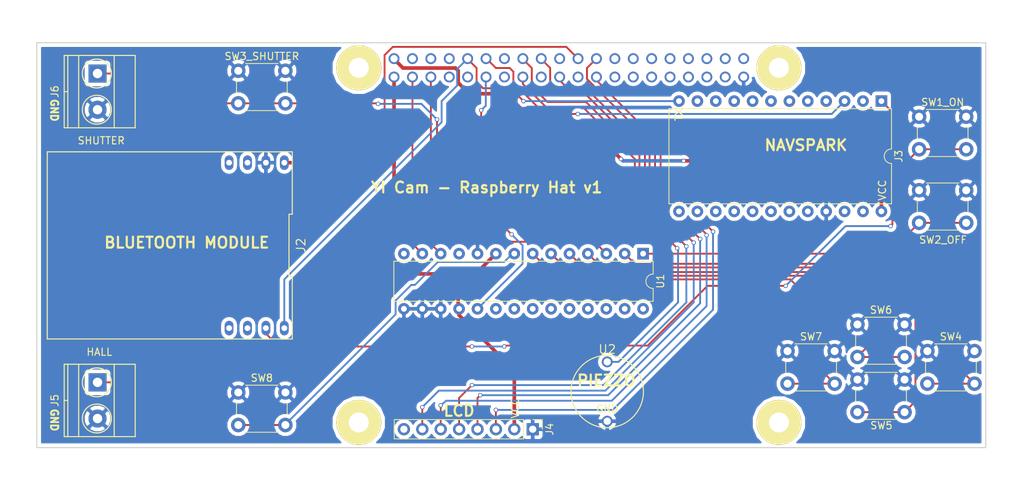
<source format=kicad_pcb>
(kicad_pcb (version 4) (host pcbnew 4.0.6)

  (general
    (links 62)
    (no_connects 0)
    (area 74.981999 101.461499 206.113501 157.555001)
    (thickness 1.6)
    (drawings 17)
    (tracks 262)
    (zones 0)
    (modules 16)
    (nets 83)
  )

  (page A4)
  (layers
    (0 F.Cu signal)
    (31 B.Cu signal)
    (32 B.Adhes user)
    (33 F.Adhes user)
    (34 B.Paste user)
    (35 F.Paste user)
    (36 B.SilkS user)
    (37 F.SilkS user)
    (38 B.Mask user)
    (39 F.Mask user)
    (40 Dwgs.User user)
    (41 Cmts.User user)
    (42 Eco1.User user)
    (43 Eco2.User user)
    (44 Edge.Cuts user)
    (45 Margin user)
    (46 B.CrtYd user)
    (47 F.CrtYd user)
    (48 B.Fab user)
    (49 F.Fab user hide)
  )

  (setup
    (last_trace_width 0.25)
    (trace_clearance 0.2)
    (zone_clearance 0.508)
    (zone_45_only no)
    (trace_min 0.2)
    (segment_width 0.2)
    (edge_width 0.15)
    (via_size 0.6)
    (via_drill 0.4)
    (via_min_size 0.4)
    (via_min_drill 0.3)
    (uvia_size 0.3)
    (uvia_drill 0.1)
    (uvias_allowed no)
    (uvia_min_size 0.2)
    (uvia_min_drill 0.1)
    (pcb_text_width 0.3)
    (pcb_text_size 1.5 1.5)
    (mod_edge_width 0.15)
    (mod_text_size 1 1)
    (mod_text_width 0.15)
    (pad_size 1.524 1.524)
    (pad_drill 0.762)
    (pad_to_mask_clearance 0.2)
    (aux_axis_origin 0 0)
    (visible_elements 7FFFFFFF)
    (pcbplotparams
      (layerselection 0x010f0_80000001)
      (usegerberextensions false)
      (excludeedgelayer true)
      (linewidth 0.100000)
      (plotframeref false)
      (viasonmask false)
      (mode 1)
      (useauxorigin false)
      (hpglpennumber 1)
      (hpglpenspeed 20)
      (hpglpendiameter 15)
      (hpglpenoverlay 2)
      (psnegative false)
      (psa4output false)
      (plotreference true)
      (plotvalue true)
      (plotinvisibletext false)
      (padsonsilk false)
      (subtractmaskfromsilk false)
      (outputformat 1)
      (mirror false)
      (drillshape 0)
      (scaleselection 1)
      (outputdirectory Gerber/))
  )

  (net 0 "")
  (net 1 +3V3)
  (net 2 "/Battery_(5v)")
  (net 3 "Net-(J1-Pad3)")
  (net 4 "Net-(J1-Pad4)")
  (net 5 "Net-(J1-Pad5)")
  (net 6 "Net-(J1-Pad6)")
  (net 7 "Net-(J1-Pad7)")
  (net 8 "Net-(J1-Pad8)")
  (net 9 "Net-(J1-Pad9)")
  (net 10 "Net-(J1-Pad11)")
  (net 11 /PPS)
  (net 12 "Net-(J1-Pad13)")
  (net 13 "Net-(J1-Pad14)")
  (net 14 "Net-(J1-Pad15)")
  (net 15 /D/C)
  (net 16 "Net-(J1-Pad17)")
  (net 17 /RST)
  (net 18 /DIN)
  (net 19 "Net-(J1-Pad20)")
  (net 20 "Net-(J1-Pad21)")
  (net 21 "Net-(J1-Pad22)")
  (net 22 /CLK)
  (net 23 /CS)
  (net 24 "Net-(J1-Pad25)")
  (net 25 "Net-(J1-Pad26)")
  (net 26 "Net-(J1-Pad27)")
  (net 27 "Net-(J1-Pad28)")
  (net 28 "Net-(J1-Pad29)")
  (net 29 "Net-(J1-Pad30)")
  (net 30 "Net-(J1-Pad31)")
  (net 31 "Net-(J1-Pad32)")
  (net 32 "Net-(J1-Pad33)")
  (net 33 "Net-(J1-Pad34)")
  (net 34 "Net-(J1-Pad35)")
  (net 35 "Net-(J1-Pad36)")
  (net 36 "Net-(J1-Pad37)")
  (net 37 "Net-(J1-Pad38)")
  (net 38 GNDA)
  (net 39 "Net-(J1-Pad40)")
  (net 40 /PIO2)
  (net 41 "Net-(J2-Pad7)")
  (net 42 "Net-(J2-Pad6)")
  (net 43 "Net-(J3-Pad13)")
  (net 44 "Net-(J3-Pad2)")
  (net 45 "Net-(J3-Pad14)")
  (net 46 "Net-(J3-Pad15)")
  (net 47 "Net-(J3-Pad4)")
  (net 48 "Net-(J3-Pad16)")
  (net 49 "Net-(J3-Pad5)")
  (net 50 "Net-(J3-Pad17)")
  (net 51 "Net-(J3-Pad6)")
  (net 52 "Net-(J3-Pad18)")
  (net 53 "Net-(J3-Pad7)")
  (net 54 "Net-(J3-Pad19)")
  (net 55 "Net-(J3-Pad8)")
  (net 56 "Net-(J3-Pad20)")
  (net 57 "Net-(J3-Pad9)")
  (net 58 "Net-(J3-Pad10)")
  (net 59 "Net-(J3-Pad22)")
  (net 60 "Net-(J3-Pad11)")
  (net 61 "Net-(J3-Pad23)")
  (net 62 "Net-(J4-Pad8)")
  (net 63 "Net-(J6-Pad1)")
  (net 64 "Net-(SW1-Pad2)")
  (net 65 "Net-(SW2-Pad2)")
  (net 66 "Net-(SW4-Pad2)")
  (net 67 "Net-(SW5-Pad2)")
  (net 68 "Net-(SW6-Pad2)")
  (net 69 "Net-(SW7-Pad2)")
  (net 70 "Net-(SW8-Pad2)")
  (net 71 "Net-(U1-Pad20)")
  (net 72 "Net-(U1-Pad21)")
  (net 73 "Net-(U1-Pad22)")
  (net 74 "Net-(U1-Pad23)")
  (net 75 "Net-(U1-Pad24)")
  (net 76 "Net-(U1-Pad25)")
  (net 77 "Net-(U1-Pad26)")
  (net 78 "Net-(U1-Pad27)")
  (net 79 "Net-(U1-Pad28)")
  (net 80 "Net-(J2-Pad3)")
  (net 81 "Net-(J2-Pad4)")
  (net 82 /TX)

  (net_class Default "Ceci est la Netclass par défaut"
    (clearance 0.2)
    (trace_width 0.25)
    (via_dia 0.6)
    (via_drill 0.4)
    (uvia_dia 0.3)
    (uvia_drill 0.1)
    (add_net /CLK)
    (add_net /CS)
    (add_net /D/C)
    (add_net /DIN)
    (add_net /PIO2)
    (add_net /PPS)
    (add_net /RST)
    (add_net /TX)
    (add_net "Net-(J1-Pad11)")
    (add_net "Net-(J1-Pad13)")
    (add_net "Net-(J1-Pad14)")
    (add_net "Net-(J1-Pad15)")
    (add_net "Net-(J1-Pad17)")
    (add_net "Net-(J1-Pad20)")
    (add_net "Net-(J1-Pad21)")
    (add_net "Net-(J1-Pad22)")
    (add_net "Net-(J1-Pad25)")
    (add_net "Net-(J1-Pad26)")
    (add_net "Net-(J1-Pad27)")
    (add_net "Net-(J1-Pad28)")
    (add_net "Net-(J1-Pad29)")
    (add_net "Net-(J1-Pad3)")
    (add_net "Net-(J1-Pad30)")
    (add_net "Net-(J1-Pad31)")
    (add_net "Net-(J1-Pad32)")
    (add_net "Net-(J1-Pad33)")
    (add_net "Net-(J1-Pad34)")
    (add_net "Net-(J1-Pad35)")
    (add_net "Net-(J1-Pad36)")
    (add_net "Net-(J1-Pad37)")
    (add_net "Net-(J1-Pad38)")
    (add_net "Net-(J1-Pad4)")
    (add_net "Net-(J1-Pad40)")
    (add_net "Net-(J1-Pad5)")
    (add_net "Net-(J1-Pad6)")
    (add_net "Net-(J1-Pad7)")
    (add_net "Net-(J1-Pad8)")
    (add_net "Net-(J1-Pad9)")
    (add_net "Net-(J2-Pad3)")
    (add_net "Net-(J2-Pad4)")
    (add_net "Net-(J2-Pad6)")
    (add_net "Net-(J2-Pad7)")
    (add_net "Net-(J3-Pad10)")
    (add_net "Net-(J3-Pad11)")
    (add_net "Net-(J3-Pad13)")
    (add_net "Net-(J3-Pad14)")
    (add_net "Net-(J3-Pad15)")
    (add_net "Net-(J3-Pad16)")
    (add_net "Net-(J3-Pad17)")
    (add_net "Net-(J3-Pad18)")
    (add_net "Net-(J3-Pad19)")
    (add_net "Net-(J3-Pad2)")
    (add_net "Net-(J3-Pad20)")
    (add_net "Net-(J3-Pad22)")
    (add_net "Net-(J3-Pad23)")
    (add_net "Net-(J3-Pad4)")
    (add_net "Net-(J3-Pad5)")
    (add_net "Net-(J3-Pad6)")
    (add_net "Net-(J3-Pad7)")
    (add_net "Net-(J3-Pad8)")
    (add_net "Net-(J3-Pad9)")
    (add_net "Net-(J4-Pad8)")
    (add_net "Net-(J6-Pad1)")
    (add_net "Net-(SW1-Pad2)")
    (add_net "Net-(SW2-Pad2)")
    (add_net "Net-(SW4-Pad2)")
    (add_net "Net-(SW5-Pad2)")
    (add_net "Net-(SW6-Pad2)")
    (add_net "Net-(SW7-Pad2)")
    (add_net "Net-(SW8-Pad2)")
    (add_net "Net-(U1-Pad20)")
    (add_net "Net-(U1-Pad21)")
    (add_net "Net-(U1-Pad22)")
    (add_net "Net-(U1-Pad23)")
    (add_net "Net-(U1-Pad24)")
    (add_net "Net-(U1-Pad25)")
    (add_net "Net-(U1-Pad26)")
    (add_net "Net-(U1-Pad27)")
    (add_net "Net-(U1-Pad28)")
  )

  (net_class power ""
    (clearance 0.2)
    (trace_width 0.5)
    (via_dia 0.6)
    (via_drill 0.4)
    (uvia_dia 0.3)
    (uvia_drill 0.1)
    (add_net +3V3)
    (add_net "/Battery_(5v)")
    (add_net GNDA)
  )

  (module Housings_DIP:DIP-24_W15.24mm (layer F.Cu) (tedit 58CC8E2E) (tstamp 595F678C)
    (at 191.643 109.601 270)
    (descr "24-lead dip package, row spacing 15.24 mm (600 mils)")
    (tags "DIL DIP PDIP 2.54mm 15.24mm 600mil")
    (path /595F2CBA)
    (fp_text reference J3 (at 7.62 -2.39 270) (layer F.SilkS)
      (effects (font (size 1 1) (thickness 0.15)))
    )
    (fp_text value DIL24 (at 7.62 30.33 270) (layer F.Fab)
      (effects (font (size 1 1) (thickness 0.15)))
    )
    (fp_text user %R (at 7.62 13.97 270) (layer F.Fab)
      (effects (font (size 1 1) (thickness 0.15)))
    )
    (fp_line (start 1.255 -1.27) (end 14.985 -1.27) (layer F.Fab) (width 0.1))
    (fp_line (start 14.985 -1.27) (end 14.985 29.21) (layer F.Fab) (width 0.1))
    (fp_line (start 14.985 29.21) (end 0.255 29.21) (layer F.Fab) (width 0.1))
    (fp_line (start 0.255 29.21) (end 0.255 -0.27) (layer F.Fab) (width 0.1))
    (fp_line (start 0.255 -0.27) (end 1.255 -1.27) (layer F.Fab) (width 0.1))
    (fp_line (start 6.62 -1.39) (end 1.04 -1.39) (layer F.SilkS) (width 0.12))
    (fp_line (start 1.04 -1.39) (end 1.04 29.33) (layer F.SilkS) (width 0.12))
    (fp_line (start 1.04 29.33) (end 14.2 29.33) (layer F.SilkS) (width 0.12))
    (fp_line (start 14.2 29.33) (end 14.2 -1.39) (layer F.SilkS) (width 0.12))
    (fp_line (start 14.2 -1.39) (end 8.62 -1.39) (layer F.SilkS) (width 0.12))
    (fp_line (start -1.1 -1.6) (end -1.1 29.5) (layer F.CrtYd) (width 0.05))
    (fp_line (start -1.1 29.5) (end 16.3 29.5) (layer F.CrtYd) (width 0.05))
    (fp_line (start 16.3 29.5) (end 16.3 -1.6) (layer F.CrtYd) (width 0.05))
    (fp_line (start 16.3 -1.6) (end -1.1 -1.6) (layer F.CrtYd) (width 0.05))
    (fp_arc (start 7.62 -1.39) (end 6.62 -1.39) (angle -180) (layer F.SilkS) (width 0.12))
    (pad 1 thru_hole rect (at 0 0 270) (size 1.6 1.6) (drill 0.8) (layers *.Cu *.Mask)
      (net 41 "Net-(J2-Pad7)"))
    (pad 13 thru_hole oval (at 15.24 27.94 270) (size 1.6 1.6) (drill 0.8) (layers *.Cu *.Mask)
      (net 43 "Net-(J3-Pad13)"))
    (pad 2 thru_hole oval (at 0 2.54 270) (size 1.6 1.6) (drill 0.8) (layers *.Cu *.Mask)
      (net 44 "Net-(J3-Pad2)"))
    (pad 14 thru_hole oval (at 15.24 25.4 270) (size 1.6 1.6) (drill 0.8) (layers *.Cu *.Mask)
      (net 45 "Net-(J3-Pad14)"))
    (pad 3 thru_hole oval (at 0 5.08 270) (size 1.6 1.6) (drill 0.8) (layers *.Cu *.Mask)
      (net 11 /PPS))
    (pad 15 thru_hole oval (at 15.24 22.86 270) (size 1.6 1.6) (drill 0.8) (layers *.Cu *.Mask)
      (net 46 "Net-(J3-Pad15)"))
    (pad 4 thru_hole oval (at 0 7.62 270) (size 1.6 1.6) (drill 0.8) (layers *.Cu *.Mask)
      (net 47 "Net-(J3-Pad4)"))
    (pad 16 thru_hole oval (at 15.24 20.32 270) (size 1.6 1.6) (drill 0.8) (layers *.Cu *.Mask)
      (net 48 "Net-(J3-Pad16)"))
    (pad 5 thru_hole oval (at 0 10.16 270) (size 1.6 1.6) (drill 0.8) (layers *.Cu *.Mask)
      (net 49 "Net-(J3-Pad5)"))
    (pad 17 thru_hole oval (at 15.24 17.78 270) (size 1.6 1.6) (drill 0.8) (layers *.Cu *.Mask)
      (net 50 "Net-(J3-Pad17)"))
    (pad 6 thru_hole oval (at 0 12.7 270) (size 1.6 1.6) (drill 0.8) (layers *.Cu *.Mask)
      (net 51 "Net-(J3-Pad6)"))
    (pad 18 thru_hole oval (at 15.24 15.24 270) (size 1.6 1.6) (drill 0.8) (layers *.Cu *.Mask)
      (net 52 "Net-(J3-Pad18)"))
    (pad 7 thru_hole oval (at 0 15.24 270) (size 1.6 1.6) (drill 0.8) (layers *.Cu *.Mask)
      (net 53 "Net-(J3-Pad7)"))
    (pad 19 thru_hole oval (at 15.24 12.7 270) (size 1.6 1.6) (drill 0.8) (layers *.Cu *.Mask)
      (net 54 "Net-(J3-Pad19)"))
    (pad 8 thru_hole oval (at 0 17.78 270) (size 1.6 1.6) (drill 0.8) (layers *.Cu *.Mask)
      (net 55 "Net-(J3-Pad8)"))
    (pad 20 thru_hole oval (at 15.24 10.16 270) (size 1.6 1.6) (drill 0.8) (layers *.Cu *.Mask)
      (net 56 "Net-(J3-Pad20)"))
    (pad 9 thru_hole oval (at 0 20.32 270) (size 1.6 1.6) (drill 0.8) (layers *.Cu *.Mask)
      (net 57 "Net-(J3-Pad9)"))
    (pad 21 thru_hole oval (at 15.24 7.62 270) (size 1.6 1.6) (drill 0.8) (layers *.Cu *.Mask)
      (net 38 GNDA))
    (pad 10 thru_hole oval (at 0 22.86 270) (size 1.6 1.6) (drill 0.8) (layers *.Cu *.Mask)
      (net 58 "Net-(J3-Pad10)"))
    (pad 22 thru_hole oval (at 15.24 5.08 270) (size 1.6 1.6) (drill 0.8) (layers *.Cu *.Mask)
      (net 59 "Net-(J3-Pad22)"))
    (pad 11 thru_hole oval (at 0 25.4 270) (size 1.6 1.6) (drill 0.8) (layers *.Cu *.Mask)
      (net 60 "Net-(J3-Pad11)"))
    (pad 23 thru_hole oval (at 15.24 2.54 270) (size 1.6 1.6) (drill 0.8) (layers *.Cu *.Mask)
      (net 61 "Net-(J3-Pad23)"))
    (pad 12 thru_hole oval (at 0 27.94 270) (size 1.6 1.6) (drill 0.8) (layers *.Cu *.Mask)
      (net 82 /TX))
    (pad 24 thru_hole oval (at 15.24 0 270) (size 1.6 1.6) (drill 0.8) (layers *.Cu *.Mask)
      (net 2 "/Battery_(5v)"))
  )

  (module DIP-8_2_ROW_W22.86_BLUETOOTH (layer F.Cu) (tedit 59608DC4) (tstamp 595F6770)
    (at 105.41 129.54 180)
    (path /595FB74A)
    (fp_text reference J2 (at -6.11 0 270) (layer F.SilkS)
      (effects (font (size 1.2 1.2) (thickness 0.15)))
    )
    (fp_text value DIL8 (at 0 0 180) (layer F.Fab)
      (effects (font (size 1.2 1.2) (thickness 0.15)))
    )
    (fp_line (start -4.91 12.93) (end 28.91 12.93) (layer F.SilkS) (width 0.15))
    (fp_line (start 28.91 12.93) (end 28.91 -12.93) (layer F.SilkS) (width 0.15))
    (fp_line (start 28.91 -12.93) (end -4.909999 -12.93) (layer F.SilkS) (width 0.15))
    (fp_line (start -4.909999 -12.93) (end -4.91 -4.31) (layer F.SilkS) (width 0.15))
    (fp_line (start -4.91 -4.31) (end -4.46 -4.31) (layer F.SilkS) (width 0.15))
    (fp_line (start -4.46 -4.31) (end -4.46 4.31) (layer F.SilkS) (width 0.15))
    (fp_line (start -4.46 4.31) (end -4.91 4.31) (layer F.SilkS) (width 0.15))
    (fp_line (start -4.91 4.31) (end -4.91 12.93) (layer F.SilkS) (width 0.15))
    (pad 8 thru_hole oval (at -3.81 -11.43 180) (size 1.2 2) (drill 0.8) (layers *.Cu *.Mask)
      (net 82 /TX))
    (pad 1 thru_hole oval (at -3.81 11.43 180) (size 1.2 2) (drill 0.8) (layers *.Cu *.Mask)
      (net 1 +3V3))
    (pad 7 thru_hole oval (at -1.27 -11.43 180) (size 1.2 2) (drill 0.8) (layers *.Cu *.Mask)
      (net 41 "Net-(J2-Pad7)"))
    (pad 2 thru_hole oval (at -1.27 11.43 180) (size 1.2 2) (drill 0.8) (layers *.Cu *.Mask)
      (net 38 GNDA))
    (pad 6 thru_hole oval (at 1.27 -11.43 180) (size 1.2 2) (drill 0.8) (layers *.Cu *.Mask)
      (net 42 "Net-(J2-Pad6)"))
    (pad 3 thru_hole oval (at 1.27 11.43 180) (size 1.2 2) (drill 0.8) (layers *.Cu *.Mask)
      (net 80 "Net-(J2-Pad3)"))
    (pad 5 thru_hole oval (at 3.81 -11.43 180) (size 1.2 2) (drill 0.8) (layers *.Cu *.Mask)
      (net 40 /PIO2))
    (pad 4 thru_hole oval (at 3.81 11.43 180) (size 1.2 2) (drill 0.8) (layers *.Cu *.Mask)
      (net 81 "Net-(J2-Pad4)"))
  )

  (module freetronics_footprints:RASPBERRY_PI_HAT locked (layer F.Cu) (tedit 5476BAE6) (tstamp 595F6764)
    (at 148.5011 105.0036)
    (path /595E8DC5)
    (fp_text reference J1 (at -3 -5.5 180) (layer Eco1.User) hide
      (effects (font (size 1.27 1.27) (thickness 0.127)))
    )
    (fp_text value Raspberry_Pi_2_3 (at 13 -5.5) (layer Eco1.User) hide
      (effects (font (size 1.27 1.27) (thickness 0.1016)))
    )
    (fp_line (start 11.5 49) (end 13.5 49) (layer Cmts.User) (width 0.15))
    (fp_line (start 13.5 49) (end 13.5 32) (layer Cmts.User) (width 0.15))
    (fp_line (start 13.5 32) (end 11.5 32) (layer Cmts.User) (width 0.15))
    (fp_line (start 11.5 32) (end 11.5 49) (layer Cmts.User) (width 0.15))
    (fp_line (start -32.5 33) (end -27.5 33) (layer Cmts.User) (width 0.15))
    (fp_line (start -27.5 33) (end -27.5 16) (layer Cmts.User) (width 0.15))
    (fp_line (start -27.5 16) (end -32.5 16) (layer Cmts.User) (width 0.15))
    (fp_line (start -32.5 49.5) (end -32.5 -0.5) (layer Cmts.User) (width 0.15))
    (fp_arc (start -29.5 49.5) (end -29.5 52.5) (angle 90) (layer Cmts.User) (width 0.15))
    (fp_line (start 29.5 52.5) (end -29.5 52.5) (layer Cmts.User) (width 0.15))
    (fp_arc (start 29.5 49.5) (end 32.5 49.5) (angle 90) (layer Cmts.User) (width 0.15))
    (fp_line (start 32.5 -0.5) (end 32.5 49.5) (layer Cmts.User) (width 0.15))
    (fp_arc (start 29.5 -0.5) (end 29.5 -3.5) (angle 90) (layer Cmts.User) (width 0.15))
    (fp_arc (start -29.5 -0.5) (end -32.5 -0.5) (angle 90) (layer Cmts.User) (width 0.15))
    (fp_line (start 29.5 -3.5) (end -29.5 -3.5) (layer Cmts.User) (width 0.15))
    (fp_text user 1 (at -24.13 3.81) (layer Eco1.User)
      (effects (font (size 1.016 1.016) (thickness 0.16256)))
    )
    (pad 1 thru_hole oval (at -24.13 1.27) (size 1.5 1.5) (drill 1) (layers *.Cu *.Mask)
      (net 1 +3V3))
    (pad 2 thru_hole oval (at -24.13 -1.27) (size 1.5 1.5) (drill 1) (layers *.Cu *.Mask)
      (net 2 "/Battery_(5v)"))
    (pad 3 thru_hole oval (at -21.59 1.27) (size 1.5 1.5) (drill 1) (layers *.Cu *.Mask)
      (net 3 "Net-(J1-Pad3)"))
    (pad 4 thru_hole oval (at -21.59 -1.27) (size 1.5 1.5) (drill 1) (layers *.Cu *.Mask)
      (net 4 "Net-(J1-Pad4)"))
    (pad 5 thru_hole oval (at -19.05 1.27) (size 1.5 1.5) (drill 1) (layers *.Cu *.Mask)
      (net 5 "Net-(J1-Pad5)"))
    (pad 6 thru_hole oval (at -19.05 -1.27) (size 1.5 1.5) (drill 1) (layers *.Cu *.Mask)
      (net 6 "Net-(J1-Pad6)"))
    (pad 7 thru_hole oval (at -16.51 1.27) (size 1.5 1.5) (drill 1) (layers *.Cu *.Mask)
      (net 7 "Net-(J1-Pad7)"))
    (pad 8 thru_hole oval (at -16.51 -1.27) (size 1.5 1.5) (drill 1) (layers *.Cu *.Mask)
      (net 8 "Net-(J1-Pad8)"))
    (pad 9 thru_hole oval (at -13.97 1.27) (size 1.5 1.5) (drill 1) (layers *.Cu *.Mask)
      (net 9 "Net-(J1-Pad9)"))
    (pad 10 thru_hole oval (at -13.97 -1.27) (size 1.5 1.5) (drill 1) (layers *.Cu *.Mask)
      (net 82 /TX))
    (pad 11 thru_hole oval (at -11.43 1.27) (size 1.5 1.5) (drill 1) (layers *.Cu *.Mask)
      (net 10 "Net-(J1-Pad11)"))
    (pad 12 thru_hole oval (at -11.43 -1.27) (size 1.5 1.5) (drill 1) (layers *.Cu *.Mask)
      (net 11 /PPS))
    (pad 13 thru_hole oval (at -8.89 1.27) (size 1.5 1.5) (drill 1) (layers *.Cu *.Mask)
      (net 12 "Net-(J1-Pad13)"))
    (pad 14 thru_hole oval (at -8.89 -1.27) (size 1.5 1.5) (drill 1) (layers *.Cu *.Mask)
      (net 13 "Net-(J1-Pad14)"))
    (pad 15 thru_hole oval (at -6.35 1.27) (size 1.5 1.5) (drill 1) (layers *.Cu *.Mask)
      (net 14 "Net-(J1-Pad15)"))
    (pad 16 thru_hole oval (at -6.35 -1.27) (size 1.5 1.5) (drill 1) (layers *.Cu *.Mask)
      (net 15 /D/C))
    (pad 17 thru_hole oval (at -3.81 1.27) (size 1.5 1.5) (drill 1) (layers *.Cu *.Mask)
      (net 16 "Net-(J1-Pad17)"))
    (pad 18 thru_hole oval (at -3.81 -1.27) (size 1.5 1.5) (drill 1) (layers *.Cu *.Mask)
      (net 17 /RST))
    (pad 19 thru_hole oval (at -1.27 1.27) (size 1.5 1.5) (drill 1) (layers *.Cu *.Mask)
      (net 18 /DIN))
    (pad 20 thru_hole oval (at -1.27 -1.27) (size 1.5 1.5) (drill 1) (layers *.Cu *.Mask)
      (net 19 "Net-(J1-Pad20)"))
    (pad 21 thru_hole oval (at 1.27 1.27) (size 1.5 1.5) (drill 1) (layers *.Cu *.Mask)
      (net 20 "Net-(J1-Pad21)"))
    (pad 22 thru_hole oval (at 1.27 -1.27) (size 1.5 1.5) (drill 1) (layers *.Cu *.Mask)
      (net 21 "Net-(J1-Pad22)"))
    (pad 23 thru_hole oval (at 3.81 1.27) (size 1.5 1.5) (drill 1) (layers *.Cu *.Mask)
      (net 22 /CLK))
    (pad 24 thru_hole oval (at 3.81 -1.27) (size 1.5 1.5) (drill 1) (layers *.Cu *.Mask)
      (net 23 /CS))
    (pad 25 thru_hole oval (at 6.35 1.27) (size 1.5 1.5) (drill 1) (layers *.Cu *.Mask)
      (net 24 "Net-(J1-Pad25)"))
    (pad 26 thru_hole oval (at 6.35 -1.27) (size 1.5 1.5) (drill 1) (layers *.Cu *.Mask)
      (net 25 "Net-(J1-Pad26)"))
    (pad 27 thru_hole oval (at 8.89 1.27) (size 1.5 1.5) (drill 1) (layers *.Cu *.Mask)
      (net 26 "Net-(J1-Pad27)"))
    (pad 28 thru_hole oval (at 8.89 -1.27) (size 1.5 1.5) (drill 1) (layers *.Cu *.Mask)
      (net 27 "Net-(J1-Pad28)"))
    (pad 29 thru_hole oval (at 11.43 1.27) (size 1.5 1.5) (drill 1) (layers *.Cu *.Mask)
      (net 28 "Net-(J1-Pad29)"))
    (pad 30 thru_hole oval (at 11.43 -1.27) (size 1.5 1.5) (drill 1) (layers *.Cu *.Mask)
      (net 29 "Net-(J1-Pad30)"))
    (pad 31 thru_hole oval (at 13.97 1.27) (size 1.5 1.5) (drill 1) (layers *.Cu *.Mask)
      (net 30 "Net-(J1-Pad31)"))
    (pad 32 thru_hole oval (at 13.97 -1.27) (size 1.5 1.5) (drill 1) (layers *.Cu *.Mask)
      (net 31 "Net-(J1-Pad32)"))
    (pad 33 thru_hole oval (at 16.51 1.27) (size 1.5 1.5) (drill 1) (layers *.Cu *.Mask)
      (net 32 "Net-(J1-Pad33)"))
    (pad 34 thru_hole oval (at 16.51 -1.27) (size 1.5 1.5) (drill 1) (layers *.Cu *.Mask)
      (net 33 "Net-(J1-Pad34)"))
    (pad 35 thru_hole oval (at 19.05 1.27) (size 1.5 1.5) (drill 1) (layers *.Cu *.Mask)
      (net 34 "Net-(J1-Pad35)"))
    (pad 36 thru_hole oval (at 19.05 -1.27) (size 1.5 1.5) (drill 1) (layers *.Cu *.Mask)
      (net 35 "Net-(J1-Pad36)"))
    (pad 37 thru_hole oval (at 21.59 1.27) (size 1.5 1.5) (drill 1) (layers *.Cu *.Mask)
      (net 36 "Net-(J1-Pad37)"))
    (pad 38 thru_hole oval (at 21.59 -1.27) (size 1.5 1.5) (drill 1) (layers *.Cu *.Mask)
      (net 37 "Net-(J1-Pad38)"))
    (pad 39 thru_hole oval (at 24.13 1.27) (size 1.5 1.5) (drill 1) (layers *.Cu *.Mask)
      (net 38 GNDA))
    (pad 40 thru_hole oval (at 24.13 -1.27) (size 1.5 1.5) (drill 1) (layers *.Cu *.Mask)
      (net 39 "Net-(J1-Pad40)"))
    (pad "" np_thru_hole circle (at 29 0) (size 6.2 6.2) (drill 2.75) (layers *.Cu *.Mask F.SilkS))
    (pad "" np_thru_hole circle (at -29 0) (size 6.2 6.2) (drill 2.75) (layers *.Cu *.Mask F.SilkS))
    (pad "" np_thru_hole circle (at -29 49) (size 6.2 6.2) (drill 2.75) (layers *.Cu *.Mask F.SilkS))
    (pad "" np_thru_hole circle (at 29 49) (size 6.2 6.2) (drill 2.75) (layers *.Cu *.Mask F.SilkS))
  )

  (module Pin_Headers:Pin_Header_Straight_1x08_Pitch2.54mm (layer F.Cu) (tedit 58CD4EC1) (tstamp 595F6798)
    (at 143.51 154.94 270)
    (descr "Through hole straight pin header, 1x08, 2.54mm pitch, single row")
    (tags "Through hole pin header THT 1x08 2.54mm single row")
    (path /595F6E30)
    (fp_text reference J4 (at 0 -2.33 270) (layer F.SilkS)
      (effects (font (size 1 1) (thickness 0.15)))
    )
    (fp_text value CONN_01X08_LCD (at 0 20.11 270) (layer F.Fab)
      (effects (font (size 1 1) (thickness 0.15)))
    )
    (fp_line (start -1.27 -1.27) (end -1.27 19.05) (layer F.Fab) (width 0.1))
    (fp_line (start -1.27 19.05) (end 1.27 19.05) (layer F.Fab) (width 0.1))
    (fp_line (start 1.27 19.05) (end 1.27 -1.27) (layer F.Fab) (width 0.1))
    (fp_line (start 1.27 -1.27) (end -1.27 -1.27) (layer F.Fab) (width 0.1))
    (fp_line (start -1.33 1.27) (end -1.33 19.11) (layer F.SilkS) (width 0.12))
    (fp_line (start -1.33 19.11) (end 1.33 19.11) (layer F.SilkS) (width 0.12))
    (fp_line (start 1.33 19.11) (end 1.33 1.27) (layer F.SilkS) (width 0.12))
    (fp_line (start 1.33 1.27) (end -1.33 1.27) (layer F.SilkS) (width 0.12))
    (fp_line (start -1.33 0) (end -1.33 -1.33) (layer F.SilkS) (width 0.12))
    (fp_line (start -1.33 -1.33) (end 0 -1.33) (layer F.SilkS) (width 0.12))
    (fp_line (start -1.8 -1.8) (end -1.8 19.55) (layer F.CrtYd) (width 0.05))
    (fp_line (start -1.8 19.55) (end 1.8 19.55) (layer F.CrtYd) (width 0.05))
    (fp_line (start 1.8 19.55) (end 1.8 -1.8) (layer F.CrtYd) (width 0.05))
    (fp_line (start 1.8 -1.8) (end -1.8 -1.8) (layer F.CrtYd) (width 0.05))
    (fp_text user %R (at 0 -2.33 270) (layer F.Fab)
      (effects (font (size 1 1) (thickness 0.15)))
    )
    (pad 1 thru_hole rect (at 0 0 270) (size 1.7 1.7) (drill 1) (layers *.Cu *.Mask)
      (net 38 GNDA))
    (pad 2 thru_hole oval (at 0 2.54 270) (size 1.7 1.7) (drill 1) (layers *.Cu *.Mask)
      (net 1 +3V3))
    (pad 3 thru_hole oval (at 0 5.08 270) (size 1.7 1.7) (drill 1) (layers *.Cu *.Mask)
      (net 22 /CLK))
    (pad 4 thru_hole oval (at 0 7.62 270) (size 1.7 1.7) (drill 1) (layers *.Cu *.Mask)
      (net 18 /DIN))
    (pad 5 thru_hole oval (at 0 10.16 270) (size 1.7 1.7) (drill 1) (layers *.Cu *.Mask)
      (net 15 /D/C))
    (pad 6 thru_hole oval (at 0 12.7 270) (size 1.7 1.7) (drill 1) (layers *.Cu *.Mask)
      (net 23 /CS))
    (pad 7 thru_hole oval (at 0 15.24 270) (size 1.7 1.7) (drill 1) (layers *.Cu *.Mask)
      (net 17 /RST))
    (pad 8 thru_hole oval (at 0 17.78 270) (size 1.7 1.7) (drill 1) (layers *.Cu *.Mask)
      (net 62 "Net-(J4-Pad8)"))
    (model ${KISYS3DMOD}/Pin_Headers.3dshapes/Pin_Header_Straight_1x08_Pitch2.54mm.wrl
      (at (xyz 0 -0.35 0))
      (scale (xyz 1 1 1))
      (rotate (xyz 0 0 90))
    )
  )

  (module Connectors_Terminal_Blocks:TerminalBlock_Pheonix_MKDS1.5-2pol (layer F.Cu) (tedit 563007E4) (tstamp 595F679E)
    (at 83.439 148.463 270)
    (descr "2-way 5mm pitch terminal block, Phoenix MKDS series")
    (path /595F6301)
    (fp_text reference J5 (at 2.5 5.9 270) (layer F.SilkS)
      (effects (font (size 1 1) (thickness 0.15)))
    )
    (fp_text value Screw_Terminal_Hall_Sensor (at 2.5 -6.6 270) (layer F.Fab)
      (effects (font (size 1 1) (thickness 0.15)))
    )
    (fp_line (start -2.7 -5.4) (end 7.7 -5.4) (layer F.CrtYd) (width 0.05))
    (fp_line (start -2.7 4.8) (end -2.7 -5.4) (layer F.CrtYd) (width 0.05))
    (fp_line (start 7.7 4.8) (end -2.7 4.8) (layer F.CrtYd) (width 0.05))
    (fp_line (start 7.7 -5.4) (end 7.7 4.8) (layer F.CrtYd) (width 0.05))
    (fp_line (start 2.5 4.1) (end 2.5 4.6) (layer F.SilkS) (width 0.15))
    (fp_circle (center 5 0.1) (end 3 0.1) (layer F.SilkS) (width 0.15))
    (fp_circle (center 0 0.1) (end 2 0.1) (layer F.SilkS) (width 0.15))
    (fp_line (start -2.5 2.6) (end 7.5 2.6) (layer F.SilkS) (width 0.15))
    (fp_line (start -2.5 -2.3) (end 7.5 -2.3) (layer F.SilkS) (width 0.15))
    (fp_line (start -2.5 4.1) (end 7.5 4.1) (layer F.SilkS) (width 0.15))
    (fp_line (start -2.5 4.6) (end 7.5 4.6) (layer F.SilkS) (width 0.15))
    (fp_line (start 7.5 4.6) (end 7.5 -5.2) (layer F.SilkS) (width 0.15))
    (fp_line (start 7.5 -5.2) (end -2.5 -5.2) (layer F.SilkS) (width 0.15))
    (fp_line (start -2.5 -5.2) (end -2.5 4.6) (layer F.SilkS) (width 0.15))
    (pad 1 thru_hole rect (at 0 0 270) (size 2.5 2.5) (drill 1.3) (layers *.Cu *.Mask)
      (net 21 "Net-(J1-Pad22)"))
    (pad 2 thru_hole circle (at 5 0 270) (size 2.5 2.5) (drill 1.3) (layers *.Cu *.Mask)
      (net 38 GNDA))
    (model Terminal_Blocks.3dshapes/TerminalBlock_Pheonix_MKDS1.5-2pol.wrl
      (at (xyz 0.0984 0 0))
      (scale (xyz 1 1 1))
      (rotate (xyz 0 0 0))
    )
  )

  (module Connectors_Terminal_Blocks:TerminalBlock_Pheonix_MKDS1.5-2pol (layer F.Cu) (tedit 563007E4) (tstamp 595F67A4)
    (at 83.439 105.791 270)
    (descr "2-way 5mm pitch terminal block, Phoenix MKDS series")
    (path /595F6B0A)
    (fp_text reference J6 (at 2.5 5.9 270) (layer F.SilkS)
      (effects (font (size 1 1) (thickness 0.15)))
    )
    (fp_text value Screw_Terminal_Shutter_Switch (at 2.5 -6.6 270) (layer F.Fab)
      (effects (font (size 1 1) (thickness 0.15)))
    )
    (fp_line (start -2.7 -5.4) (end 7.7 -5.4) (layer F.CrtYd) (width 0.05))
    (fp_line (start -2.7 4.8) (end -2.7 -5.4) (layer F.CrtYd) (width 0.05))
    (fp_line (start 7.7 4.8) (end -2.7 4.8) (layer F.CrtYd) (width 0.05))
    (fp_line (start 7.7 -5.4) (end 7.7 4.8) (layer F.CrtYd) (width 0.05))
    (fp_line (start 2.5 4.1) (end 2.5 4.6) (layer F.SilkS) (width 0.15))
    (fp_circle (center 5 0.1) (end 3 0.1) (layer F.SilkS) (width 0.15))
    (fp_circle (center 0 0.1) (end 2 0.1) (layer F.SilkS) (width 0.15))
    (fp_line (start -2.5 2.6) (end 7.5 2.6) (layer F.SilkS) (width 0.15))
    (fp_line (start -2.5 -2.3) (end 7.5 -2.3) (layer F.SilkS) (width 0.15))
    (fp_line (start -2.5 4.1) (end 7.5 4.1) (layer F.SilkS) (width 0.15))
    (fp_line (start -2.5 4.6) (end 7.5 4.6) (layer F.SilkS) (width 0.15))
    (fp_line (start 7.5 4.6) (end 7.5 -5.2) (layer F.SilkS) (width 0.15))
    (fp_line (start 7.5 -5.2) (end -2.5 -5.2) (layer F.SilkS) (width 0.15))
    (fp_line (start -2.5 -5.2) (end -2.5 4.6) (layer F.SilkS) (width 0.15))
    (pad 1 thru_hole rect (at 0 0 270) (size 2.5 2.5) (drill 1.3) (layers *.Cu *.Mask)
      (net 63 "Net-(J6-Pad1)"))
    (pad 2 thru_hole circle (at 5 0 270) (size 2.5 2.5) (drill 1.3) (layers *.Cu *.Mask)
      (net 38 GNDA))
    (model Terminal_Blocks.3dshapes/TerminalBlock_Pheonix_MKDS1.5-2pol.wrl
      (at (xyz 0.0984 0 0))
      (scale (xyz 1 1 1))
      (rotate (xyz 0 0 0))
    )
  )

  (module Buttons_Switches_THT:SW_PUSH_6mm_h5mm (layer F.Cu) (tedit 595F916D) (tstamp 595F67AC)
    (at 196.85 111.76)
    (descr "tactile push button, 6x6mm e.g. PHAP33xx series, height=5mm")
    (tags "tact sw push 6mm")
    (path /595E9858)
    (fp_text reference SW1_ON (at 3.25 -2) (layer F.SilkS)
      (effects (font (size 1 1) (thickness 0.15)))
    )
    (fp_text value SW_PUSHBUTTON (at 3.75 6.7) (layer F.Fab)
      (effects (font (size 1 1) (thickness 0.15)))
    )
    (fp_text user %R (at 3.25 2.25) (layer F.Fab)
      (effects (font (size 1 1) (thickness 0.15)))
    )
    (fp_line (start 3.25 -0.75) (end 6.25 -0.75) (layer F.Fab) (width 0.1))
    (fp_line (start 6.25 -0.75) (end 6.25 5.25) (layer F.Fab) (width 0.1))
    (fp_line (start 6.25 5.25) (end 0.25 5.25) (layer F.Fab) (width 0.1))
    (fp_line (start 0.25 5.25) (end 0.25 -0.75) (layer F.Fab) (width 0.1))
    (fp_line (start 0.25 -0.75) (end 3.25 -0.75) (layer F.Fab) (width 0.1))
    (fp_line (start 7.75 6) (end 8 6) (layer F.CrtYd) (width 0.05))
    (fp_line (start 8 6) (end 8 5.75) (layer F.CrtYd) (width 0.05))
    (fp_line (start 7.75 -1.5) (end 8 -1.5) (layer F.CrtYd) (width 0.05))
    (fp_line (start 8 -1.5) (end 8 -1.25) (layer F.CrtYd) (width 0.05))
    (fp_line (start -1.5 -1.25) (end -1.5 -1.5) (layer F.CrtYd) (width 0.05))
    (fp_line (start -1.5 -1.5) (end -1.25 -1.5) (layer F.CrtYd) (width 0.05))
    (fp_line (start -1.5 5.75) (end -1.5 6) (layer F.CrtYd) (width 0.05))
    (fp_line (start -1.5 6) (end -1.25 6) (layer F.CrtYd) (width 0.05))
    (fp_line (start -1.25 -1.5) (end 7.75 -1.5) (layer F.CrtYd) (width 0.05))
    (fp_line (start -1.5 5.75) (end -1.5 -1.25) (layer F.CrtYd) (width 0.05))
    (fp_line (start 7.75 6) (end -1.25 6) (layer F.CrtYd) (width 0.05))
    (fp_line (start 8 -1.25) (end 8 5.75) (layer F.CrtYd) (width 0.05))
    (fp_line (start 1 5.5) (end 5.5 5.5) (layer F.SilkS) (width 0.12))
    (fp_line (start -0.25 1.5) (end -0.25 3) (layer F.SilkS) (width 0.12))
    (fp_line (start 5.5 -1) (end 1 -1) (layer F.SilkS) (width 0.12))
    (fp_line (start 6.75 3) (end 6.75 1.5) (layer F.SilkS) (width 0.12))
    (fp_circle (center 3.25 2.25) (end 1.25 2.5) (layer F.Fab) (width 0.1))
    (pad 2 thru_hole circle (at 0 4.5 90) (size 2 2) (drill 1.1) (layers *.Cu *.Mask)
      (net 64 "Net-(SW1-Pad2)"))
    (pad 1 thru_hole circle (at 0 0 90) (size 2 2) (drill 1.1) (layers *.Cu *.Mask)
      (net 38 GNDA))
    (pad 2 thru_hole circle (at 6.5 4.5 90) (size 2 2) (drill 1.1) (layers *.Cu *.Mask)
      (net 64 "Net-(SW1-Pad2)"))
    (pad 1 thru_hole circle (at 6.5 0 90) (size 2 2) (drill 1.1) (layers *.Cu *.Mask)
      (net 38 GNDA))
    (model ${KISYS3DMOD}/Buttons_Switches_THT.3dshapes/SW_PUSH_6mm_h5mm.wrl
      (at (xyz 0.005 0 0))
      (scale (xyz 0.3937 0.3937 0.3937))
      (rotate (xyz 0 0 0))
    )
  )

  (module Buttons_Switches_THT:SW_PUSH_6mm_h5mm (layer F.Cu) (tedit 595F918E) (tstamp 595F67B4)
    (at 196.85 121.92)
    (descr "tactile push button, 6x6mm e.g. PHAP33xx series, height=5mm")
    (tags "tact sw push 6mm")
    (path /595E98E7)
    (fp_text reference SW2_OFF (at 3.302 6.858) (layer F.SilkS)
      (effects (font (size 1 1) (thickness 0.15)))
    )
    (fp_text value SW_PUSHBUTTON (at 3.75 6.7) (layer F.Fab)
      (effects (font (size 1 1) (thickness 0.15)))
    )
    (fp_text user %R (at 3.25 2.25) (layer F.Fab)
      (effects (font (size 1 1) (thickness 0.15)))
    )
    (fp_line (start 3.25 -0.75) (end 6.25 -0.75) (layer F.Fab) (width 0.1))
    (fp_line (start 6.25 -0.75) (end 6.25 5.25) (layer F.Fab) (width 0.1))
    (fp_line (start 6.25 5.25) (end 0.25 5.25) (layer F.Fab) (width 0.1))
    (fp_line (start 0.25 5.25) (end 0.25 -0.75) (layer F.Fab) (width 0.1))
    (fp_line (start 0.25 -0.75) (end 3.25 -0.75) (layer F.Fab) (width 0.1))
    (fp_line (start 7.75 6) (end 8 6) (layer F.CrtYd) (width 0.05))
    (fp_line (start 8 6) (end 8 5.75) (layer F.CrtYd) (width 0.05))
    (fp_line (start 7.75 -1.5) (end 8 -1.5) (layer F.CrtYd) (width 0.05))
    (fp_line (start 8 -1.5) (end 8 -1.25) (layer F.CrtYd) (width 0.05))
    (fp_line (start -1.5 -1.25) (end -1.5 -1.5) (layer F.CrtYd) (width 0.05))
    (fp_line (start -1.5 -1.5) (end -1.25 -1.5) (layer F.CrtYd) (width 0.05))
    (fp_line (start -1.5 5.75) (end -1.5 6) (layer F.CrtYd) (width 0.05))
    (fp_line (start -1.5 6) (end -1.25 6) (layer F.CrtYd) (width 0.05))
    (fp_line (start -1.25 -1.5) (end 7.75 -1.5) (layer F.CrtYd) (width 0.05))
    (fp_line (start -1.5 5.75) (end -1.5 -1.25) (layer F.CrtYd) (width 0.05))
    (fp_line (start 7.75 6) (end -1.25 6) (layer F.CrtYd) (width 0.05))
    (fp_line (start 8 -1.25) (end 8 5.75) (layer F.CrtYd) (width 0.05))
    (fp_line (start 1 5.5) (end 5.5 5.5) (layer F.SilkS) (width 0.12))
    (fp_line (start -0.25 1.5) (end -0.25 3) (layer F.SilkS) (width 0.12))
    (fp_line (start 5.5 -1) (end 1 -1) (layer F.SilkS) (width 0.12))
    (fp_line (start 6.75 3) (end 6.75 1.5) (layer F.SilkS) (width 0.12))
    (fp_circle (center 3.25 2.25) (end 1.25 2.5) (layer F.Fab) (width 0.1))
    (pad 2 thru_hole circle (at 0 4.5 90) (size 2 2) (drill 1.1) (layers *.Cu *.Mask)
      (net 65 "Net-(SW2-Pad2)"))
    (pad 1 thru_hole circle (at 0 0 90) (size 2 2) (drill 1.1) (layers *.Cu *.Mask)
      (net 38 GNDA))
    (pad 2 thru_hole circle (at 6.5 4.5 90) (size 2 2) (drill 1.1) (layers *.Cu *.Mask)
      (net 65 "Net-(SW2-Pad2)"))
    (pad 1 thru_hole circle (at 6.5 0 90) (size 2 2) (drill 1.1) (layers *.Cu *.Mask)
      (net 38 GNDA))
    (model ${KISYS3DMOD}/Buttons_Switches_THT.3dshapes/SW_PUSH_6mm_h5mm.wrl
      (at (xyz 0.005 0 0))
      (scale (xyz 0.3937 0.3937 0.3937))
      (rotate (xyz 0 0 0))
    )
  )

  (module Buttons_Switches_THT:SW_PUSH_6mm_h5mm (layer F.Cu) (tedit 595F91B5) (tstamp 595F67BC)
    (at 102.87 105.41)
    (descr "tactile push button, 6x6mm e.g. PHAP33xx series, height=5mm")
    (tags "tact sw push 6mm")
    (path /595E9904)
    (fp_text reference SW3_SHUTTER (at 3.25 -2) (layer F.SilkS)
      (effects (font (size 1 1) (thickness 0.15)))
    )
    (fp_text value SW_PUSHBUTTON (at 3.75 6.7) (layer F.Fab)
      (effects (font (size 1 1) (thickness 0.15)))
    )
    (fp_text user %R (at 3.25 2.25) (layer F.Fab)
      (effects (font (size 1 1) (thickness 0.15)))
    )
    (fp_line (start 3.25 -0.75) (end 6.25 -0.75) (layer F.Fab) (width 0.1))
    (fp_line (start 6.25 -0.75) (end 6.25 5.25) (layer F.Fab) (width 0.1))
    (fp_line (start 6.25 5.25) (end 0.25 5.25) (layer F.Fab) (width 0.1))
    (fp_line (start 0.25 5.25) (end 0.25 -0.75) (layer F.Fab) (width 0.1))
    (fp_line (start 0.25 -0.75) (end 3.25 -0.75) (layer F.Fab) (width 0.1))
    (fp_line (start 7.75 6) (end 8 6) (layer F.CrtYd) (width 0.05))
    (fp_line (start 8 6) (end 8 5.75) (layer F.CrtYd) (width 0.05))
    (fp_line (start 7.75 -1.5) (end 8 -1.5) (layer F.CrtYd) (width 0.05))
    (fp_line (start 8 -1.5) (end 8 -1.25) (layer F.CrtYd) (width 0.05))
    (fp_line (start -1.5 -1.25) (end -1.5 -1.5) (layer F.CrtYd) (width 0.05))
    (fp_line (start -1.5 -1.5) (end -1.25 -1.5) (layer F.CrtYd) (width 0.05))
    (fp_line (start -1.5 5.75) (end -1.5 6) (layer F.CrtYd) (width 0.05))
    (fp_line (start -1.5 6) (end -1.25 6) (layer F.CrtYd) (width 0.05))
    (fp_line (start -1.25 -1.5) (end 7.75 -1.5) (layer F.CrtYd) (width 0.05))
    (fp_line (start -1.5 5.75) (end -1.5 -1.25) (layer F.CrtYd) (width 0.05))
    (fp_line (start 7.75 6) (end -1.25 6) (layer F.CrtYd) (width 0.05))
    (fp_line (start 8 -1.25) (end 8 5.75) (layer F.CrtYd) (width 0.05))
    (fp_line (start 1 5.5) (end 5.5 5.5) (layer F.SilkS) (width 0.12))
    (fp_line (start -0.25 1.5) (end -0.25 3) (layer F.SilkS) (width 0.12))
    (fp_line (start 5.5 -1) (end 1 -1) (layer F.SilkS) (width 0.12))
    (fp_line (start 6.75 3) (end 6.75 1.5) (layer F.SilkS) (width 0.12))
    (fp_circle (center 3.25 2.25) (end 1.25 2.5) (layer F.Fab) (width 0.1))
    (pad 2 thru_hole circle (at 0 4.5 90) (size 2 2) (drill 1.1) (layers *.Cu *.Mask)
      (net 63 "Net-(J6-Pad1)"))
    (pad 1 thru_hole circle (at 0 0 90) (size 2 2) (drill 1.1) (layers *.Cu *.Mask)
      (net 38 GNDA))
    (pad 2 thru_hole circle (at 6.5 4.5 90) (size 2 2) (drill 1.1) (layers *.Cu *.Mask)
      (net 63 "Net-(J6-Pad1)"))
    (pad 1 thru_hole circle (at 6.5 0 90) (size 2 2) (drill 1.1) (layers *.Cu *.Mask)
      (net 38 GNDA))
    (model ${KISYS3DMOD}/Buttons_Switches_THT.3dshapes/SW_PUSH_6mm_h5mm.wrl
      (at (xyz 0.005 0 0))
      (scale (xyz 0.3937 0.3937 0.3937))
      (rotate (xyz 0 0 0))
    )
  )

  (module Buttons_Switches_THT:SW_PUSH_6mm_h5mm (layer F.Cu) (tedit 5923F252) (tstamp 595F67C4)
    (at 197.993 144.145)
    (descr "tactile push button, 6x6mm e.g. PHAP33xx series, height=5mm")
    (tags "tact sw push 6mm")
    (path /595E9921)
    (fp_text reference SW4 (at 3.25 -2) (layer F.SilkS)
      (effects (font (size 1 1) (thickness 0.15)))
    )
    (fp_text value SW_PUSHBUTTON (at 3.75 6.7) (layer F.Fab)
      (effects (font (size 1 1) (thickness 0.15)))
    )
    (fp_text user %R (at 3.25 2.25) (layer F.Fab)
      (effects (font (size 1 1) (thickness 0.15)))
    )
    (fp_line (start 3.25 -0.75) (end 6.25 -0.75) (layer F.Fab) (width 0.1))
    (fp_line (start 6.25 -0.75) (end 6.25 5.25) (layer F.Fab) (width 0.1))
    (fp_line (start 6.25 5.25) (end 0.25 5.25) (layer F.Fab) (width 0.1))
    (fp_line (start 0.25 5.25) (end 0.25 -0.75) (layer F.Fab) (width 0.1))
    (fp_line (start 0.25 -0.75) (end 3.25 -0.75) (layer F.Fab) (width 0.1))
    (fp_line (start 7.75 6) (end 8 6) (layer F.CrtYd) (width 0.05))
    (fp_line (start 8 6) (end 8 5.75) (layer F.CrtYd) (width 0.05))
    (fp_line (start 7.75 -1.5) (end 8 -1.5) (layer F.CrtYd) (width 0.05))
    (fp_line (start 8 -1.5) (end 8 -1.25) (layer F.CrtYd) (width 0.05))
    (fp_line (start -1.5 -1.25) (end -1.5 -1.5) (layer F.CrtYd) (width 0.05))
    (fp_line (start -1.5 -1.5) (end -1.25 -1.5) (layer F.CrtYd) (width 0.05))
    (fp_line (start -1.5 5.75) (end -1.5 6) (layer F.CrtYd) (width 0.05))
    (fp_line (start -1.5 6) (end -1.25 6) (layer F.CrtYd) (width 0.05))
    (fp_line (start -1.25 -1.5) (end 7.75 -1.5) (layer F.CrtYd) (width 0.05))
    (fp_line (start -1.5 5.75) (end -1.5 -1.25) (layer F.CrtYd) (width 0.05))
    (fp_line (start 7.75 6) (end -1.25 6) (layer F.CrtYd) (width 0.05))
    (fp_line (start 8 -1.25) (end 8 5.75) (layer F.CrtYd) (width 0.05))
    (fp_line (start 1 5.5) (end 5.5 5.5) (layer F.SilkS) (width 0.12))
    (fp_line (start -0.25 1.5) (end -0.25 3) (layer F.SilkS) (width 0.12))
    (fp_line (start 5.5 -1) (end 1 -1) (layer F.SilkS) (width 0.12))
    (fp_line (start 6.75 3) (end 6.75 1.5) (layer F.SilkS) (width 0.12))
    (fp_circle (center 3.25 2.25) (end 1.25 2.5) (layer F.Fab) (width 0.1))
    (pad 2 thru_hole circle (at 0 4.5 90) (size 2 2) (drill 1.1) (layers *.Cu *.Mask)
      (net 66 "Net-(SW4-Pad2)"))
    (pad 1 thru_hole circle (at 0 0 90) (size 2 2) (drill 1.1) (layers *.Cu *.Mask)
      (net 38 GNDA))
    (pad 2 thru_hole circle (at 6.5 4.5 90) (size 2 2) (drill 1.1) (layers *.Cu *.Mask)
      (net 66 "Net-(SW4-Pad2)"))
    (pad 1 thru_hole circle (at 6.5 0 90) (size 2 2) (drill 1.1) (layers *.Cu *.Mask)
      (net 38 GNDA))
    (model ${KISYS3DMOD}/Buttons_Switches_THT.3dshapes/SW_PUSH_6mm_h5mm.wrl
      (at (xyz 0.005 0 0))
      (scale (xyz 0.3937 0.3937 0.3937))
      (rotate (xyz 0 0 0))
    )
  )

  (module Buttons_Switches_THT:SW_PUSH_6mm_h5mm (layer F.Cu) (tedit 5960C764) (tstamp 595F67CC)
    (at 188.341 148.082)
    (descr "tactile push button, 6x6mm e.g. PHAP33xx series, height=5mm")
    (tags "tact sw push 6mm")
    (path /595E9940)
    (fp_text reference SW5 (at 3.302 6.35) (layer F.SilkS)
      (effects (font (size 1 1) (thickness 0.15)))
    )
    (fp_text value SW_PUSHBUTTON (at 3.75 6.7) (layer F.Fab)
      (effects (font (size 1 1) (thickness 0.15)))
    )
    (fp_text user %R (at 3.25 2.25) (layer F.Fab)
      (effects (font (size 1 1) (thickness 0.15)))
    )
    (fp_line (start 3.25 -0.75) (end 6.25 -0.75) (layer F.Fab) (width 0.1))
    (fp_line (start 6.25 -0.75) (end 6.25 5.25) (layer F.Fab) (width 0.1))
    (fp_line (start 6.25 5.25) (end 0.25 5.25) (layer F.Fab) (width 0.1))
    (fp_line (start 0.25 5.25) (end 0.25 -0.75) (layer F.Fab) (width 0.1))
    (fp_line (start 0.25 -0.75) (end 3.25 -0.75) (layer F.Fab) (width 0.1))
    (fp_line (start 7.75 6) (end 8 6) (layer F.CrtYd) (width 0.05))
    (fp_line (start 8 6) (end 8 5.75) (layer F.CrtYd) (width 0.05))
    (fp_line (start 7.75 -1.5) (end 8 -1.5) (layer F.CrtYd) (width 0.05))
    (fp_line (start 8 -1.5) (end 8 -1.25) (layer F.CrtYd) (width 0.05))
    (fp_line (start -1.5 -1.25) (end -1.5 -1.5) (layer F.CrtYd) (width 0.05))
    (fp_line (start -1.5 -1.5) (end -1.25 -1.5) (layer F.CrtYd) (width 0.05))
    (fp_line (start -1.5 5.75) (end -1.5 6) (layer F.CrtYd) (width 0.05))
    (fp_line (start -1.5 6) (end -1.25 6) (layer F.CrtYd) (width 0.05))
    (fp_line (start -1.25 -1.5) (end 7.75 -1.5) (layer F.CrtYd) (width 0.05))
    (fp_line (start -1.5 5.75) (end -1.5 -1.25) (layer F.CrtYd) (width 0.05))
    (fp_line (start 7.75 6) (end -1.25 6) (layer F.CrtYd) (width 0.05))
    (fp_line (start 8 -1.25) (end 8 5.75) (layer F.CrtYd) (width 0.05))
    (fp_line (start 1 5.5) (end 5.5 5.5) (layer F.SilkS) (width 0.12))
    (fp_line (start -0.25 1.5) (end -0.25 3) (layer F.SilkS) (width 0.12))
    (fp_line (start 5.5 -1) (end 1 -1) (layer F.SilkS) (width 0.12))
    (fp_line (start 6.75 3) (end 6.75 1.5) (layer F.SilkS) (width 0.12))
    (fp_circle (center 3.25 2.25) (end 1.25 2.5) (layer F.Fab) (width 0.1))
    (pad 2 thru_hole circle (at 0 4.5 90) (size 2 2) (drill 1.1) (layers *.Cu *.Mask)
      (net 67 "Net-(SW5-Pad2)"))
    (pad 1 thru_hole circle (at 0 0 90) (size 2 2) (drill 1.1) (layers *.Cu *.Mask)
      (net 38 GNDA))
    (pad 2 thru_hole circle (at 6.5 4.5 90) (size 2 2) (drill 1.1) (layers *.Cu *.Mask)
      (net 67 "Net-(SW5-Pad2)"))
    (pad 1 thru_hole circle (at 6.5 0 90) (size 2 2) (drill 1.1) (layers *.Cu *.Mask)
      (net 38 GNDA))
    (model ${KISYS3DMOD}/Buttons_Switches_THT.3dshapes/SW_PUSH_6mm_h5mm.wrl
      (at (xyz 0.005 0 0))
      (scale (xyz 0.3937 0.3937 0.3937))
      (rotate (xyz 0 0 0))
    )
  )

  (module Buttons_Switches_THT:SW_PUSH_6mm_h5mm (layer F.Cu) (tedit 5923F252) (tstamp 595F67D4)
    (at 188.341 140.462)
    (descr "tactile push button, 6x6mm e.g. PHAP33xx series, height=5mm")
    (tags "tact sw push 6mm")
    (path /595E9961)
    (fp_text reference SW6 (at 3.25 -2) (layer F.SilkS)
      (effects (font (size 1 1) (thickness 0.15)))
    )
    (fp_text value SW_PUSHBUTTON (at 3.75 6.7) (layer F.Fab)
      (effects (font (size 1 1) (thickness 0.15)))
    )
    (fp_text user %R (at 3.25 2.25) (layer F.Fab)
      (effects (font (size 1 1) (thickness 0.15)))
    )
    (fp_line (start 3.25 -0.75) (end 6.25 -0.75) (layer F.Fab) (width 0.1))
    (fp_line (start 6.25 -0.75) (end 6.25 5.25) (layer F.Fab) (width 0.1))
    (fp_line (start 6.25 5.25) (end 0.25 5.25) (layer F.Fab) (width 0.1))
    (fp_line (start 0.25 5.25) (end 0.25 -0.75) (layer F.Fab) (width 0.1))
    (fp_line (start 0.25 -0.75) (end 3.25 -0.75) (layer F.Fab) (width 0.1))
    (fp_line (start 7.75 6) (end 8 6) (layer F.CrtYd) (width 0.05))
    (fp_line (start 8 6) (end 8 5.75) (layer F.CrtYd) (width 0.05))
    (fp_line (start 7.75 -1.5) (end 8 -1.5) (layer F.CrtYd) (width 0.05))
    (fp_line (start 8 -1.5) (end 8 -1.25) (layer F.CrtYd) (width 0.05))
    (fp_line (start -1.5 -1.25) (end -1.5 -1.5) (layer F.CrtYd) (width 0.05))
    (fp_line (start -1.5 -1.5) (end -1.25 -1.5) (layer F.CrtYd) (width 0.05))
    (fp_line (start -1.5 5.75) (end -1.5 6) (layer F.CrtYd) (width 0.05))
    (fp_line (start -1.5 6) (end -1.25 6) (layer F.CrtYd) (width 0.05))
    (fp_line (start -1.25 -1.5) (end 7.75 -1.5) (layer F.CrtYd) (width 0.05))
    (fp_line (start -1.5 5.75) (end -1.5 -1.25) (layer F.CrtYd) (width 0.05))
    (fp_line (start 7.75 6) (end -1.25 6) (layer F.CrtYd) (width 0.05))
    (fp_line (start 8 -1.25) (end 8 5.75) (layer F.CrtYd) (width 0.05))
    (fp_line (start 1 5.5) (end 5.5 5.5) (layer F.SilkS) (width 0.12))
    (fp_line (start -0.25 1.5) (end -0.25 3) (layer F.SilkS) (width 0.12))
    (fp_line (start 5.5 -1) (end 1 -1) (layer F.SilkS) (width 0.12))
    (fp_line (start 6.75 3) (end 6.75 1.5) (layer F.SilkS) (width 0.12))
    (fp_circle (center 3.25 2.25) (end 1.25 2.5) (layer F.Fab) (width 0.1))
    (pad 2 thru_hole circle (at 0 4.5 90) (size 2 2) (drill 1.1) (layers *.Cu *.Mask)
      (net 68 "Net-(SW6-Pad2)"))
    (pad 1 thru_hole circle (at 0 0 90) (size 2 2) (drill 1.1) (layers *.Cu *.Mask)
      (net 38 GNDA))
    (pad 2 thru_hole circle (at 6.5 4.5 90) (size 2 2) (drill 1.1) (layers *.Cu *.Mask)
      (net 68 "Net-(SW6-Pad2)"))
    (pad 1 thru_hole circle (at 6.5 0 90) (size 2 2) (drill 1.1) (layers *.Cu *.Mask)
      (net 38 GNDA))
    (model ${KISYS3DMOD}/Buttons_Switches_THT.3dshapes/SW_PUSH_6mm_h5mm.wrl
      (at (xyz 0.005 0 0))
      (scale (xyz 0.3937 0.3937 0.3937))
      (rotate (xyz 0 0 0))
    )
  )

  (module Buttons_Switches_THT:SW_PUSH_6mm_h5mm (layer F.Cu) (tedit 5923F252) (tstamp 595F67DC)
    (at 178.689 144.145)
    (descr "tactile push button, 6x6mm e.g. PHAP33xx series, height=5mm")
    (tags "tact sw push 6mm")
    (path /595E99CC)
    (fp_text reference SW7 (at 3.25 -2) (layer F.SilkS)
      (effects (font (size 1 1) (thickness 0.15)))
    )
    (fp_text value SW_PUSHBUTTON (at 3.75 6.7) (layer F.Fab)
      (effects (font (size 1 1) (thickness 0.15)))
    )
    (fp_text user %R (at 3.25 2.25) (layer F.Fab)
      (effects (font (size 1 1) (thickness 0.15)))
    )
    (fp_line (start 3.25 -0.75) (end 6.25 -0.75) (layer F.Fab) (width 0.1))
    (fp_line (start 6.25 -0.75) (end 6.25 5.25) (layer F.Fab) (width 0.1))
    (fp_line (start 6.25 5.25) (end 0.25 5.25) (layer F.Fab) (width 0.1))
    (fp_line (start 0.25 5.25) (end 0.25 -0.75) (layer F.Fab) (width 0.1))
    (fp_line (start 0.25 -0.75) (end 3.25 -0.75) (layer F.Fab) (width 0.1))
    (fp_line (start 7.75 6) (end 8 6) (layer F.CrtYd) (width 0.05))
    (fp_line (start 8 6) (end 8 5.75) (layer F.CrtYd) (width 0.05))
    (fp_line (start 7.75 -1.5) (end 8 -1.5) (layer F.CrtYd) (width 0.05))
    (fp_line (start 8 -1.5) (end 8 -1.25) (layer F.CrtYd) (width 0.05))
    (fp_line (start -1.5 -1.25) (end -1.5 -1.5) (layer F.CrtYd) (width 0.05))
    (fp_line (start -1.5 -1.5) (end -1.25 -1.5) (layer F.CrtYd) (width 0.05))
    (fp_line (start -1.5 5.75) (end -1.5 6) (layer F.CrtYd) (width 0.05))
    (fp_line (start -1.5 6) (end -1.25 6) (layer F.CrtYd) (width 0.05))
    (fp_line (start -1.25 -1.5) (end 7.75 -1.5) (layer F.CrtYd) (width 0.05))
    (fp_line (start -1.5 5.75) (end -1.5 -1.25) (layer F.CrtYd) (width 0.05))
    (fp_line (start 7.75 6) (end -1.25 6) (layer F.CrtYd) (width 0.05))
    (fp_line (start 8 -1.25) (end 8 5.75) (layer F.CrtYd) (width 0.05))
    (fp_line (start 1 5.5) (end 5.5 5.5) (layer F.SilkS) (width 0.12))
    (fp_line (start -0.25 1.5) (end -0.25 3) (layer F.SilkS) (width 0.12))
    (fp_line (start 5.5 -1) (end 1 -1) (layer F.SilkS) (width 0.12))
    (fp_line (start 6.75 3) (end 6.75 1.5) (layer F.SilkS) (width 0.12))
    (fp_circle (center 3.25 2.25) (end 1.25 2.5) (layer F.Fab) (width 0.1))
    (pad 2 thru_hole circle (at 0 4.5 90) (size 2 2) (drill 1.1) (layers *.Cu *.Mask)
      (net 69 "Net-(SW7-Pad2)"))
    (pad 1 thru_hole circle (at 0 0 90) (size 2 2) (drill 1.1) (layers *.Cu *.Mask)
      (net 38 GNDA))
    (pad 2 thru_hole circle (at 6.5 4.5 90) (size 2 2) (drill 1.1) (layers *.Cu *.Mask)
      (net 69 "Net-(SW7-Pad2)"))
    (pad 1 thru_hole circle (at 6.5 0 90) (size 2 2) (drill 1.1) (layers *.Cu *.Mask)
      (net 38 GNDA))
    (model ${KISYS3DMOD}/Buttons_Switches_THT.3dshapes/SW_PUSH_6mm_h5mm.wrl
      (at (xyz 0.005 0 0))
      (scale (xyz 0.3937 0.3937 0.3937))
      (rotate (xyz 0 0 0))
    )
  )

  (module Buttons_Switches_THT:SW_PUSH_6mm_h5mm (layer F.Cu) (tedit 5923F252) (tstamp 595F67E4)
    (at 102.87 149.86)
    (descr "tactile push button, 6x6mm e.g. PHAP33xx series, height=5mm")
    (tags "tact sw push 6mm")
    (path /595E99F3)
    (fp_text reference SW8 (at 3.25 -2) (layer F.SilkS)
      (effects (font (size 1 1) (thickness 0.15)))
    )
    (fp_text value SW_PUSHBUTTON (at 3.75 6.7) (layer F.Fab)
      (effects (font (size 1 1) (thickness 0.15)))
    )
    (fp_text user %R (at 3.25 2.25) (layer F.Fab)
      (effects (font (size 1 1) (thickness 0.15)))
    )
    (fp_line (start 3.25 -0.75) (end 6.25 -0.75) (layer F.Fab) (width 0.1))
    (fp_line (start 6.25 -0.75) (end 6.25 5.25) (layer F.Fab) (width 0.1))
    (fp_line (start 6.25 5.25) (end 0.25 5.25) (layer F.Fab) (width 0.1))
    (fp_line (start 0.25 5.25) (end 0.25 -0.75) (layer F.Fab) (width 0.1))
    (fp_line (start 0.25 -0.75) (end 3.25 -0.75) (layer F.Fab) (width 0.1))
    (fp_line (start 7.75 6) (end 8 6) (layer F.CrtYd) (width 0.05))
    (fp_line (start 8 6) (end 8 5.75) (layer F.CrtYd) (width 0.05))
    (fp_line (start 7.75 -1.5) (end 8 -1.5) (layer F.CrtYd) (width 0.05))
    (fp_line (start 8 -1.5) (end 8 -1.25) (layer F.CrtYd) (width 0.05))
    (fp_line (start -1.5 -1.25) (end -1.5 -1.5) (layer F.CrtYd) (width 0.05))
    (fp_line (start -1.5 -1.5) (end -1.25 -1.5) (layer F.CrtYd) (width 0.05))
    (fp_line (start -1.5 5.75) (end -1.5 6) (layer F.CrtYd) (width 0.05))
    (fp_line (start -1.5 6) (end -1.25 6) (layer F.CrtYd) (width 0.05))
    (fp_line (start -1.25 -1.5) (end 7.75 -1.5) (layer F.CrtYd) (width 0.05))
    (fp_line (start -1.5 5.75) (end -1.5 -1.25) (layer F.CrtYd) (width 0.05))
    (fp_line (start 7.75 6) (end -1.25 6) (layer F.CrtYd) (width 0.05))
    (fp_line (start 8 -1.25) (end 8 5.75) (layer F.CrtYd) (width 0.05))
    (fp_line (start 1 5.5) (end 5.5 5.5) (layer F.SilkS) (width 0.12))
    (fp_line (start -0.25 1.5) (end -0.25 3) (layer F.SilkS) (width 0.12))
    (fp_line (start 5.5 -1) (end 1 -1) (layer F.SilkS) (width 0.12))
    (fp_line (start 6.75 3) (end 6.75 1.5) (layer F.SilkS) (width 0.12))
    (fp_circle (center 3.25 2.25) (end 1.25 2.5) (layer F.Fab) (width 0.1))
    (pad 2 thru_hole circle (at 0 4.5 90) (size 2 2) (drill 1.1) (layers *.Cu *.Mask)
      (net 70 "Net-(SW8-Pad2)"))
    (pad 1 thru_hole circle (at 0 0 90) (size 2 2) (drill 1.1) (layers *.Cu *.Mask)
      (net 38 GNDA))
    (pad 2 thru_hole circle (at 6.5 4.5 90) (size 2 2) (drill 1.1) (layers *.Cu *.Mask)
      (net 70 "Net-(SW8-Pad2)"))
    (pad 1 thru_hole circle (at 6.5 0 90) (size 2 2) (drill 1.1) (layers *.Cu *.Mask)
      (net 38 GNDA))
    (model ${KISYS3DMOD}/Buttons_Switches_THT.3dshapes/SW_PUSH_6mm_h5mm.wrl
      (at (xyz 0.005 0 0))
      (scale (xyz 0.3937 0.3937 0.3937))
      (rotate (xyz 0 0 0))
    )
  )

  (module "Raspberry Cam Shield:PIEZZO_BUZZER" (layer F.Cu) (tedit 0) (tstamp 596083AD)
    (at 153.797 149.733)
    (path /595FC8D4)
    (fp_text reference U2 (at 0 -5.825) (layer F.SilkS)
      (effects (font (size 1.2 1.2) (thickness 0.15)))
    )
    (fp_text value BUZZER (at 0 5.825) (layer F.Fab)
      (effects (font (size 1.2 1.2) (thickness 0.15)))
    )
    (fp_circle (center 0 0) (end 0 5) (layer F.SilkS) (width 0.15))
    (pad 1 thru_hole oval (at 0 -4.1) (size 1.5 1.5) (drill 1) (layers *.Cu *.Mask)
      (net 14 "Net-(J1-Pad15)"))
    (pad 2 thru_hole oval (at 0 4.1) (size 1.5 1.5) (drill 1) (layers *.Cu *.Mask)
      (net 38 GNDA))
  )

  (module Housings_DIP:DIP-28_W7.62mm (layer F.Cu) (tedit 58CC8E2F) (tstamp 596091A5)
    (at 158.75 130.683 270)
    (descr "28-lead dip package, row spacing 7.62 mm (300 mils)")
    (tags "DIL DIP PDIP 2.54mm 7.62mm 300mil")
    (path /595E8EE6)
    (fp_text reference U1 (at 3.81 -2.39 270) (layer F.SilkS)
      (effects (font (size 1 1) (thickness 0.15)))
    )
    (fp_text value MCP23017 (at 3.81 35.41 270) (layer F.Fab)
      (effects (font (size 1 1) (thickness 0.15)))
    )
    (fp_text user %R (at 3.81 16.51 270) (layer F.Fab)
      (effects (font (size 1 1) (thickness 0.15)))
    )
    (fp_line (start 1.635 -1.27) (end 6.985 -1.27) (layer F.Fab) (width 0.1))
    (fp_line (start 6.985 -1.27) (end 6.985 34.29) (layer F.Fab) (width 0.1))
    (fp_line (start 6.985 34.29) (end 0.635 34.29) (layer F.Fab) (width 0.1))
    (fp_line (start 0.635 34.29) (end 0.635 -0.27) (layer F.Fab) (width 0.1))
    (fp_line (start 0.635 -0.27) (end 1.635 -1.27) (layer F.Fab) (width 0.1))
    (fp_line (start 2.81 -1.39) (end 1.04 -1.39) (layer F.SilkS) (width 0.12))
    (fp_line (start 1.04 -1.39) (end 1.04 34.41) (layer F.SilkS) (width 0.12))
    (fp_line (start 1.04 34.41) (end 6.58 34.41) (layer F.SilkS) (width 0.12))
    (fp_line (start 6.58 34.41) (end 6.58 -1.39) (layer F.SilkS) (width 0.12))
    (fp_line (start 6.58 -1.39) (end 4.81 -1.39) (layer F.SilkS) (width 0.12))
    (fp_line (start -1.1 -1.6) (end -1.1 34.6) (layer F.CrtYd) (width 0.05))
    (fp_line (start -1.1 34.6) (end 8.7 34.6) (layer F.CrtYd) (width 0.05))
    (fp_line (start 8.7 34.6) (end 8.7 -1.6) (layer F.CrtYd) (width 0.05))
    (fp_line (start 8.7 -1.6) (end -1.1 -1.6) (layer F.CrtYd) (width 0.05))
    (fp_arc (start 3.81 -1.39) (end 2.81 -1.39) (angle -180) (layer F.SilkS) (width 0.12))
    (pad 1 thru_hole rect (at 0 0 270) (size 1.6 1.6) (drill 0.8) (layers *.Cu *.Mask)
      (net 64 "Net-(SW1-Pad2)"))
    (pad 15 thru_hole oval (at 7.62 33.02 270) (size 1.6 1.6) (drill 0.8) (layers *.Cu *.Mask)
      (net 38 GNDA))
    (pad 2 thru_hole oval (at 0 2.54 270) (size 1.6 1.6) (drill 0.8) (layers *.Cu *.Mask)
      (net 65 "Net-(SW2-Pad2)"))
    (pad 16 thru_hole oval (at 7.62 30.48 270) (size 1.6 1.6) (drill 0.8) (layers *.Cu *.Mask)
      (net 38 GNDA))
    (pad 3 thru_hole oval (at 0 5.08 270) (size 1.6 1.6) (drill 0.8) (layers *.Cu *.Mask)
      (net 63 "Net-(J6-Pad1)"))
    (pad 17 thru_hole oval (at 7.62 27.94 270) (size 1.6 1.6) (drill 0.8) (layers *.Cu *.Mask)
      (net 38 GNDA))
    (pad 4 thru_hole oval (at 0 7.62 270) (size 1.6 1.6) (drill 0.8) (layers *.Cu *.Mask)
      (net 66 "Net-(SW4-Pad2)"))
    (pad 18 thru_hole oval (at 7.62 25.4 270) (size 1.6 1.6) (drill 0.8) (layers *.Cu *.Mask)
      (net 1 +3V3))
    (pad 5 thru_hole oval (at 0 10.16 270) (size 1.6 1.6) (drill 0.8) (layers *.Cu *.Mask)
      (net 67 "Net-(SW5-Pad2)"))
    (pad 19 thru_hole oval (at 7.62 22.86 270) (size 1.6 1.6) (drill 0.8) (layers *.Cu *.Mask)
      (net 10 "Net-(J1-Pad11)"))
    (pad 6 thru_hole oval (at 0 12.7 270) (size 1.6 1.6) (drill 0.8) (layers *.Cu *.Mask)
      (net 68 "Net-(SW6-Pad2)"))
    (pad 20 thru_hole oval (at 7.62 20.32 270) (size 1.6 1.6) (drill 0.8) (layers *.Cu *.Mask)
      (net 71 "Net-(U1-Pad20)"))
    (pad 7 thru_hole oval (at 0 15.24 270) (size 1.6 1.6) (drill 0.8) (layers *.Cu *.Mask)
      (net 69 "Net-(SW7-Pad2)"))
    (pad 21 thru_hole oval (at 7.62 17.78 270) (size 1.6 1.6) (drill 0.8) (layers *.Cu *.Mask)
      (net 72 "Net-(U1-Pad21)"))
    (pad 8 thru_hole oval (at 0 17.78 270) (size 1.6 1.6) (drill 0.8) (layers *.Cu *.Mask)
      (net 70 "Net-(SW8-Pad2)"))
    (pad 22 thru_hole oval (at 7.62 15.24 270) (size 1.6 1.6) (drill 0.8) (layers *.Cu *.Mask)
      (net 73 "Net-(U1-Pad22)"))
    (pad 9 thru_hole oval (at 0 20.32 270) (size 1.6 1.6) (drill 0.8) (layers *.Cu *.Mask)
      (net 1 +3V3))
    (pad 23 thru_hole oval (at 7.62 12.7 270) (size 1.6 1.6) (drill 0.8) (layers *.Cu *.Mask)
      (net 74 "Net-(U1-Pad23)"))
    (pad 10 thru_hole oval (at 0 22.86 270) (size 1.6 1.6) (drill 0.8) (layers *.Cu *.Mask)
      (net 38 GNDA))
    (pad 24 thru_hole oval (at 7.62 10.16 270) (size 1.6 1.6) (drill 0.8) (layers *.Cu *.Mask)
      (net 75 "Net-(U1-Pad24)"))
    (pad 11 thru_hole oval (at 0 25.4 270) (size 1.6 1.6) (drill 0.8) (layers *.Cu *.Mask))
    (pad 25 thru_hole oval (at 7.62 7.62 270) (size 1.6 1.6) (drill 0.8) (layers *.Cu *.Mask)
      (net 76 "Net-(U1-Pad25)"))
    (pad 12 thru_hole oval (at 0 27.94 270) (size 1.6 1.6) (drill 0.8) (layers *.Cu *.Mask)
      (net 5 "Net-(J1-Pad5)"))
    (pad 26 thru_hole oval (at 7.62 5.08 270) (size 1.6 1.6) (drill 0.8) (layers *.Cu *.Mask)
      (net 77 "Net-(U1-Pad26)"))
    (pad 13 thru_hole oval (at 0 30.48 270) (size 1.6 1.6) (drill 0.8) (layers *.Cu *.Mask)
      (net 3 "Net-(J1-Pad3)"))
    (pad 27 thru_hole oval (at 7.62 2.54 270) (size 1.6 1.6) (drill 0.8) (layers *.Cu *.Mask)
      (net 78 "Net-(U1-Pad27)"))
    (pad 14 thru_hole oval (at 0 33.02 270) (size 1.6 1.6) (drill 0.8) (layers *.Cu *.Mask))
    (pad 28 thru_hole oval (at 7.62 0 270) (size 1.6 1.6) (drill 0.8) (layers *.Cu *.Mask)
      (net 79 "Net-(U1-Pad28)"))
    (model ${KISYS3DMOD}/Housings_DIP.3dshapes/DIP-28_W7.62mm.wrl
      (at (xyz 0 0 0))
      (scale (xyz 1 1 1))
      (rotate (xyz 0 0 0))
    )
  )

  (gr_text "Yi Cam - Raspberry Hat v1" (at 137.16 121.539) (layer F.SilkS)
    (effects (font (size 1.5 1.5) (thickness 0.3)))
  )
  (gr_text GND (at 77.47 110.871 270) (layer F.SilkS)
    (effects (font (size 1 1) (thickness 0.25)))
  )
  (gr_text GND (at 77.47 153.67 270) (layer F.SilkS)
    (effects (font (size 1 1) (thickness 0.25)))
  )
  (gr_text GND (at 153.797 152.146) (layer F.SilkS)
    (effects (font (size 1 1) (thickness 0.15)))
  )
  (gr_text TX (at 163.703 111.506 90) (layer F.SilkS)
    (effects (font (size 1 1) (thickness 0.15)))
  )
  (gr_text VCC (at 191.77 121.92 90) (layer F.SilkS)
    (effects (font (size 1 1) (thickness 0.15)))
  )
  (gr_text VCC (at 141.097 152.019 90) (layer F.SilkS)
    (effects (font (size 1 1) (thickness 0.15)))
  )
  (gr_text LCD (at 133.35 152.4) (layer F.SilkS)
    (effects (font (size 1.5 1.5) (thickness 0.3)))
  )
  (gr_text HALL (at 83.693 144.272) (layer F.SilkS)
    (effects (font (size 1 1) (thickness 0.15)))
  )
  (gr_text SHUTTER (at 83.947 115.062) (layer F.SilkS)
    (effects (font (size 1 1) (thickness 0.15)))
  )
  (gr_text PIEZZO (at 153.67 148.209) (layer F.SilkS)
    (effects (font (size 1.5 1.5) (thickness 0.3)))
  )
  (gr_text "BLUETOOTH MODULE\n" (at 95.758 129.159) (layer F.SilkS)
    (effects (font (size 1.5 1.5) (thickness 0.3)))
  )
  (gr_text NAVSPARK (at 181.229 115.697) (layer F.SilkS)
    (effects (font (size 1.5 1.5) (thickness 0.3)))
  )
  (gr_line (start 75.057 101.5365) (end 206.0385 101.5365) (angle 90) (layer Edge.Cuts) (width 0.15))
  (gr_line (start 75.057 157.48) (end 75.057 101.5365) (angle 90) (layer Edge.Cuts) (width 0.15))
  (gr_line (start 206.0385 157.48) (end 75.057 157.48) (angle 90) (layer Edge.Cuts) (width 0.15))
  (gr_line (start 206.0385 101.5365) (end 206.0385 157.48) (angle 90) (layer Edge.Cuts) (width 0.15))

  (segment (start 133.35 138.303) (end 133.35 139.192) (width 0.5) (layer F.Cu) (net 1))
  (segment (start 140.97 146.812) (end 140.97 154.94) (width 0.5) (layer F.Cu) (net 1) (tstamp 5960ABCC))
  (segment (start 133.35 139.192) (end 140.97 146.812) (width 0.5) (layer F.Cu) (net 1) (tstamp 5960ABCB))
  (segment (start 120.777 118.11) (end 124.3711 118.11) (width 0.5) (layer F.Cu) (net 1))
  (segment (start 124.3711 118.11) (end 124.333 118.11) (width 0.5) (layer F.Cu) (net 1) (tstamp 59609264))
  (segment (start 124.333 118.11) (end 124.3711 118.11) (width 0.5) (layer F.Cu) (net 1) (tstamp 59609266))
  (segment (start 135.636 133.477) (end 133.223 135.89) (width 0.5) (layer F.Cu) (net 1))
  (segment (start 133.223 135.89) (end 133.223 138.43) (width 0.5) (layer F.Cu) (net 1) (tstamp 59609253))
  (segment (start 133.223 138.43) (end 133.35 138.303) (width 0.5) (layer F.Cu) (net 1) (tstamp 5960925A))
  (segment (start 124.3711 106.2736) (end 124.3711 118.11) (width 0.5) (layer F.Cu) (net 1))
  (segment (start 124.3711 118.11) (end 124.3711 125.6919) (width 0.5) (layer F.Cu) (net 1) (tstamp 59609267))
  (segment (start 124.3711 125.6919) (end 122.936 127.127) (width 0.5) (layer F.Cu) (net 1) (tstamp 5960923C))
  (segment (start 122.936 127.127) (end 122.936 131.953) (width 0.5) (layer F.Cu) (net 1) (tstamp 5960923F))
  (segment (start 122.936 131.953) (end 124.46 133.477) (width 0.5) (layer F.Cu) (net 1) (tstamp 59609247))
  (segment (start 124.46 133.477) (end 135.636 133.477) (width 0.5) (layer F.Cu) (net 1) (tstamp 5960924A))
  (segment (start 135.636 133.477) (end 138.43 130.683) (width 0.5) (layer F.Cu) (net 1) (tstamp 5960924F))
  (segment (start 120.904 118.11) (end 120.777 118.11) (width 0.5) (layer F.Cu) (net 1) (tstamp 595F9A62) (status 20))
  (segment (start 120.777 118.11) (end 109.22 118.11) (width 0.5) (layer F.Cu) (net 1) (tstamp 59609262) (status 20))
  (segment (start 124.3711 103.7336) (end 124.3711 103.7971) (width 0.5) (layer F.Cu) (net 2))
  (segment (start 124.3711 103.7971) (end 125.603 105.029) (width 0.5) (layer F.Cu) (net 2) (tstamp 5960AD61))
  (segment (start 191.643 121.666) (end 191.643 124.841) (width 0.5) (layer F.Cu) (net 2) (tstamp 5960ADDA))
  (segment (start 187.833 117.856) (end 191.643 121.666) (width 0.5) (layer F.Cu) (net 2) (tstamp 5960ADD5))
  (segment (start 164.338 117.856) (end 187.833 117.856) (width 0.5) (layer F.Cu) (net 2) (tstamp 5960ADD4))
  (via (at 164.338 117.856) (size 0.6) (drill 0.4) (layers F.Cu B.Cu) (net 2))
  (segment (start 155.956 117.856) (end 164.338 117.856) (width 0.5) (layer B.Cu) (net 2) (tstamp 5960ADBF))
  (segment (start 155.702 117.602) (end 155.956 117.856) (width 0.5) (layer B.Cu) (net 2) (tstamp 5960ADBE))
  (via (at 155.702 117.602) (size 0.6) (drill 0.4) (layers F.Cu B.Cu) (net 2))
  (segment (start 151.003 112.903) (end 155.702 117.602) (width 0.5) (layer F.Cu) (net 2) (tstamp 5960ADA1))
  (segment (start 144.145 112.903) (end 151.003 112.903) (width 0.5) (layer F.Cu) (net 2) (tstamp 5960AD9F))
  (segment (start 139.827 108.585) (end 144.145 112.903) (width 0.5) (layer F.Cu) (net 2) (tstamp 5960AD96))
  (segment (start 134.747 108.585) (end 139.827 108.585) (width 0.5) (layer F.Cu) (net 2) (tstamp 5960AD91))
  (segment (start 133.223 107.061) (end 134.747 108.585) (width 0.5) (layer F.Cu) (net 2) (tstamp 5960AD79))
  (segment (start 133.223 105.41) (end 133.223 107.061) (width 0.5) (layer F.Cu) (net 2) (tstamp 5960AD70))
  (segment (start 132.842 105.029) (end 133.223 105.41) (width 0.5) (layer F.Cu) (net 2) (tstamp 5960AD6F))
  (segment (start 125.603 105.029) (end 132.842 105.029) (width 0.5) (layer F.Cu) (net 2) (tstamp 5960AD69))
  (segment (start 124.3711 103.7336) (end 124.4346 103.7336) (width 0.5) (layer B.Cu) (net 2))
  (segment (start 126.9111 106.2736) (end 126.9111 129.3241) (width 0.25) (layer F.Cu) (net 3))
  (segment (start 126.9111 129.3241) (end 128.27 130.683) (width 0.25) (layer F.Cu) (net 3) (tstamp 59609DDF))
  (segment (start 129.4511 129.3241) (end 130.81 130.683) (width 0.25) (layer F.Cu) (net 5) (tstamp 59609DE5))
  (segment (start 129.4511 106.2736) (end 129.4511 129.3241) (width 0.25) (layer F.Cu) (net 5))
  (segment (start 135.89 138.303) (end 142.113 132.08) (width 0.25) (layer B.Cu) (net 10) (status 80000))
  (segment (start 142.113 132.08) (end 142.113 129.54) (width 0.25) (layer B.Cu) (net 10) (status 80000))
  (segment (start 142.113 129.54) (end 140.589 128.016) (width 0.25) (layer B.Cu) (net 10) (status 80000))
  (via (at 140.589 128.016) (size 0.6) (layers F.Cu B.Cu) (net 10) (status 80000))
  (segment (start 140.589 128.016) (end 136.398 123.825) (width 0.25) (layer F.Cu) (net 10) (status 80000))
  (segment (start 136.398 123.825) (end 136.398 110.871) (width 0.25) (layer F.Cu) (net 10) (status 80000))
  (via (at 136.398 110.871) (size 0.6) (layers F.Cu B.Cu) (net 10) (status 80000))
  (segment (start 136.398 110.871) (end 137.033 110.236) (width 0.25) (layer B.Cu) (net 10) (status 80000))
  (segment (start 137.033 110.236) (end 137.033 106.299) (width 0.25) (layer B.Cu) (net 10) (status 80000))
  (segment (start 137.033 106.299) (end 137.0711 106.2736) (width 0.25) (layer B.Cu) (net 10) (tstamp 5960AA94) (status 80000))
  (segment (start 137.0711 103.7336) (end 137.1346 103.7336) (width 0.25) (layer F.Cu) (net 11))
  (segment (start 137.1346 103.7336) (end 138.43 105.029) (width 0.25) (layer F.Cu) (net 11) (tstamp 5960AC7F))
  (segment (start 184.785 111.379) (end 186.563 109.601) (width 0.25) (layer B.Cu) (net 11) (tstamp 5960AC93))
  (segment (start 149.733 111.379) (end 184.785 111.379) (width 0.25) (layer B.Cu) (net 11) (tstamp 5960AC92))
  (via (at 149.733 111.379) (size 0.6) (drill 0.4) (layers F.Cu B.Cu) (net 11))
  (segment (start 145.161 111.379) (end 149.733 111.379) (width 0.25) (layer F.Cu) (net 11) (tstamp 5960AC8D))
  (segment (start 140.843 107.061) (end 145.161 111.379) (width 0.25) (layer F.Cu) (net 11) (tstamp 5960AC89))
  (segment (start 140.843 105.537) (end 140.843 107.061) (width 0.25) (layer F.Cu) (net 11) (tstamp 5960AC87))
  (segment (start 140.335 105.029) (end 140.843 105.537) (width 0.25) (layer F.Cu) (net 11) (tstamp 5960AC86))
  (segment (start 138.43 105.029) (end 140.335 105.029) (width 0.25) (layer F.Cu) (net 11) (tstamp 5960AC83))
  (segment (start 142.1511 106.2736) (end 142.1511 107.2261) (width 0.25) (layer F.Cu) (net 14))
  (segment (start 155.357 145.633) (end 153.797 145.633) (width 0.25) (layer B.Cu) (net 14) (tstamp 5960A455))
  (segment (start 163.576 137.414) (end 155.357 145.633) (width 0.25) (layer B.Cu) (net 14) (tstamp 5960A44B))
  (segment (start 163.576 130.048) (end 163.576 137.414) (width 0.25) (layer B.Cu) (net 14) (tstamp 5960A448))
  (segment (start 163.449 129.921) (end 163.576 130.048) (width 0.25) (layer B.Cu) (net 14) (tstamp 5960A447))
  (via (at 163.449 129.921) (size 0.6) (drill 0.4) (layers F.Cu B.Cu) (net 14))
  (segment (start 162.687 129.159) (end 163.449 129.921) (width 0.25) (layer F.Cu) (net 14) (tstamp 5960A443))
  (segment (start 160.528 129.159) (end 162.687 129.159) (width 0.25) (layer F.Cu) (net 14) (tstamp 5960A440))
  (segment (start 157.607 126.238) (end 160.528 129.159) (width 0.25) (layer F.Cu) (net 14) (tstamp 5960A43E))
  (segment (start 157.607 117.602) (end 157.607 126.238) (width 0.25) (layer F.Cu) (net 14) (tstamp 5960A43B))
  (segment (start 150.495 110.49) (end 157.607 117.602) (width 0.25) (layer F.Cu) (net 14) (tstamp 5960A436))
  (segment (start 145.415 110.49) (end 150.495 110.49) (width 0.25) (layer F.Cu) (net 14) (tstamp 5960A432))
  (segment (start 142.1511 107.2261) (end 145.415 110.49) (width 0.25) (layer F.Cu) (net 14) (tstamp 5960A42F))
  (segment (start 163.449 128.397) (end 164.719 129.667) (width 0.25) (layer F.Cu) (net 15))
  (segment (start 133.35 154.94) (end 133.35 150.622) (width 0.25) (layer F.Cu) (net 15) (tstamp 5960A36D))
  (segment (start 135.128 148.844) (end 133.35 150.622) (width 0.25) (layer F.Cu) (net 15) (tstamp 5960A36C))
  (via (at 135.128 148.844) (size 0.6) (drill 0.4) (layers F.Cu B.Cu) (net 15))
  (segment (start 153.289 148.844) (end 135.128 148.844) (width 0.25) (layer B.Cu) (net 15) (tstamp 5960A360))
  (segment (start 164.719 137.414) (end 153.289 148.844) (width 0.25) (layer B.Cu) (net 15) (tstamp 5960A35B))
  (segment (start 164.719 129.921) (end 164.719 137.414) (width 0.25) (layer B.Cu) (net 15) (tstamp 5960A356))
  (segment (start 164.719 129.667) (end 164.719 129.921) (width 0.25) (layer B.Cu) (net 15) (tstamp 5960A355))
  (via (at 164.719 129.667) (size 0.6) (drill 0.4) (layers F.Cu B.Cu) (net 15))
  (segment (start 160.528 128.397) (end 163.449 128.397) (width 0.25) (layer F.Cu) (net 15) (tstamp 5960A34F))
  (segment (start 158.242 126.111) (end 160.528 128.397) (width 0.25) (layer F.Cu) (net 15) (tstamp 5960A34A))
  (segment (start 158.242 117.094) (end 158.242 126.111) (width 0.25) (layer F.Cu) (net 15) (tstamp 5960A345))
  (segment (start 150.876 109.728) (end 158.242 117.094) (width 0.25) (layer F.Cu) (net 15) (tstamp 5960A341))
  (segment (start 145.542 109.728) (end 150.876 109.728) (width 0.25) (layer F.Cu) (net 15) (tstamp 5960A33F))
  (segment (start 143.383 107.569) (end 145.542 109.728) (width 0.25) (layer F.Cu) (net 15) (tstamp 5960A33C))
  (segment (start 143.383 105.029) (end 143.383 107.569) (width 0.25) (layer F.Cu) (net 15) (tstamp 5960A336))
  (segment (start 143.383 105.029) (end 142.1511 103.7971) (width 0.25) (layer F.Cu) (net 15) (tstamp 5960A331))
  (segment (start 142.1511 103.7336) (end 142.1511 103.7971) (width 0.25) (layer F.Cu) (net 15))
  (segment (start 144.6911 103.7336) (end 144.6911 103.7971) (width 0.25) (layer F.Cu) (net 17))
  (segment (start 144.6911 103.7971) (end 145.923 105.029) (width 0.25) (layer F.Cu) (net 17) (tstamp 5960A269))
  (segment (start 145.923 105.029) (end 145.923 107.315) (width 0.25) (layer F.Cu) (net 17) (tstamp 5960A26C))
  (segment (start 145.923 107.315) (end 147.447 108.839) (width 0.25) (layer F.Cu) (net 17) (tstamp 5960A270))
  (segment (start 147.447 108.839) (end 151.003 108.839) (width 0.25) (layer F.Cu) (net 17) (tstamp 5960A274))
  (segment (start 151.003 108.839) (end 159.004 116.84) (width 0.25) (layer F.Cu) (net 17) (tstamp 5960A276))
  (segment (start 159.004 116.84) (end 159.004 125.984) (width 0.25) (layer F.Cu) (net 17) (tstamp 5960A27A))
  (segment (start 159.004 125.984) (end 160.782 127.762) (width 0.25) (layer F.Cu) (net 17) (tstamp 5960A27D))
  (segment (start 160.782 127.762) (end 164.338 127.762) (width 0.25) (layer F.Cu) (net 17) (tstamp 5960A283))
  (segment (start 164.338 127.762) (end 165.735 129.159) (width 0.25) (layer F.Cu) (net 17) (tstamp 5960A289))
  (via (at 165.735 129.159) (size 0.6) (drill 0.4) (layers F.Cu B.Cu) (net 17))
  (segment (start 165.735 129.159) (end 165.735 137.414) (width 0.25) (layer B.Cu) (net 17) (tstamp 5960A28F))
  (segment (start 165.735 137.414) (end 153.543 149.606) (width 0.25) (layer B.Cu) (net 17) (tstamp 5960A290))
  (segment (start 153.543 149.606) (end 130.556 149.606) (width 0.25) (layer B.Cu) (net 17) (tstamp 5960A292))
  (segment (start 130.556 149.606) (end 128.27 151.892) (width 0.25) (layer B.Cu) (net 17) (tstamp 5960A299))
  (via (at 128.27 151.892) (size 0.6) (drill 0.4) (layers F.Cu B.Cu) (net 17))
  (segment (start 128.27 151.892) (end 128.27 154.94) (width 0.25) (layer F.Cu) (net 17) (tstamp 5960A2A5))
  (segment (start 136.271 150.241) (end 135.89 150.622) (width 0.25) (layer F.Cu) (net 18))
  (segment (start 148.59 108.077) (end 151.13 108.077) (width 0.25) (layer F.Cu) (net 18) (tstamp 5960A15B))
  (segment (start 151.13 108.077) (end 159.639 116.586) (width 0.25) (layer F.Cu) (net 18) (tstamp 5960A15F))
  (segment (start 159.639 116.586) (end 159.639 125.857) (width 0.25) (layer F.Cu) (net 18) (tstamp 5960A161))
  (segment (start 159.639 125.857) (end 161.036 127.254) (width 0.25) (layer F.Cu) (net 18) (tstamp 5960A166))
  (segment (start 161.036 127.254) (end 165.227 127.254) (width 0.25) (layer F.Cu) (net 18) (tstamp 5960A16B))
  (segment (start 165.227 127.254) (end 166.624 128.651) (width 0.25) (layer F.Cu) (net 18) (tstamp 5960A16E))
  (via (at 166.624 128.651) (size 0.6) (drill 0.4) (layers F.Cu B.Cu) (net 18))
  (segment (start 166.624 128.651) (end 166.624 137.541) (width 0.25) (layer B.Cu) (net 18) (tstamp 5960A174))
  (segment (start 166.624 137.541) (end 153.924 150.241) (width 0.25) (layer B.Cu) (net 18) (tstamp 5960A175))
  (segment (start 153.924 150.241) (end 136.271 150.241) (width 0.25) (layer B.Cu) (net 18) (tstamp 5960A179))
  (via (at 136.271 150.241) (size 0.6) (drill 0.4) (layers F.Cu B.Cu) (net 18))
  (segment (start 147.2311 106.7181) (end 148.59 108.077) (width 0.25) (layer F.Cu) (net 18) (tstamp 5960A156))
  (segment (start 135.89 150.622) (end 135.89 154.94) (width 0.25) (layer F.Cu) (net 18) (tstamp 5960A254))
  (segment (start 147.2311 106.2736) (end 147.2311 106.7181) (width 0.25) (layer F.Cu) (net 18))
  (segment (start 100.076756 114.680996) (end 100.076004 114.680996) (width 0.25) (layer F.Cu) (net 21))
  (segment (start 121.412 114.554) (end 100.076756 114.680996) (width 0.25) (layer F.Cu) (net 21) (tstamp 595FADED))
  (segment (start 94.234 148.463) (end 83.439 148.463) (width 0.25) (layer F.Cu) (net 21) (tstamp 5960AADD))
  (segment (start 98.679 144.018) (end 94.234 148.463) (width 0.25) (layer F.Cu) (net 21) (tstamp 5960AADB))
  (segment (start 98.679 116.078) (end 98.679 144.018) (width 0.25) (layer F.Cu) (net 21) (tstamp 5960AAD9))
  (segment (start 100.076004 114.680996) (end 98.679 116.078) (width 0.25) (layer F.Cu) (net 21) (tstamp 5960AAD8))
  (segment (start 83.439 148.463) (end 84.582 148.463) (width 0.25) (layer F.Cu) (net 21) (status 30))
  (segment (start 123.063 112.903) (end 121.412 114.554) (width 0.25) (layer F.Cu) (net 21) (tstamp 5960AAC3))
  (segment (start 123.063 107.823) (end 123.063 112.903) (width 0.25) (layer F.Cu) (net 21))
  (segment (start 149.7711 103.7336) (end 148.1455 102.108) (width 0.25) (layer F.Cu) (net 21) (tstamp 59609E13))
  (segment (start 124.206 102.108) (end 148.1455 102.108) (width 0.25) (layer F.Cu) (net 21) (tstamp 59609E0D))
  (segment (start 123.063 103.251) (end 124.206 102.108) (width 0.25) (layer F.Cu) (net 21) (tstamp 59609E08))
  (segment (start 123.063 107.823) (end 123.063 103.251) (width 0.25) (layer F.Cu) (net 21) (tstamp 59609E04))
  (segment (start 152.3111 106.2736) (end 151.8666 106.2736) (width 0.25) (layer F.Cu) (net 22))
  (segment (start 151.8666 106.2736) (end 161.163 115.57) (width 0.25) (layer F.Cu) (net 22) (tstamp 59609EDD))
  (segment (start 161.163 115.57) (end 161.163 125.857) (width 0.25) (layer F.Cu) (net 22) (tstamp 59609EE0))
  (segment (start 161.163 125.857) (end 161.544 126.238) (width 0.25) (layer F.Cu) (net 22) (tstamp 59609EE3))
  (segment (start 161.544 126.238) (end 167.005 126.238) (width 0.25) (layer F.Cu) (net 22) (tstamp 59609EE7))
  (segment (start 167.005 126.238) (end 168.402 127.635) (width 0.25) (layer F.Cu) (net 22) (tstamp 59609EEB))
  (segment (start 168.402 127.635) (end 168.402 127.635) (width 0.25) (layer F.Cu) (net 22) (tstamp 59609EED))
  (via (at 168.402 127.635) (size 0.6) (drill 0.4) (layers F.Cu B.Cu) (net 22))
  (segment (start 168.402 127.635) (end 168.402 138.43) (width 0.25) (layer B.Cu) (net 22) (tstamp 59609F9E))
  (segment (start 168.402 138.43) (end 154.559 152.273) (width 0.25) (layer B.Cu) (net 22) (tstamp 59609F9F))
  (segment (start 154.559 152.273) (end 138.43 152.273) (width 0.25) (layer B.Cu) (net 22) (tstamp 59609FA8))
  (segment (start 138.43 152.273) (end 138.43 152.273) (width 0.25) (layer B.Cu) (net 22) (tstamp 59609FBA))
  (via (at 138.43 152.273) (size 0.6) (drill 0.4) (layers F.Cu B.Cu) (net 22))
  (segment (start 138.43 152.273) (end 138.43 154.94) (width 0.25) (layer F.Cu) (net 22) (tstamp 59609FC0))
  (segment (start 152.3111 103.7336) (end 152.2984 103.7336) (width 0.25) (layer F.Cu) (net 23))
  (segment (start 152.2984 103.7336) (end 151.003 105.029) (width 0.25) (layer F.Cu) (net 23) (tstamp 5960A10B))
  (segment (start 151.003 105.029) (end 151.003 106.553) (width 0.25) (layer F.Cu) (net 23) (tstamp 5960A112))
  (segment (start 151.003 106.553) (end 160.401 115.951) (width 0.25) (layer F.Cu) (net 23) (tstamp 5960A116))
  (segment (start 160.401 115.951) (end 160.401 125.857) (width 0.25) (layer F.Cu) (net 23) (tstamp 5960A120))
  (segment (start 160.401 125.857) (end 161.29 126.746) (width 0.25) (layer F.Cu) (net 23) (tstamp 5960A124))
  (segment (start 161.29 126.746) (end 166.243 126.746) (width 0.25) (layer F.Cu) (net 23) (tstamp 5960A126))
  (segment (start 166.243 126.746) (end 167.513 128.016) (width 0.25) (layer F.Cu) (net 23) (tstamp 5960A129))
  (segment (start 167.513 128.016) (end 167.513 128.143) (width 0.25) (layer F.Cu) (net 23) (tstamp 5960A12A))
  (via (at 167.513 128.143) (size 0.6) (drill 0.4) (layers F.Cu B.Cu) (net 23))
  (segment (start 167.513 128.143) (end 167.513 137.922) (width 0.25) (layer B.Cu) (net 23) (tstamp 5960A12D))
  (segment (start 167.513 137.922) (end 154.432 151.003) (width 0.25) (layer B.Cu) (net 23) (tstamp 5960A12E))
  (segment (start 154.432 151.003) (end 131.572 151.003) (width 0.25) (layer B.Cu) (net 23) (tstamp 5960A131))
  (segment (start 131.572 151.003) (end 130.81 151.638) (width 0.25) (layer B.Cu) (net 23) (tstamp 5960A136))
  (via (at 130.81 151.638) (size 0.6) (drill 0.4) (layers F.Cu B.Cu) (net 23))
  (segment (start 130.81 151.638) (end 130.81 154.94) (width 0.25) (layer F.Cu) (net 23) (tstamp 5960A14E))
  (segment (start 106.68 140.97) (end 106.68 141.732) (width 0.25) (layer F.Cu) (net 41))
  (segment (start 106.68 141.732) (end 108.458 143.51) (width 0.25) (layer F.Cu) (net 41) (tstamp 5960AF20))
  (segment (start 193.167 111.125) (end 191.643 109.601) (width 0.25) (layer F.Cu) (net 41) (tstamp 5960AF65))
  (segment (start 193.167 126.619) (end 193.167 111.125) (width 0.25) (layer F.Cu) (net 41) (tstamp 5960AF62))
  (segment (start 192.913 126.873) (end 193.167 126.619) (width 0.25) (layer F.Cu) (net 41) (tstamp 5960AF61))
  (via (at 192.913 126.873) (size 0.6) (drill 0.4) (layers F.Cu B.Cu) (net 41))
  (segment (start 186.69 126.873) (end 192.913 126.873) (width 0.25) (layer B.Cu) (net 41) (tstamp 5960AF59))
  (segment (start 178.435 135.128) (end 186.69 126.873) (width 0.25) (layer B.Cu) (net 41) (tstamp 5960AF58))
  (via (at 178.435 135.128) (size 0.6) (drill 0.4) (layers F.Cu B.Cu) (net 41))
  (segment (start 167.64 135.128) (end 178.435 135.128) (width 0.25) (layer F.Cu) (net 41) (tstamp 5960AF4D))
  (segment (start 159.385 143.383) (end 167.64 135.128) (width 0.25) (layer F.Cu) (net 41) (tstamp 5960AF3C))
  (segment (start 139.7 143.383) (end 159.385 143.383) (width 0.25) (layer F.Cu) (net 41) (tstamp 5960AF31))
  (segment (start 139.573 143.51) (end 139.7 143.383) (width 0.25) (layer F.Cu) (net 41) (tstamp 5960AF30))
  (via (at 139.573 143.51) (size 0.6) (drill 0.4) (layers F.Cu B.Cu) (net 41))
  (segment (start 135.128 143.51) (end 139.573 143.51) (width 0.25) (layer B.Cu) (net 41) (tstamp 5960AF2C))
  (via (at 135.128 143.51) (size 0.6) (drill 0.4) (layers F.Cu B.Cu) (net 41))
  (segment (start 108.458 143.51) (end 135.128 143.51) (width 0.25) (layer F.Cu) (net 41) (tstamp 5960AF24))
  (segment (start 106.68 140.97) (end 107.061 140.97) (width 0.25) (layer F.Cu) (net 41) (status 30))
  (segment (start 163.449 125.222) (end 163.449 125.222) (width 0.5) (layer F.Cu) (net 43) (tstamp 59609294) (status 30))
  (segment (start 153.67 130.683) (end 152.019 129.032) (width 0.25) (layer F.Cu) (net 63))
  (segment (start 122.102 109.91) (end 109.37 109.91) (width 0.25) (layer F.Cu) (net 63) (tstamp 5960AF00))
  (segment (start 122.174 109.982) (end 122.102 109.91) (width 0.25) (layer F.Cu) (net 63) (tstamp 5960AEFF))
  (via (at 122.174 109.982) (size 0.6) (drill 0.4) (layers F.Cu B.Cu) (net 63))
  (segment (start 128.143 109.982) (end 122.174 109.982) (width 0.25) (layer B.Cu) (net 63) (tstamp 5960AEF6))
  (segment (start 130.302 112.141) (end 128.143 109.982) (width 0.25) (layer B.Cu) (net 63) (tstamp 5960AEF5))
  (via (at 130.302 112.141) (size 0.6) (drill 0.4) (layers F.Cu B.Cu) (net 63))
  (segment (start 130.302 127.127) (end 130.302 112.141) (width 0.25) (layer F.Cu) (net 63) (tstamp 5960AEEB))
  (segment (start 132.207 129.032) (end 130.302 127.127) (width 0.25) (layer F.Cu) (net 63) (tstamp 5960AEE2))
  (segment (start 152.019 129.032) (end 132.207 129.032) (width 0.25) (layer F.Cu) (net 63) (tstamp 5960AEDA))
  (segment (start 102.87 109.91) (end 92.384 109.91) (width 0.25) (layer F.Cu) (net 63))
  (segment (start 88.265 105.791) (end 83.439 105.791) (width 0.25) (layer F.Cu) (net 63) (tstamp 5960AAC9))
  (segment (start 92.384 109.91) (end 88.265 105.791) (width 0.25) (layer F.Cu) (net 63) (tstamp 5960AAC7))
  (segment (start 109.347 109.855) (end 109.37 109.91) (width 0.25) (layer B.Cu) (net 63) (tstamp 5960A75D) (status 80000))
  (segment (start 102.87 109.91) (end 101.926 109.91) (width 0.25) (layer F.Cu) (net 63))
  (segment (start 109.37 109.91) (end 102.87 109.91) (width 0.25) (layer F.Cu) (net 63))
  (segment (start 196.85 116.26) (end 203.35 116.26) (width 0.25) (layer F.Cu) (net 64))
  (segment (start 158.75 130.683) (end 190.754 130.683) (width 0.25) (layer F.Cu) (net 64))
  (segment (start 194.056 119.054) (end 196.85 116.26) (width 0.25) (layer F.Cu) (net 64) (tstamp 596091CE))
  (segment (start 194.056 127.381) (end 194.056 119.054) (width 0.25) (layer F.Cu) (net 64) (tstamp 596091CC))
  (segment (start 190.754 130.683) (end 194.056 127.381) (width 0.25) (layer F.Cu) (net 64) (tstamp 596091CA))
  (segment (start 196.85 126.42) (end 203.35 126.42) (width 0.25) (layer F.Cu) (net 65))
  (segment (start 156.21 130.683) (end 157.607 132.08) (width 0.25) (layer F.Cu) (net 65))
  (segment (start 191.19 132.08) (end 196.85 126.42) (width 0.25) (layer F.Cu) (net 65) (tstamp 596091D5))
  (segment (start 157.607 132.08) (end 191.19 132.08) (width 0.25) (layer F.Cu) (net 65) (tstamp 596091D4))
  (segment (start 204.493 148.645) (end 197.993 148.645) (width 0.25) (layer F.Cu) (net 66))
  (segment (start 151.13 130.683) (end 153.035 132.588) (width 0.25) (layer F.Cu) (net 66))
  (segment (start 201.295 145.447) (end 204.493 148.645) (width 0.25) (layer F.Cu) (net 66) (tstamp 596091E3))
  (segment (start 201.295 137.16) (end 201.295 145.447) (width 0.25) (layer F.Cu) (net 66) (tstamp 596091E1))
  (segment (start 196.723 132.588) (end 201.295 137.16) (width 0.25) (layer F.Cu) (net 66) (tstamp 596091E0))
  (segment (start 153.035 132.588) (end 196.723 132.588) (width 0.25) (layer F.Cu) (net 66) (tstamp 596091DF))
  (segment (start 189.103 133.223) (end 192.913 133.223) (width 0.25) (layer F.Cu) (net 67))
  (segment (start 151.13 133.223) (end 189.103 133.223) (width 0.25) (layer F.Cu) (net 67) (tstamp 596091E9))
  (segment (start 148.59 130.683) (end 151.13 133.223) (width 0.25) (layer F.Cu) (net 67))
  (segment (start 196.342 151.081) (end 194.841 152.582) (width 0.25) (layer F.Cu) (net 67) (tstamp 59609208))
  (segment (start 196.342 136.652) (end 196.342 151.081) (width 0.25) (layer F.Cu) (net 67) (tstamp 59609206))
  (segment (start 192.913 133.223) (end 196.342 136.652) (width 0.25) (layer F.Cu) (net 67) (tstamp 59609204))
  (segment (start 188.341 152.582) (end 194.841 152.582) (width 0.25) (layer F.Cu) (net 67))
  (segment (start 188.341 144.962) (end 194.841 144.962) (width 0.25) (layer F.Cu) (net 68))
  (segment (start 146.05 130.683) (end 149.098 133.731) (width 0.25) (layer F.Cu) (net 68))
  (segment (start 188.286 144.962) (end 188.341 144.962) (width 0.25) (layer F.Cu) (net 68) (tstamp 596091F9))
  (segment (start 191.008 142.24) (end 188.286 144.962) (width 0.25) (layer F.Cu) (net 68) (tstamp 596091F8))
  (segment (start 191.008 136.017) (end 191.008 142.24) (width 0.25) (layer F.Cu) (net 68) (tstamp 596091F7))
  (segment (start 188.722 133.731) (end 191.008 136.017) (width 0.25) (layer F.Cu) (net 68) (tstamp 596091F5))
  (segment (start 149.098 133.731) (end 188.722 133.731) (width 0.25) (layer F.Cu) (net 68) (tstamp 596091F4))
  (segment (start 185.189 148.645) (end 178.689 148.645) (width 0.25) (layer F.Cu) (net 69))
  (segment (start 143.51 130.683) (end 147.066 134.239) (width 0.25) (layer F.Cu) (net 69))
  (segment (start 182.118 145.574) (end 185.189 148.645) (width 0.25) (layer F.Cu) (net 69) (tstamp 59609216))
  (segment (start 182.118 137.287) (end 182.118 145.574) (width 0.25) (layer F.Cu) (net 69) (tstamp 59609214))
  (segment (start 179.07 134.239) (end 182.118 137.287) (width 0.25) (layer F.Cu) (net 69) (tstamp 59609213))
  (segment (start 147.066 134.239) (end 179.07 134.239) (width 0.25) (layer F.Cu) (net 69) (tstamp 59609212))
  (segment (start 109.37 154.36) (end 109.347 154.305) (width 0.25) (layer B.Cu) (net 70) (status 80000))
  (segment (start 109.347 154.305) (end 124.587 139.065) (width 0.25) (layer B.Cu) (net 70) (status 80000))
  (segment (start 124.587 139.065) (end 124.587 137.16) (width 0.25) (layer B.Cu) (net 70) (status 80000))
  (segment (start 124.587 137.16) (end 126.746 135.001) (width 0.25) (layer B.Cu) (net 70) (status 80000))
  (segment (start 126.746 135.001) (end 127.254 135.001) (width 0.25) (layer B.Cu) (net 70) (status 80000))
  (segment (start 127.254 135.001) (end 130.429 131.826) (width 0.25) (layer B.Cu) (net 70) (status 80000))
  (segment (start 130.429 131.826) (end 139.573 131.826) (width 0.25) (layer B.Cu) (net 70) (status 80000))
  (segment (start 139.573 131.826) (end 140.716 130.683) (width 0.25) (layer B.Cu) (net 70) (status 80000))
  (segment (start 140.716 130.683) (end 140.97 130.683) (width 0.25) (layer B.Cu) (net 70) (status 80000))
  (segment (start 109.37 154.36) (end 102.87 154.36) (width 0.25) (layer F.Cu) (net 70))
  (segment (start 134.5311 103.7336) (end 134.493 103.759) (width 0.25) (layer B.Cu) (net 82) (status 80000))
  (segment (start 134.493 103.759) (end 133.096 105.156) (width 0.25) (layer B.Cu) (net 82) (status 80000))
  (segment (start 133.096 105.156) (end 133.096 107.442) (width 0.25) (layer B.Cu) (net 82) (status 80000))
  (segment (start 133.096 107.442) (end 130.937 109.601) (width 0.25) (layer B.Cu) (net 82) (status 80000))
  (segment (start 130.937 109.601) (end 130.937 112.522) (width 0.25) (layer B.Cu) (net 82) (status 80000))
  (segment (start 130.937 112.522) (end 109.22 134.239) (width 0.25) (layer B.Cu) (net 82) (status 80000))
  (segment (start 109.22 134.239) (end 109.22 140.97) (width 0.25) (layer B.Cu) (net 82) (status 80000))
  (segment (start 134.5311 103.7336) (end 134.5311 103.7971) (width 0.25) (layer F.Cu) (net 82))
  (segment (start 134.5311 103.7971) (end 135.763 105.029) (width 0.25) (layer F.Cu) (net 82) (tstamp 5960ACD5))
  (segment (start 142.24 109.601) (end 163.703 109.601) (width 0.25) (layer B.Cu) (net 82) (tstamp 5960ACF4))
  (via (at 142.24 109.601) (size 0.6) (drill 0.4) (layers F.Cu B.Cu) (net 82))
  (segment (start 140.462 107.823) (end 142.24 109.601) (width 0.25) (layer F.Cu) (net 82) (tstamp 5960ACE9))
  (segment (start 136.652 107.823) (end 140.462 107.823) (width 0.25) (layer F.Cu) (net 82) (tstamp 5960ACE7))
  (segment (start 135.763 106.934) (end 136.652 107.823) (width 0.25) (layer F.Cu) (net 82) (tstamp 5960ACE5))
  (segment (start 135.763 105.029) (end 135.763 106.934) (width 0.25) (layer F.Cu) (net 82) (tstamp 5960ACE0))
  (segment (start 134.5311 103.7336) (end 134.493 103.759) (width 0.25) (layer B.Cu) (net 82) (status 80000))

  (zone (net 38) (net_name GNDA) (layer B.Cu) (tstamp 59607F83) (hatch edge 0.508)
    (connect_pads (clearance 0.508))
    (min_thickness 0.254)
    (fill yes (arc_segments 16) (thermal_gap 0.508) (thermal_bridge_width 0.508))
    (polygon
      (pts
        (xy 69.977 95.631) (xy 211.201 96.012) (xy 211.328 162.687) (xy 69.977 163.195)
      )
    )
    (filled_polygon
      (pts
        (xy 116.336567 102.88513) (xy 115.76675 104.257403) (xy 115.765453 105.743278) (xy 116.332875 107.116544) (xy 117.38263 108.168133)
        (xy 118.754903 108.73795) (xy 120.240778 108.739247) (xy 121.614044 108.171825) (xy 122.665633 107.12207) (xy 122.978069 106.369639)
        (xy 123.064393 106.803617) (xy 123.364623 107.252943) (xy 123.813949 107.553173) (xy 124.343966 107.6586) (xy 124.398234 107.6586)
        (xy 124.928251 107.553173) (xy 125.377577 107.252943) (xy 125.6411 106.858553) (xy 125.904623 107.252943) (xy 126.353949 107.553173)
        (xy 126.883966 107.6586) (xy 126.938234 107.6586) (xy 127.468251 107.553173) (xy 127.917577 107.252943) (xy 128.1811 106.858553)
        (xy 128.444623 107.252943) (xy 128.893949 107.553173) (xy 129.423966 107.6586) (xy 129.478234 107.6586) (xy 130.008251 107.553173)
        (xy 130.457577 107.252943) (xy 130.7211 106.858553) (xy 130.984623 107.252943) (xy 131.433949 107.553173) (xy 131.831039 107.632159)
        (xy 130.399599 109.063599) (xy 130.234852 109.310161) (xy 130.177 109.601) (xy 130.177 110.941198) (xy 128.680401 109.444599)
        (xy 128.433839 109.279852) (xy 128.143 109.222) (xy 122.736463 109.222) (xy 122.704327 109.189808) (xy 122.360799 109.047162)
        (xy 121.988833 109.046838) (xy 121.645057 109.188883) (xy 121.381808 109.451673) (xy 121.239162 109.795201) (xy 121.238838 110.167167)
        (xy 121.380883 110.510943) (xy 121.643673 110.774192) (xy 121.987201 110.916838) (xy 122.359167 110.917162) (xy 122.702943 110.775117)
        (xy 122.736118 110.742) (xy 127.828198 110.742) (xy 129.366878 112.28068) (xy 129.366838 112.326167) (xy 129.508883 112.669943)
        (xy 129.611479 112.772719) (xy 108.682599 133.701599) (xy 108.517852 133.948161) (xy 108.46 134.239) (xy 108.46 139.589002)
        (xy 108.346723 139.664691) (xy 108.079009 140.065354) (xy 107.985 140.537968) (xy 107.985 141.402032) (xy 108.079009 141.874646)
        (xy 108.346723 142.275309) (xy 108.747386 142.543023) (xy 109.22 142.637032) (xy 109.692614 142.543023) (xy 110.093277 142.275309)
        (xy 110.360991 141.874646) (xy 110.455 141.402032) (xy 110.455 140.537968) (xy 110.360991 140.065354) (xy 110.093277 139.664691)
        (xy 109.98 139.589002) (xy 109.98 134.553802) (xy 119.720915 124.812887) (xy 162.268 124.812887) (xy 162.268 124.869113)
        (xy 162.377233 125.418264) (xy 162.688302 125.883811) (xy 163.153849 126.19488) (xy 163.703 126.304113) (xy 164.252151 126.19488)
        (xy 164.717698 125.883811) (xy 164.973 125.501725) (xy 165.228302 125.883811) (xy 165.693849 126.19488) (xy 166.243 126.304113)
        (xy 166.792151 126.19488) (xy 167.257698 125.883811) (xy 167.513 125.501725) (xy 167.768302 125.883811) (xy 168.233849 126.19488)
        (xy 168.783 126.304113) (xy 169.332151 126.19488) (xy 169.797698 125.883811) (xy 170.053 125.501725) (xy 170.308302 125.883811)
        (xy 170.773849 126.19488) (xy 171.323 126.304113) (xy 171.872151 126.19488) (xy 172.337698 125.883811) (xy 172.593 125.501725)
        (xy 172.848302 125.883811) (xy 173.313849 126.19488) (xy 173.863 126.304113) (xy 174.412151 126.19488) (xy 174.877698 125.883811)
        (xy 175.133 125.501725) (xy 175.388302 125.883811) (xy 175.853849 126.19488) (xy 176.403 126.304113) (xy 176.952151 126.19488)
        (xy 177.417698 125.883811) (xy 177.673 125.501725) (xy 177.928302 125.883811) (xy 178.393849 126.19488) (xy 178.943 126.304113)
        (xy 179.492151 126.19488) (xy 179.957698 125.883811) (xy 180.213 125.501725) (xy 180.468302 125.883811) (xy 180.933849 126.19488)
        (xy 181.483 126.304113) (xy 182.032151 126.19488) (xy 182.497698 125.883811) (xy 182.767986 125.479297) (xy 182.870611 125.696134)
        (xy 183.285577 126.072041) (xy 183.673961 126.232904) (xy 183.896 126.110915) (xy 183.896 124.968) (xy 183.876 124.968)
        (xy 183.876 124.714) (xy 183.896 124.714) (xy 183.896 123.571085) (xy 183.673961 123.449096) (xy 183.285577 123.609959)
        (xy 182.870611 123.985866) (xy 182.767986 124.202703) (xy 182.497698 123.798189) (xy 182.032151 123.48712) (xy 181.483 123.377887)
        (xy 180.933849 123.48712) (xy 180.468302 123.798189) (xy 180.213 124.180275) (xy 179.957698 123.798189) (xy 179.492151 123.48712)
        (xy 178.943 123.377887) (xy 178.393849 123.48712) (xy 177.928302 123.798189) (xy 177.673 124.180275) (xy 177.417698 123.798189)
        (xy 176.952151 123.48712) (xy 176.403 123.377887) (xy 175.853849 123.48712) (xy 175.388302 123.798189) (xy 175.133 124.180275)
        (xy 174.877698 123.798189) (xy 174.412151 123.48712) (xy 173.863 123.377887) (xy 173.313849 123.48712) (xy 172.848302 123.798189)
        (xy 172.593 124.180275) (xy 172.337698 123.798189) (xy 171.872151 123.48712) (xy 171.323 123.377887) (xy 170.773849 123.48712)
        (xy 170.308302 123.798189) (xy 170.053 124.180275) (xy 169.797698 123.798189) (xy 169.332151 123.48712) (xy 168.783 123.377887)
        (xy 168.233849 123.48712) (xy 167.768302 123.798189) (xy 167.513 124.180275) (xy 167.257698 123.798189) (xy 166.792151 123.48712)
        (xy 166.243 123.377887) (xy 165.693849 123.48712) (xy 165.228302 123.798189) (xy 164.973 124.180275) (xy 164.717698 123.798189)
        (xy 164.252151 123.48712) (xy 163.703 123.377887) (xy 163.153849 123.48712) (xy 162.688302 123.798189) (xy 162.377233 124.263736)
        (xy 162.268 124.812887) (xy 119.720915 124.812887) (xy 121.46127 123.072532) (xy 195.877073 123.072532) (xy 195.975736 123.339387)
        (xy 196.585461 123.565908) (xy 197.23546 123.541856) (xy 197.724264 123.339387) (xy 197.822927 123.072532) (xy 202.377073 123.072532)
        (xy 202.475736 123.339387) (xy 203.085461 123.565908) (xy 203.73546 123.541856) (xy 204.224264 123.339387) (xy 204.322927 123.072532)
        (xy 203.35 122.099605) (xy 202.377073 123.072532) (xy 197.822927 123.072532) (xy 196.85 122.099605) (xy 195.877073 123.072532)
        (xy 121.46127 123.072532) (xy 122.878341 121.655461) (xy 195.204092 121.655461) (xy 195.228144 122.30546) (xy 195.430613 122.794264)
        (xy 195.697468 122.892927) (xy 196.670395 121.92) (xy 197.029605 121.92) (xy 198.002532 122.892927) (xy 198.269387 122.794264)
        (xy 198.495908 122.184539) (xy 198.476331 121.655461) (xy 201.704092 121.655461) (xy 201.728144 122.30546) (xy 201.930613 122.794264)
        (xy 202.197468 122.892927) (xy 203.170395 121.92) (xy 203.529605 121.92) (xy 204.502532 122.892927) (xy 204.769387 122.794264)
        (xy 204.995908 122.184539) (xy 204.971856 121.53454) (xy 204.769387 121.045736) (xy 204.502532 120.947073) (xy 203.529605 121.92)
        (xy 203.170395 121.92) (xy 202.197468 120.947073) (xy 201.930613 121.045736) (xy 201.704092 121.655461) (xy 198.476331 121.655461)
        (xy 198.471856 121.53454) (xy 198.269387 121.045736) (xy 198.002532 120.947073) (xy 197.029605 121.92) (xy 196.670395 121.92)
        (xy 195.697468 120.947073) (xy 195.430613 121.045736) (xy 195.204092 121.655461) (xy 122.878341 121.655461) (xy 123.766334 120.767468)
        (xy 195.877073 120.767468) (xy 196.85 121.740395) (xy 197.822927 120.767468) (xy 202.377073 120.767468) (xy 203.35 121.740395)
        (xy 204.322927 120.767468) (xy 204.224264 120.500613) (xy 203.614539 120.274092) (xy 202.96454 120.298144) (xy 202.475736 120.500613)
        (xy 202.377073 120.767468) (xy 197.822927 120.767468) (xy 197.724264 120.500613) (xy 197.114539 120.274092) (xy 196.46454 120.298144)
        (xy 195.975736 120.500613) (xy 195.877073 120.767468) (xy 123.766334 120.767468) (xy 126.746635 117.787167) (xy 154.766838 117.787167)
        (xy 154.908883 118.130943) (xy 155.171673 118.394192) (xy 155.292987 118.444566) (xy 155.330208 118.481787) (xy 155.33021 118.48179)
        (xy 155.5625 118.637) (xy 155.617325 118.673633) (xy 155.956 118.741001) (xy 155.956005 118.741) (xy 164.031178 118.741)
        (xy 164.151201 118.790838) (xy 164.523167 118.791162) (xy 164.866943 118.649117) (xy 165.130192 118.386327) (xy 165.272838 118.042799)
        (xy 165.273162 117.670833) (xy 165.131117 117.327057) (xy 164.868327 117.063808) (xy 164.524799 116.921162) (xy 164.152833 116.920838)
        (xy 164.031431 116.971) (xy 156.393238 116.971) (xy 156.232327 116.809808) (xy 155.888799 116.667162) (xy 155.516833 116.666838)
        (xy 155.173057 116.808883) (xy 154.909808 117.071673) (xy 154.767162 117.415201) (xy 154.766838 117.787167) (xy 126.746635 117.787167)
        (xy 127.950007 116.583795) (xy 195.214716 116.583795) (xy 195.463106 117.184943) (xy 195.922637 117.645278) (xy 196.523352 117.894716)
        (xy 197.173795 117.895284) (xy 197.774943 117.646894) (xy 198.235278 117.187363) (xy 198.484716 116.586648) (xy 198.484718 116.583795)
        (xy 201.714716 116.583795) (xy 201.963106 117.184943) (xy 202.422637 117.645278) (xy 203.023352 117.894716) (xy 203.673795 117.895284)
        (xy 204.274943 117.646894) (xy 204.735278 117.187363) (xy 204.984716 116.586648) (xy 204.985284 115.936205) (xy 204.736894 115.335057)
        (xy 204.277363 114.874722) (xy 203.676648 114.625284) (xy 203.026205 114.624716) (xy 202.425057 114.873106) (xy 201.964722 115.332637)
        (xy 201.715284 115.933352) (xy 201.714716 116.583795) (xy 198.484718 116.583795) (xy 198.485284 115.936205) (xy 198.236894 115.335057)
        (xy 197.777363 114.874722) (xy 197.176648 114.625284) (xy 196.526205 114.624716) (xy 195.925057 114.873106) (xy 195.464722 115.332637)
        (xy 195.215284 115.933352) (xy 195.214716 116.583795) (xy 127.950007 116.583795) (xy 131.474401 113.059401) (xy 131.572535 112.912532)
        (xy 195.877073 112.912532) (xy 195.975736 113.179387) (xy 196.585461 113.405908) (xy 197.23546 113.381856) (xy 197.724264 113.179387)
        (xy 197.822927 112.912532) (xy 202.377073 112.912532) (xy 202.475736 113.179387) (xy 203.085461 113.405908) (xy 203.73546 113.381856)
        (xy 204.224264 113.179387) (xy 204.322927 112.912532) (xy 203.35 111.939605) (xy 202.377073 112.912532) (xy 197.822927 112.912532)
        (xy 196.85 111.939605) (xy 195.877073 112.912532) (xy 131.572535 112.912532) (xy 131.639148 112.812839) (xy 131.697 112.522)
        (xy 131.697 109.915802) (xy 133.633401 107.979401) (xy 133.798148 107.732839) (xy 133.850318 107.470565) (xy 133.973949 107.553173)
        (xy 134.503966 107.6586) (xy 134.558234 107.6586) (xy 135.088251 107.553173) (xy 135.537577 107.252943) (xy 135.8011 106.858553)
        (xy 136.064623 107.252943) (xy 136.273 107.392176) (xy 136.273 109.921198) (xy 136.25832 109.935878) (xy 136.212833 109.935838)
        (xy 135.869057 110.077883) (xy 135.605808 110.340673) (xy 135.463162 110.684201) (xy 135.462838 111.056167) (xy 135.604883 111.399943)
        (xy 135.867673 111.663192) (xy 136.211201 111.805838) (xy 136.583167 111.806162) (xy 136.926943 111.664117) (xy 137.190192 111.401327)
        (xy 137.332838 111.057799) (xy 137.332879 111.010923) (xy 137.570401 110.773401) (xy 137.735148 110.526839) (xy 137.793 110.236)
        (xy 137.793 107.443091) (xy 138.077577 107.252943) (xy 138.3411 106.858553) (xy 138.604623 107.252943) (xy 139.053949 107.553173)
        (xy 139.583966 107.6586) (xy 139.638234 107.6586) (xy 140.168251 107.553173) (xy 140.617577 107.252943) (xy 140.8811 106.858553)
        (xy 141.144623 107.252943) (xy 141.593949 107.553173) (xy 142.123966 107.6586) (xy 142.178234 107.6586) (xy 142.708251 107.553173)
        (xy 143.157577 107.252943) (xy 143.4211 106.858553) (xy 143.684623 107.252943) (xy 144.133949 107.553173) (xy 144.663966 107.6586)
        (xy 144.718234 107.6586) (xy 145.248251 107.553173) (xy 145.697577 107.252943) (xy 145.9611 106.858553) (xy 146.224623 107.252943)
        (xy 146.673949 107.553173) (xy 147.203966 107.6586) (xy 147.258234 107.6586) (xy 147.788251 107.553173) (xy 148.237577 107.252943)
        (xy 148.5011 106.858553) (xy 148.764623 107.252943) (xy 149.213949 107.553173) (xy 149.743966 107.6586) (xy 149.798234 107.6586)
        (xy 150.328251 107.553173) (xy 150.777577 107.252943) (xy 151.0411 106.858553) (xy 151.304623 107.252943) (xy 151.753949 107.553173)
        (xy 152.283966 107.6586) (xy 152.338234 107.6586) (xy 152.868251 107.553173) (xy 153.317577 107.252943) (xy 153.5811 106.858553)
        (xy 153.844623 107.252943) (xy 154.293949 107.553173) (xy 154.823966 107.6586) (xy 154.878234 107.6586) (xy 155.408251 107.553173)
        (xy 155.857577 107.252943) (xy 156.1211 106.858553) (xy 156.384623 107.252943) (xy 156.833949 107.553173) (xy 157.363966 107.6586)
        (xy 157.418234 107.6586) (xy 157.948251 107.553173) (xy 158.397577 107.252943) (xy 158.6611 106.858553) (xy 158.924623 107.252943)
        (xy 159.373949 107.553173) (xy 159.903966 107.6586) (xy 159.958234 107.6586) (xy 160.488251 107.553173) (xy 160.937577 107.252943)
        (xy 161.2011 106.858553) (xy 161.464623 107.252943) (xy 161.913949 107.553173) (xy 162.443966 107.6586) (xy 162.498234 107.6586)
        (xy 163.028251 107.553173) (xy 163.477577 107.252943) (xy 163.7411 106.858553) (xy 164.004623 107.252943) (xy 164.453949 107.553173)
        (xy 164.983966 107.6586) (xy 165.038234 107.6586) (xy 165.568251 107.553173) (xy 166.017577 107.252943) (xy 166.2811 106.858553)
        (xy 166.544623 107.252943) (xy 166.993949 107.553173) (xy 167.523966 107.6586) (xy 167.578234 107.6586) (xy 168.108251 107.553173)
        (xy 168.557577 107.252943) (xy 168.8211 106.858553) (xy 169.084623 107.252943) (xy 169.533949 107.553173) (xy 170.063966 107.6586)
        (xy 170.118234 107.6586) (xy 170.648251 107.553173) (xy 171.097577 107.252943) (xy 171.378785 106.832086) (xy 171.440675 106.981514)
        (xy 171.802198 107.383183) (xy 172.289913 107.615928) (xy 172.5041 107.494025) (xy 172.5041 106.4006) (xy 172.4841 106.4006)
        (xy 172.4841 106.1466) (xy 172.5041 106.1466) (xy 172.5041 106.1266) (xy 172.7581 106.1266) (xy 172.7581 106.1466)
        (xy 172.7781 106.1466) (xy 172.7781 106.4006) (xy 172.7581 106.4006) (xy 172.7581 107.494025) (xy 172.972287 107.615928)
        (xy 173.460002 107.383183) (xy 173.821525 106.981514) (xy 173.973418 106.614785) (xy 173.850757 106.400602) (xy 174.0161 106.400602)
        (xy 174.0161 106.349891) (xy 174.332875 107.116544) (xy 175.38263 108.168133) (xy 175.746153 108.319081) (xy 175.388302 108.558189)
        (xy 175.133 108.940275) (xy 174.877698 108.558189) (xy 174.412151 108.24712) (xy 173.863 108.137887) (xy 173.313849 108.24712)
        (xy 172.848302 108.558189) (xy 172.593 108.940275) (xy 172.337698 108.558189) (xy 171.872151 108.24712) (xy 171.323 108.137887)
        (xy 170.773849 108.24712) (xy 170.308302 108.558189) (xy 170.053 108.940275) (xy 169.797698 108.558189) (xy 169.332151 108.24712)
        (xy 168.783 108.137887) (xy 168.233849 108.24712) (xy 167.768302 108.558189) (xy 167.513 108.940275) (xy 167.257698 108.558189)
        (xy 166.792151 108.24712) (xy 166.243 108.137887) (xy 165.693849 108.24712) (xy 165.228302 108.558189) (xy 164.973 108.940275)
        (xy 164.717698 108.558189) (xy 164.252151 108.24712) (xy 163.703 108.137887) (xy 163.153849 108.24712) (xy 162.688302 108.558189)
        (xy 162.499333 108.841) (xy 142.802463 108.841) (xy 142.770327 108.808808) (xy 142.426799 108.666162) (xy 142.054833 108.665838)
        (xy 141.711057 108.807883) (xy 141.447808 109.070673) (xy 141.305162 109.414201) (xy 141.304838 109.786167) (xy 141.446883 110.129943)
        (xy 141.709673 110.393192) (xy 142.053201 110.535838) (xy 142.425167 110.536162) (xy 142.768943 110.394117) (xy 142.802118 110.361)
        (xy 162.499333 110.361) (xy 162.671724 110.619) (xy 150.295463 110.619) (xy 150.263327 110.586808) (xy 149.919799 110.444162)
        (xy 149.547833 110.443838) (xy 149.204057 110.585883) (xy 148.940808 110.848673) (xy 148.798162 111.192201) (xy 148.797838 111.564167)
        (xy 148.939883 111.907943) (xy 149.202673 112.171192) (xy 149.546201 112.313838) (xy 149.918167 112.314162) (xy 150.261943 112.172117)
        (xy 150.295118 112.139) (xy 184.785 112.139) (xy 185.075839 112.081148) (xy 185.322401 111.916401) (xy 185.743341 111.495461)
        (xy 195.204092 111.495461) (xy 195.228144 112.14546) (xy 195.430613 112.634264) (xy 195.697468 112.732927) (xy 196.670395 111.76)
        (xy 197.029605 111.76) (xy 198.002532 112.732927) (xy 198.269387 112.634264) (xy 198.495908 112.024539) (xy 198.476331 111.495461)
        (xy 201.704092 111.495461) (xy 201.728144 112.14546) (xy 201.930613 112.634264) (xy 202.197468 112.732927) (xy 203.170395 111.76)
        (xy 203.529605 111.76) (xy 204.502532 112.732927) (xy 204.769387 112.634264) (xy 204.995908 112.024539) (xy 204.971856 111.37454)
        (xy 204.769387 110.885736) (xy 204.502532 110.787073) (xy 203.529605 111.76) (xy 203.170395 111.76) (xy 202.197468 110.787073)
        (xy 201.930613 110.885736) (xy 201.704092 111.495461) (xy 198.476331 111.495461) (xy 198.471856 111.37454) (xy 198.269387 110.885736)
        (xy 198.002532 110.787073) (xy 197.029605 111.76) (xy 196.670395 111.76) (xy 195.697468 110.787073) (xy 195.430613 110.885736)
        (xy 195.204092 111.495461) (xy 185.743341 111.495461) (xy 186.239114 110.999688) (xy 186.563 111.064113) (xy 187.112151 110.95488)
        (xy 187.577698 110.643811) (xy 187.833 110.261725) (xy 188.088302 110.643811) (xy 188.553849 110.95488) (xy 189.103 111.064113)
        (xy 189.652151 110.95488) (xy 190.117698 110.643811) (xy 190.214101 110.499535) (xy 190.239838 110.636317) (xy 190.37891 110.852441)
        (xy 190.59111 110.997431) (xy 190.843 111.04844) (xy 192.443 111.04844) (xy 192.678317 111.004162) (xy 192.894441 110.86509)
        (xy 193.039431 110.65289) (xy 193.048629 110.607468) (xy 195.877073 110.607468) (xy 196.85 111.580395) (xy 197.822927 110.607468)
        (xy 202.377073 110.607468) (xy 203.35 111.580395) (xy 204.322927 110.607468) (xy 204.224264 110.340613) (xy 203.614539 110.114092)
        (xy 202.96454 110.138144) (xy 202.475736 110.340613) (xy 202.377073 110.607468) (xy 197.822927 110.607468) (xy 197.724264 110.340613)
        (xy 197.114539 110.114092) (xy 196.46454 110.138144) (xy 195.975736 110.340613) (xy 195.877073 110.607468) (xy 193.048629 110.607468)
        (xy 193.09044 110.401) (xy 193.09044 108.801) (xy 193.046162 108.565683) (xy 192.90709 108.349559) (xy 192.69489 108.204569)
        (xy 192.443 108.15356) (xy 190.843 108.15356) (xy 190.607683 108.197838) (xy 190.391559 108.33691) (xy 190.246569 108.54911)
        (xy 190.215185 108.704089) (xy 190.117698 108.558189) (xy 189.652151 108.24712) (xy 189.103 108.137887) (xy 188.553849 108.24712)
        (xy 188.088302 108.558189) (xy 187.833 108.940275) (xy 187.577698 108.558189) (xy 187.112151 108.24712) (xy 186.563 108.137887)
        (xy 186.013849 108.24712) (xy 185.548302 108.558189) (xy 185.293 108.940275) (xy 185.037698 108.558189) (xy 184.572151 108.24712)
        (xy 184.023 108.137887) (xy 183.473849 108.24712) (xy 183.008302 108.558189) (xy 182.753 108.940275) (xy 182.497698 108.558189)
        (xy 182.032151 108.24712) (xy 181.483 108.137887) (xy 180.933849 108.24712) (xy 180.468302 108.558189) (xy 180.213 108.940275)
        (xy 179.957698 108.558189) (xy 179.492151 108.24712) (xy 179.451423 108.239019) (xy 179.614044 108.171825) (xy 180.665633 107.12207)
        (xy 181.23545 105.749797) (xy 181.236747 104.263922) (xy 180.669325 102.890656) (xy 180.026292 102.2465) (xy 205.3285 102.2465)
        (xy 205.3285 142.711212) (xy 204.757539 142.499092) (xy 204.10754 142.523144) (xy 203.618736 142.725613) (xy 203.520073 142.992468)
        (xy 204.493 143.965395) (xy 204.507143 143.951253) (xy 204.686748 144.130858) (xy 204.672605 144.145) (xy 204.686748 144.159143)
        (xy 204.507143 144.338748) (xy 204.493 144.324605) (xy 203.520073 145.297532) (xy 203.618736 145.564387) (xy 204.228461 145.790908)
        (xy 204.87846 145.766856) (xy 205.3285 145.580444) (xy 205.3285 147.221577) (xy 204.819648 147.010284) (xy 204.169205 147.009716)
        (xy 203.568057 147.258106) (xy 203.107722 147.717637) (xy 202.858284 148.318352) (xy 202.857716 148.968795) (xy 203.106106 149.569943)
        (xy 203.565637 150.030278) (xy 204.166352 150.279716) (xy 204.816795 150.280284) (xy 205.3285 150.068851) (xy 205.3285 156.77)
        (xy 180.016571 156.77) (xy 180.665633 156.12207) (xy 181.23545 154.749797) (xy 181.236747 153.263922) (xy 181.088772 152.905795)
        (xy 186.705716 152.905795) (xy 186.954106 153.506943) (xy 187.413637 153.967278) (xy 188.014352 154.216716) (xy 188.664795 154.217284)
        (xy 189.265943 153.968894) (xy 189.726278 153.509363) (xy 189.975716 152.908648) (xy 189.975718 152.905795) (xy 193.205716 152.905795)
        (xy 193.454106 153.506943) (xy 193.913637 153.967278) (xy 194.514352 154.216716) (xy 195.164795 154.217284) (xy 195.765943 153.968894)
        (xy 196.226278 153.509363) (xy 196.475716 152.908648) (xy 196.476284 152.258205) (xy 196.227894 151.657057) (xy 195.768363 151.196722)
        (xy 195.167648 150.947284) (xy 194.517205 150.946716) (xy 193.916057 151.195106) (xy 193.455722 151.654637) (xy 193.206284 152.255352)
        (xy 193.205716 152.905795) (xy 189.975718 152.905795) (xy 189.976284 152.258205) (xy 189.727894 151.657057) (xy 189.268363 151.196722)
        (xy 188.667648 150.947284) (xy 188.017205 150.946716) (xy 187.416057 151.195106) (xy 186.955722 151.654637) (xy 186.706284 152.255352)
        (xy 186.705716 152.905795) (xy 181.088772 152.905795) (xy 180.669325 151.890656) (xy 179.61957 150.839067) (xy 178.247297 150.26925)
        (xy 176.761422 150.267953) (xy 175.388156 150.835375) (xy 174.336567 151.88513) (xy 173.76675 153.257403) (xy 173.765453 154.743278)
        (xy 174.332875 156.116544) (xy 174.985191 156.77) (xy 122.016571 156.77) (xy 122.665633 156.12207) (xy 123.168551 154.910907)
        (xy 124.245 154.910907) (xy 124.245 154.969093) (xy 124.358039 155.537378) (xy 124.679946 156.019147) (xy 125.161715 156.341054)
        (xy 125.73 156.454093) (xy 126.298285 156.341054) (xy 126.780054 156.019147) (xy 127 155.689974) (xy 127.219946 156.019147)
        (xy 127.701715 156.341054) (xy 128.27 156.454093) (xy 128.838285 156.341054) (xy 129.320054 156.019147) (xy 129.54 155.689974)
        (xy 129.759946 156.019147) (xy 130.241715 156.341054) (xy 130.81 156.454093) (xy 131.378285 156.341054) (xy 131.860054 156.019147)
        (xy 132.08 155.689974) (xy 132.299946 156.019147) (xy 132.781715 156.341054) (xy 133.35 156.454093) (xy 133.918285 156.341054)
        (xy 134.400054 156.019147) (xy 134.62 155.689974) (xy 134.839946 156.019147) (xy 135.321715 156.341054) (xy 135.89 156.454093)
        (xy 136.458285 156.341054) (xy 136.940054 156.019147) (xy 137.16 155.689974) (xy 137.379946 156.019147) (xy 137.861715 156.341054)
        (xy 138.43 156.454093) (xy 138.998285 156.341054) (xy 139.480054 156.019147) (xy 139.7 155.689974) (xy 139.919946 156.019147)
        (xy 140.401715 156.341054) (xy 140.97 156.454093) (xy 141.538285 156.341054) (xy 142.020054 156.019147) (xy 142.049403 155.975223)
        (xy 142.121673 156.149698) (xy 142.300301 156.328327) (xy 142.53369 156.425) (xy 143.22425 156.425) (xy 143.383 156.26625)
        (xy 143.383 155.067) (xy 143.637 155.067) (xy 143.637 156.26625) (xy 143.79575 156.425) (xy 144.48631 156.425)
        (xy 144.719699 156.328327) (xy 144.898327 156.149698) (xy 144.995 155.916309) (xy 144.995 155.22575) (xy 144.83625 155.067)
        (xy 143.637 155.067) (xy 143.383 155.067) (xy 143.363 155.067) (xy 143.363 154.813) (xy 143.383 154.813)
        (xy 143.383 153.61375) (xy 143.637 153.61375) (xy 143.637 154.813) (xy 144.83625 154.813) (xy 144.995 154.65425)
        (xy 144.995 154.174185) (xy 152.454682 154.174185) (xy 152.606575 154.540914) (xy 152.968098 154.942583) (xy 153.455813 155.175328)
        (xy 153.67 155.053425) (xy 153.67 153.96) (xy 153.924 153.96) (xy 153.924 155.053425) (xy 154.138187 155.175328)
        (xy 154.625902 154.942583) (xy 154.987425 154.540914) (xy 155.139318 154.174185) (xy 155.016656 153.96) (xy 153.924 153.96)
        (xy 153.67 153.96) (xy 152.577344 153.96) (xy 152.454682 154.174185) (xy 144.995 154.174185) (xy 144.995 153.963691)
        (xy 144.898327 153.730302) (xy 144.719699 153.551673) (xy 144.48631 153.455) (xy 143.79575 153.455) (xy 143.637 153.61375)
        (xy 143.383 153.61375) (xy 143.22425 153.455) (xy 142.53369 153.455) (xy 142.300301 153.551673) (xy 142.121673 153.730302)
        (xy 142.049403 153.904777) (xy 142.020054 153.860853) (xy 141.538285 153.538946) (xy 140.97 153.425907) (xy 140.401715 153.538946)
        (xy 139.919946 153.860853) (xy 139.7 154.190026) (xy 139.480054 153.860853) (xy 138.998285 153.538946) (xy 138.43 153.425907)
        (xy 137.861715 153.538946) (xy 137.379946 153.860853) (xy 137.16 154.190026) (xy 136.940054 153.860853) (xy 136.458285 153.538946)
        (xy 135.89 153.425907) (xy 135.321715 153.538946) (xy 134.839946 153.860853) (xy 134.62 154.190026) (xy 134.400054 153.860853)
        (xy 133.918285 153.538946) (xy 133.35 153.425907) (xy 132.781715 153.538946) (xy 132.299946 153.860853) (xy 132.08 154.190026)
        (xy 131.860054 153.860853) (xy 131.378285 153.538946) (xy 130.81 153.425907) (xy 130.241715 153.538946) (xy 129.759946 153.860853)
        (xy 129.54 154.190026) (xy 129.320054 153.860853) (xy 128.838285 153.538946) (xy 128.27 153.425907) (xy 127.701715 153.538946)
        (xy 127.219946 153.860853) (xy 127 154.190026) (xy 126.780054 153.860853) (xy 126.298285 153.538946) (xy 125.73 153.425907)
        (xy 125.161715 153.538946) (xy 124.679946 153.860853) (xy 124.358039 154.342622) (xy 124.245 154.910907) (xy 123.168551 154.910907)
        (xy 123.23545 154.749797) (xy 123.236747 153.263922) (xy 122.74639 152.077167) (xy 127.334838 152.077167) (xy 127.476883 152.420943)
        (xy 127.739673 152.684192) (xy 128.083201 152.826838) (xy 128.455167 152.827162) (xy 128.798943 152.685117) (xy 129.062192 152.422327)
        (xy 129.204838 152.078799) (xy 129.204879 152.031923) (xy 129.938759 151.298043) (xy 129.875162 151.451201) (xy 129.874838 151.823167)
        (xy 130.016883 152.166943) (xy 130.279673 152.430192) (xy 130.623201 152.572838) (xy 130.995167 152.573162) (xy 131.338943 152.431117)
        (xy 131.602192 152.168327) (xy 131.729937 151.860684) (xy 131.847158 151.763) (xy 137.629367 151.763) (xy 137.495162 152.086201)
        (xy 137.494838 152.458167) (xy 137.636883 152.801943) (xy 137.899673 153.065192) (xy 138.243201 153.207838) (xy 138.615167 153.208162)
        (xy 138.958943 153.066117) (xy 138.992118 153.033) (xy 152.689457 153.033) (xy 152.606575 153.125086) (xy 152.454682 153.491815)
        (xy 152.577344 153.706) (xy 153.67 153.706) (xy 153.67 153.686) (xy 153.924 153.686) (xy 153.924 153.706)
        (xy 155.016656 153.706) (xy 155.139318 153.491815) (xy 154.987425 153.125086) (xy 154.851484 152.974049) (xy 155.096401 152.810401)
        (xy 158.938007 148.968795) (xy 177.053716 148.968795) (xy 177.302106 149.569943) (xy 177.761637 150.030278) (xy 178.362352 150.279716)
        (xy 179.012795 150.280284) (xy 179.613943 150.031894) (xy 180.074278 149.572363) (xy 180.323716 148.971648) (xy 180.323718 148.968795)
        (xy 183.553716 148.968795) (xy 183.802106 149.569943) (xy 184.261637 150.030278) (xy 184.862352 150.279716) (xy 185.512795 150.280284)
        (xy 186.113943 150.031894) (xy 186.574278 149.572363) (xy 186.714557 149.234532) (xy 187.368073 149.234532) (xy 187.466736 149.501387)
        (xy 188.076461 149.727908) (xy 188.72646 149.703856) (xy 189.215264 149.501387) (xy 189.313927 149.234532) (xy 193.868073 149.234532)
        (xy 193.966736 149.501387) (xy 194.576461 149.727908) (xy 195.22646 149.703856) (xy 195.715264 149.501387) (xy 195.813927 149.234532)
        (xy 194.841 148.261605) (xy 193.868073 149.234532) (xy 189.313927 149.234532) (xy 188.341 148.261605) (xy 187.368073 149.234532)
        (xy 186.714557 149.234532) (xy 186.823716 148.971648) (xy 186.823935 148.720449) (xy 186.921613 148.956264) (xy 187.188468 149.054927)
        (xy 188.161395 148.082) (xy 188.520605 148.082) (xy 189.493532 149.054927) (xy 189.760387 148.956264) (xy 189.986908 148.346539)
        (xy 189.967331 147.817461) (xy 193.195092 147.817461) (xy 193.219144 148.46746) (xy 193.421613 148.956264) (xy 193.688468 149.054927)
        (xy 194.661395 148.082) (xy 195.020605 148.082) (xy 195.993532 149.054927) (xy 196.260387 148.956264) (xy 196.357956 148.693637)
        (xy 196.357716 148.968795) (xy 196.606106 149.569943) (xy 197.065637 150.030278) (xy 197.666352 150.279716) (xy 198.316795 150.280284)
        (xy 198.917943 150.031894) (xy 199.378278 149.572363) (xy 199.627716 148.971648) (xy 199.628284 148.321205) (xy 199.379894 147.720057)
        (xy 198.920363 147.259722) (xy 198.319648 147.010284) (xy 197.669205 147.009716) (xy 197.068057 147.258106) (xy 196.607722 147.717637)
        (xy 196.475426 148.036242) (xy 196.462856 147.69654) (xy 196.260387 147.207736) (xy 195.993532 147.109073) (xy 195.020605 148.082)
        (xy 194.661395 148.082) (xy 193.688468 147.109073) (xy 193.421613 147.207736) (xy 193.195092 147.817461) (xy 189.967331 147.817461)
        (xy 189.962856 147.69654) (xy 189.760387 147.207736) (xy 189.493532 147.109073) (xy 188.520605 148.082) (xy 188.161395 148.082)
        (xy 187.188468 147.109073) (xy 186.921613 147.207736) (xy 186.695092 147.817461) (xy 186.702858 148.027332) (xy 186.575894 147.720057)
        (xy 186.116363 147.259722) (xy 185.515648 147.010284) (xy 184.865205 147.009716) (xy 184.264057 147.258106) (xy 183.803722 147.717637)
        (xy 183.554284 148.318352) (xy 183.553716 148.968795) (xy 180.323718 148.968795) (xy 180.324284 148.321205) (xy 180.075894 147.720057)
        (xy 179.616363 147.259722) (xy 179.015648 147.010284) (xy 178.365205 147.009716) (xy 177.764057 147.258106) (xy 177.303722 147.717637)
        (xy 177.054284 148.318352) (xy 177.053716 148.968795) (xy 158.938007 148.968795) (xy 162.60927 145.297532) (xy 177.716073 145.297532)
        (xy 177.814736 145.564387) (xy 178.424461 145.790908) (xy 179.07446 145.766856) (xy 179.563264 145.564387) (xy 179.661927 145.297532)
        (xy 184.216073 145.297532) (xy 184.314736 145.564387) (xy 184.924461 145.790908) (xy 185.57446 145.766856) (xy 186.063264 145.564387)
        (xy 186.161927 145.297532) (xy 185.189 144.324605) (xy 184.216073 145.297532) (xy 179.661927 145.297532) (xy 178.689 144.324605)
        (xy 177.716073 145.297532) (xy 162.60927 145.297532) (xy 164.026341 143.880461) (xy 177.043092 143.880461) (xy 177.067144 144.53046)
        (xy 177.269613 145.019264) (xy 177.536468 145.117927) (xy 178.509395 144.145) (xy 178.868605 144.145) (xy 179.841532 145.117927)
        (xy 180.108387 145.019264) (xy 180.334908 144.409539) (xy 180.315331 143.880461) (xy 183.543092 143.880461) (xy 183.567144 144.53046)
        (xy 183.769613 145.019264) (xy 184.036468 145.117927) (xy 185.009395 144.145) (xy 185.368605 144.145) (xy 186.341532 145.117927)
        (xy 186.608387 145.019264) (xy 186.706179 144.756039) (xy 186.705716 145.285795) (xy 186.954106 145.886943) (xy 187.413637 146.347278)
        (xy 187.820328 146.51615) (xy 187.466736 146.662613) (xy 187.368073 146.929468) (xy 188.341 147.902395) (xy 189.313927 146.929468)
        (xy 189.215264 146.662613) (xy 188.842158 146.523999) (xy 189.265943 146.348894) (xy 189.726278 145.889363) (xy 189.975716 145.288648)
        (xy 189.975718 145.285795) (xy 193.205716 145.285795) (xy 193.454106 145.886943) (xy 193.913637 146.347278) (xy 194.320328 146.51615)
        (xy 193.966736 146.662613) (xy 193.868073 146.929468) (xy 194.841 147.902395) (xy 195.813927 146.929468) (xy 195.715264 146.662613)
        (xy 195.342158 146.523999) (xy 195.765943 146.348894) (xy 196.226278 145.889363) (xy 196.472027 145.297532) (xy 197.020073 145.297532)
        (xy 197.118736 145.564387) (xy 197.728461 145.790908) (xy 198.37846 145.766856) (xy 198.867264 145.564387) (xy 198.965927 145.297532)
        (xy 197.993 144.324605) (xy 197.020073 145.297532) (xy 196.472027 145.297532) (xy 196.475716 145.288648) (xy 196.476157 144.783983)
        (xy 196.573613 145.019264) (xy 196.840468 145.117927) (xy 197.813395 144.145) (xy 198.172605 144.145) (xy 199.145532 145.117927)
        (xy 199.412387 145.019264) (xy 199.638908 144.409539) (xy 199.619331 143.880461) (xy 202.847092 143.880461) (xy 202.871144 144.53046)
        (xy 203.073613 145.019264) (xy 203.340468 145.117927) (xy 204.313395 144.145) (xy 203.340468 143.172073) (xy 203.073613 143.270736)
        (xy 202.847092 143.880461) (xy 199.619331 143.880461) (xy 199.614856 143.75954) (xy 199.412387 143.270736) (xy 199.145532 143.172073)
        (xy 198.172605 144.145) (xy 197.813395 144.145) (xy 196.840468 143.172073) (xy 196.573613 143.270736) (xy 196.347092 143.880461)
        (xy 196.365181 144.369316) (xy 196.227894 144.037057) (xy 195.768363 143.576722) (xy 195.167648 143.327284) (xy 194.517205 143.326716)
        (xy 193.916057 143.575106) (xy 193.455722 144.034637) (xy 193.206284 144.635352) (xy 193.205716 145.285795) (xy 189.975718 145.285795)
        (xy 189.976284 144.638205) (xy 189.727894 144.037057) (xy 189.268363 143.576722) (xy 188.667648 143.327284) (xy 188.017205 143.326716)
        (xy 187.416057 143.575106) (xy 186.955722 144.034637) (xy 186.832056 144.332459) (xy 186.810856 143.75954) (xy 186.608387 143.270736)
        (xy 186.341532 143.172073) (xy 185.368605 144.145) (xy 185.009395 144.145) (xy 184.036468 143.172073) (xy 183.769613 143.270736)
        (xy 183.543092 143.880461) (xy 180.315331 143.880461) (xy 180.310856 143.75954) (xy 180.108387 143.270736) (xy 179.841532 143.172073)
        (xy 178.868605 144.145) (xy 178.509395 144.145) (xy 177.536468 143.172073) (xy 177.269613 143.270736) (xy 177.043092 143.880461)
        (xy 164.026341 143.880461) (xy 164.914334 142.992468) (xy 177.716073 142.992468) (xy 178.689 143.965395) (xy 179.661927 142.992468)
        (xy 184.216073 142.992468) (xy 185.189 143.965395) (xy 186.161927 142.992468) (xy 197.020073 142.992468) (xy 197.993 143.965395)
        (xy 198.965927 142.992468) (xy 198.867264 142.725613) (xy 198.257539 142.499092) (xy 197.60754 142.523144) (xy 197.118736 142.725613)
        (xy 197.020073 142.992468) (xy 186.161927 142.992468) (xy 186.063264 142.725613) (xy 185.453539 142.499092) (xy 184.80354 142.523144)
        (xy 184.314736 142.725613) (xy 184.216073 142.992468) (xy 179.661927 142.992468) (xy 179.563264 142.725613) (xy 178.953539 142.499092)
        (xy 178.30354 142.523144) (xy 177.814736 142.725613) (xy 177.716073 142.992468) (xy 164.914334 142.992468) (xy 166.29227 141.614532)
        (xy 187.368073 141.614532) (xy 187.466736 141.881387) (xy 188.076461 142.107908) (xy 188.72646 142.083856) (xy 189.215264 141.881387)
        (xy 189.313927 141.614532) (xy 193.868073 141.614532) (xy 193.966736 141.881387) (xy 194.576461 142.107908) (xy 195.22646 142.083856)
        (xy 195.715264 141.881387) (xy 195.813927 141.614532) (xy 194.841 140.641605) (xy 193.868073 141.614532) (xy 189.313927 141.614532)
        (xy 188.341 140.641605) (xy 187.368073 141.614532) (xy 166.29227 141.614532) (xy 167.709341 140.197461) (xy 186.695092 140.197461)
        (xy 186.719144 140.84746) (xy 186.921613 141.336264) (xy 187.188468 141.434927) (xy 188.161395 140.462) (xy 188.520605 140.462)
        (xy 189.493532 141.434927) (xy 189.760387 141.336264) (xy 189.986908 140.726539) (xy 189.967331 140.197461) (xy 193.195092 140.197461)
        (xy 193.219144 140.84746) (xy 193.421613 141.336264) (xy 193.688468 141.434927) (xy 194.661395 140.462) (xy 195.020605 140.462)
        (xy 195.993532 141.434927) (xy 196.260387 141.336264) (xy 196.486908 140.726539) (xy 196.462856 140.07654) (xy 196.260387 139.587736)
        (xy 195.993532 139.489073) (xy 195.020605 140.462) (xy 194.661395 140.462) (xy 193.688468 139.489073) (xy 193.421613 139.587736)
        (xy 193.195092 140.197461) (xy 189.967331 140.197461) (xy 189.962856 140.07654) (xy 189.760387 139.587736) (xy 189.493532 139.489073)
        (xy 188.520605 140.462) (xy 188.161395 140.462) (xy 187.188468 139.489073) (xy 186.921613 139.587736) (xy 186.695092 140.197461)
        (xy 167.709341 140.197461) (xy 168.597334 139.309468) (xy 187.368073 139.309468) (xy 188.341 140.282395) (xy 189.313927 139.309468)
        (xy 193.868073 139.309468) (xy 194.841 140.282395) (xy 195.813927 139.309468) (xy 195.715264 139.042613) (xy 195.105539 138.816092)
        (xy 194.45554 138.840144) (xy 193.966736 139.042613) (xy 193.868073 139.309468) (xy 189.313927 139.309468) (xy 189.215264 139.042613)
        (xy 188.605539 138.816092) (xy 187.95554 138.840144) (xy 187.466736 139.042613) (xy 187.368073 139.309468) (xy 168.597334 139.309468)
        (xy 168.939401 138.967401) (xy 169.104148 138.72084) (xy 169.162 138.43) (xy 169.162 135.313167) (xy 177.499838 135.313167)
        (xy 177.641883 135.656943) (xy 177.904673 135.920192) (xy 178.248201 136.062838) (xy 178.620167 136.063162) (xy 178.963943 135.921117)
        (xy 179.227192 135.658327) (xy 179.369838 135.314799) (xy 179.369879 135.267923) (xy 187.004802 127.633) (xy 192.350537 127.633)
        (xy 192.382673 127.665192) (xy 192.726201 127.807838) (xy 193.098167 127.808162) (xy 193.441943 127.666117) (xy 193.705192 127.403327)
        (xy 193.847838 127.059799) (xy 193.848113 126.743795) (xy 195.214716 126.743795) (xy 195.463106 127.344943) (xy 195.922637 127.805278)
        (xy 196.523352 128.054716) (xy 197.173795 128.055284) (xy 197.774943 127.806894) (xy 198.235278 127.347363) (xy 198.484716 126.746648)
        (xy 198.484718 126.743795) (xy 201.714716 126.743795) (xy 201.963106 127.344943) (xy 202.422637 127.805278) (xy 203.023352 128.054716)
        (xy 203.673795 128.055284) (xy 204.274943 127.806894) (xy 204.735278 127.347363) (xy 204.984716 126.746648) (xy 204.985284 126.096205)
        (xy 204.736894 125.495057) (xy 204.277363 125.034722) (xy 203.676648 124.785284) (xy 203.026205 124.784716) (xy 202.425057 125.033106)
        (xy 201.964722 125.492637) (xy 201.715284 126.093352) (xy 201.714716 126.743795) (xy 198.484718 126.743795) (xy 198.485284 126.096205)
        (xy 198.236894 125.495057) (xy 197.777363 125.034722) (xy 197.176648 124.785284) (xy 196.526205 124.784716) (xy 195.925057 125.033106)
        (xy 195.464722 125.492637) (xy 195.215284 126.093352) (xy 195.214716 126.743795) (xy 193.848113 126.743795) (xy 193.848162 126.687833)
        (xy 193.706117 126.344057) (xy 193.443327 126.080808) (xy 193.099799 125.938162) (xy 192.727833 125.937838) (xy 192.384057 126.079883)
        (xy 192.350882 126.113) (xy 192.314693 126.113) (xy 192.657698 125.883811) (xy 192.968767 125.418264) (xy 193.078 124.869113)
        (xy 193.078 124.812887) (xy 192.968767 124.263736) (xy 192.657698 123.798189) (xy 192.192151 123.48712) (xy 191.643 123.377887)
        (xy 191.093849 123.48712) (xy 190.628302 123.798189) (xy 190.373 124.180275) (xy 190.117698 123.798189) (xy 189.652151 123.48712)
        (xy 189.103 123.377887) (xy 188.553849 123.48712) (xy 188.088302 123.798189) (xy 187.833 124.180275) (xy 187.577698 123.798189)
        (xy 187.112151 123.48712) (xy 186.563 123.377887) (xy 186.013849 123.48712) (xy 185.548302 123.798189) (xy 185.278014 124.202703)
        (xy 185.175389 123.985866) (xy 184.760423 123.609959) (xy 184.372039 123.449096) (xy 184.15 123.571085) (xy 184.15 124.714)
        (xy 184.17 124.714) (xy 184.17 124.968) (xy 184.15 124.968) (xy 184.15 126.110915) (xy 184.372039 126.232904)
        (xy 184.760423 126.072041) (xy 185.175389 125.696134) (xy 185.278014 125.479297) (xy 185.548302 125.883811) (xy 186.013849 126.19488)
        (xy 186.283058 126.248429) (xy 186.152599 126.335599) (xy 178.29532 134.192878) (xy 178.249833 134.192838) (xy 177.906057 134.334883)
        (xy 177.642808 134.597673) (xy 177.500162 134.941201) (xy 177.499838 135.313167) (xy 169.162 135.313167) (xy 169.162 128.197463)
        (xy 169.194192 128.165327) (xy 169.336838 127.821799) (xy 169.337162 127.449833) (xy 169.195117 127.106057) (xy 168.932327 126.842808)
        (xy 168.588799 126.700162) (xy 168.216833 126.699838) (xy 167.873057 126.841883) (xy 167.609808 127.104673) (xy 167.566883 127.208046)
        (xy 167.327833 127.207838) (xy 166.984057 127.349883) (xy 166.720808 127.612673) (xy 166.677883 127.716046) (xy 166.438833 127.715838)
        (xy 166.095057 127.857883) (xy 165.831808 128.120673) (xy 165.788883 128.224046) (xy 165.549833 128.223838) (xy 165.206057 128.365883)
        (xy 164.942808 128.628673) (xy 164.899838 128.732157) (xy 164.533833 128.731838) (xy 164.190057 128.873883) (xy 163.947801 129.115717)
        (xy 163.635799 128.986162) (xy 163.263833 128.985838) (xy 162.920057 129.127883) (xy 162.656808 129.390673) (xy 162.514162 129.734201)
        (xy 162.513838 130.106167) (xy 162.655883 130.449943) (xy 162.816 130.61034) (xy 162.816 137.099198) (xy 155.042198 144.873)
        (xy 154.950037 144.873) (xy 154.803477 144.653657) (xy 154.354151 144.353427) (xy 153.824134 144.248) (xy 153.769866 144.248)
        (xy 153.239849 144.353427) (xy 152.790523 144.653657) (xy 152.490293 145.102983) (xy 152.384866 145.633) (xy 152.490293 146.163017)
        (xy 152.790523 146.612343) (xy 153.239849 146.912573) (xy 153.769866 147.018) (xy 153.824134 147.018) (xy 154.093847 146.964351)
        (xy 152.974198 148.084) (xy 135.690463 148.084) (xy 135.658327 148.051808) (xy 135.314799 147.909162) (xy 134.942833 147.908838)
        (xy 134.599057 148.050883) (xy 134.335808 148.313673) (xy 134.193162 148.657201) (xy 134.192998 148.846) (xy 130.556 148.846)
        (xy 130.26516 148.903852) (xy 130.018599 149.068599) (xy 128.13032 150.956878) (xy 128.084833 150.956838) (xy 127.741057 151.098883)
        (xy 127.477808 151.361673) (xy 127.335162 151.705201) (xy 127.334838 152.077167) (xy 122.74639 152.077167) (xy 122.669325 151.890656)
        (xy 121.61957 150.839067) (xy 120.247297 150.26925) (xy 118.761422 150.267953) (xy 117.388156 150.835375) (xy 116.336567 151.88513)
        (xy 115.76675 153.257403) (xy 115.765453 154.743278) (xy 116.332875 156.116544) (xy 116.985191 156.77) (xy 75.767 156.77)
        (xy 75.767 154.79632) (xy 82.285285 154.79632) (xy 82.414533 155.089123) (xy 83.114806 155.357388) (xy 83.864435 155.33725)
        (xy 84.463467 155.089123) (xy 84.592715 154.79632) (xy 84.48019 154.683795) (xy 101.234716 154.683795) (xy 101.483106 155.284943)
        (xy 101.942637 155.745278) (xy 102.543352 155.994716) (xy 103.193795 155.995284) (xy 103.794943 155.746894) (xy 104.255278 155.287363)
        (xy 104.504716 154.686648) (xy 104.504718 154.683795) (xy 107.734716 154.683795) (xy 107.983106 155.284943) (xy 108.442637 155.745278)
        (xy 109.043352 155.994716) (xy 109.693795 155.995284) (xy 110.294943 155.746894) (xy 110.755278 155.287363) (xy 111.004716 154.686648)
        (xy 111.005284 154.036205) (xy 110.913275 153.813527) (xy 121.031635 143.695167) (xy 134.192838 143.695167) (xy 134.334883 144.038943)
        (xy 134.597673 144.302192) (xy 134.941201 144.444838) (xy 135.313167 144.445162) (xy 135.656943 144.303117) (xy 135.690118 144.27)
        (xy 139.010537 144.27) (xy 139.042673 144.302192) (xy 139.386201 144.444838) (xy 139.758167 144.445162) (xy 140.101943 144.303117)
        (xy 140.365192 144.040327) (xy 140.507838 143.696799) (xy 140.508162 143.324833) (xy 140.366117 142.981057) (xy 140.103327 142.717808)
        (xy 139.759799 142.575162) (xy 139.387833 142.574838) (xy 139.044057 142.716883) (xy 139.010882 142.75) (xy 135.690463 142.75)
        (xy 135.658327 142.717808) (xy 135.314799 142.575162) (xy 134.942833 142.574838) (xy 134.599057 142.716883) (xy 134.335808 142.979673)
        (xy 134.193162 143.323201) (xy 134.192838 143.695167) (xy 121.031635 143.695167) (xy 125.124401 139.602401) (xy 125.131602 139.591623)
        (xy 125.380961 139.694904) (xy 125.603 139.572915) (xy 125.603 138.43) (xy 125.857 138.43) (xy 125.857 139.572915)
        (xy 126.079039 139.694904) (xy 126.467423 139.534041) (xy 126.882389 139.158134) (xy 127 138.909633) (xy 127.117611 139.158134)
        (xy 127.532577 139.534041) (xy 127.920961 139.694904) (xy 128.143 139.572915) (xy 128.143 138.43) (xy 128.397 138.43)
        (xy 128.397 139.572915) (xy 128.619039 139.694904) (xy 129.007423 139.534041) (xy 129.422389 139.158134) (xy 129.54 138.909633)
        (xy 129.657611 139.158134) (xy 130.072577 139.534041) (xy 130.460961 139.694904) (xy 130.683 139.572915) (xy 130.683 138.43)
        (xy 128.397 138.43) (xy 128.143 138.43) (xy 125.857 138.43) (xy 125.603 138.43) (xy 125.583 138.43)
        (xy 125.583 138.176) (xy 125.603 138.176) (xy 125.603 138.156) (xy 125.857 138.156) (xy 125.857 138.176)
        (xy 128.143 138.176) (xy 128.143 137.033085) (xy 128.397 137.033085) (xy 128.397 138.176) (xy 130.683 138.176)
        (xy 130.683 137.033085) (xy 130.460961 136.911096) (xy 130.072577 137.071959) (xy 129.657611 137.447866) (xy 129.54 137.696367)
        (xy 129.422389 137.447866) (xy 129.007423 137.071959) (xy 128.619039 136.911096) (xy 128.397 137.033085) (xy 128.143 137.033085)
        (xy 127.920961 136.911096) (xy 127.532577 137.071959) (xy 127.117611 137.447866) (xy 127 137.696367) (xy 126.882389 137.447866)
        (xy 126.467423 137.071959) (xy 126.079039 136.911096) (xy 125.857002 137.033084) (xy 125.857002 136.9648) (xy 127.060802 135.761)
        (xy 127.254 135.761) (xy 127.544839 135.703148) (xy 127.791401 135.538401) (xy 130.743802 132.586) (xy 139.573 132.586)
        (xy 139.863839 132.528148) (xy 140.110401 132.363401) (xy 140.434255 132.039547) (xy 140.97 132.146113) (xy 140.972603 132.145595)
        (xy 136.213886 136.904312) (xy 135.89 136.839887) (xy 135.340849 136.94912) (xy 134.875302 137.260189) (xy 134.62 137.642275)
        (xy 134.364698 137.260189) (xy 133.899151 136.94912) (xy 133.35 136.839887) (xy 132.800849 136.94912) (xy 132.335302 137.260189)
        (xy 132.065014 137.664703) (xy 131.962389 137.447866) (xy 131.547423 137.071959) (xy 131.159039 136.911096) (xy 130.937 137.033085)
        (xy 130.937 138.176) (xy 130.957 138.176) (xy 130.957 138.43) (xy 130.937 138.43) (xy 130.937 139.572915)
        (xy 131.159039 139.694904) (xy 131.547423 139.534041) (xy 131.962389 139.158134) (xy 132.065014 138.941297) (xy 132.335302 139.345811)
        (xy 132.800849 139.65688) (xy 133.35 139.766113) (xy 133.899151 139.65688) (xy 134.364698 139.345811) (xy 134.62 138.963725)
        (xy 134.875302 139.345811) (xy 135.340849 139.65688) (xy 135.89 139.766113) (xy 136.439151 139.65688) (xy 136.904698 139.345811)
        (xy 137.16 138.963725) (xy 137.415302 139.345811) (xy 137.880849 139.65688) (xy 138.43 139.766113) (xy 138.979151 139.65688)
        (xy 139.444698 139.345811) (xy 139.7 138.963725) (xy 139.955302 139.345811) (xy 140.420849 139.65688) (xy 140.97 139.766113)
        (xy 141.519151 139.65688) (xy 141.984698 139.345811) (xy 142.24 138.963725) (xy 142.495302 139.345811) (xy 142.960849 139.65688)
        (xy 143.51 139.766113) (xy 144.059151 139.65688) (xy 144.524698 139.345811) (xy 144.78 138.963725) (xy 145.035302 139.345811)
        (xy 145.500849 139.65688) (xy 146.05 139.766113) (xy 146.599151 139.65688) (xy 147.064698 139.345811) (xy 147.32 138.963725)
        (xy 147.575302 139.345811) (xy 148.040849 139.65688) (xy 148.59 139.766113) (xy 149.139151 139.65688) (xy 149.604698 139.345811)
        (xy 149.86 138.963725) (xy 150.115302 139.345811) (xy 150.580849 139.65688) (xy 151.13 139.766113) (xy 151.679151 139.65688)
        (xy 152.144698 139.345811) (xy 152.4 138.963725) (xy 152.655302 139.345811) (xy 153.120849 139.65688) (xy 153.67 139.766113)
        (xy 154.219151 139.65688) (xy 154.684698 139.345811) (xy 154.94 138.963725) (xy 155.195302 139.345811) (xy 155.660849 139.65688)
        (xy 156.21 139.766113) (xy 156.759151 139.65688) (xy 157.224698 139.345811) (xy 157.48 138.963725) (xy 157.735302 139.345811)
        (xy 158.200849 139.65688) (xy 158.75 139.766113) (xy 159.299151 139.65688) (xy 159.764698 139.345811) (xy 160.075767 138.880264)
        (xy 160.185 138.331113) (xy 160.185 138.274887) (xy 160.075767 137.725736) (xy 159.764698 137.260189) (xy 159.299151 136.94912)
        (xy 158.75 136.839887) (xy 158.200849 136.94912) (xy 157.735302 137.260189) (xy 157.48 137.642275) (xy 157.224698 137.260189)
        (xy 156.759151 136.94912) (xy 156.21 136.839887) (xy 155.660849 136.94912) (xy 155.195302 137.260189) (xy 154.94 137.642275)
        (xy 154.684698 137.260189) (xy 154.219151 136.94912) (xy 153.67 136.839887) (xy 153.120849 136.94912) (xy 152.655302 137.260189)
        (xy 152.4 137.642275) (xy 152.144698 137.260189) (xy 151.679151 136.94912) (xy 151.13 136.839887) (xy 150.580849 136.94912)
        (xy 150.115302 137.260189) (xy 149.86 137.642275) (xy 149.604698 137.260189) (xy 149.139151 136.94912) (xy 148.59 136.839887)
        (xy 148.040849 136.94912) (xy 147.575302 137.260189) (xy 147.32 137.642275) (xy 147.064698 137.260189) (xy 146.599151 136.94912)
        (xy 146.05 136.839887) (xy 145.500849 136.94912) (xy 145.035302 137.260189) (xy 144.78 137.642275) (xy 144.524698 137.260189)
        (xy 144.059151 136.94912) (xy 143.51 136.839887) (xy 142.960849 136.94912) (xy 142.495302 137.260189) (xy 142.24 137.642275)
        (xy 141.984698 137.260189) (xy 141.519151 136.94912) (xy 140.97 136.839887) (xy 140.420849 136.94912) (xy 139.955302 137.260189)
        (xy 139.7 137.642275) (xy 139.444698 137.260189) (xy 138.979151 136.94912) (xy 138.43 136.839887) (xy 138.427397 136.840405)
        (xy 142.650401 132.617401) (xy 142.815148 132.370839) (xy 142.873 132.08) (xy 142.873 131.978181) (xy 142.960849 132.03688)
        (xy 143.51 132.146113) (xy 144.059151 132.03688) (xy 144.524698 131.725811) (xy 144.78 131.343725) (xy 145.035302 131.725811)
        (xy 145.500849 132.03688) (xy 146.05 132.146113) (xy 146.599151 132.03688) (xy 147.064698 131.725811) (xy 147.32 131.343725)
        (xy 147.575302 131.725811) (xy 148.040849 132.03688) (xy 148.59 132.146113) (xy 149.139151 132.03688) (xy 149.604698 131.725811)
        (xy 149.86 131.343725) (xy 150.115302 131.725811) (xy 150.580849 132.03688) (xy 151.13 132.146113) (xy 151.679151 132.03688)
        (xy 152.144698 131.725811) (xy 152.4 131.343725) (xy 152.655302 131.725811) (xy 153.120849 132.03688) (xy 153.67 132.146113)
        (xy 154.219151 132.03688) (xy 154.684698 131.725811) (xy 154.94 131.343725) (xy 155.195302 131.725811) (xy 155.660849 132.03688)
        (xy 156.21 132.146113) (xy 156.759151 132.03688) (xy 157.224698 131.725811) (xy 157.321101 131.581535) (xy 157.346838 131.718317)
        (xy 157.48591 131.934441) (xy 157.69811 132.079431) (xy 157.95 132.13044) (xy 159.55 132.13044) (xy 159.785317 132.086162)
        (xy 160.001441 131.94709) (xy 160.146431 131.73489) (xy 160.19744 131.483) (xy 160.19744 129.883) (xy 160.153162 129.647683)
        (xy 160.01409 129.431559) (xy 159.80189 129.286569) (xy 159.55 129.23556) (xy 157.95 129.23556) (xy 157.714683 129.279838)
        (xy 157.498559 129.41891) (xy 157.353569 129.63111) (xy 157.322185 129.786089) (xy 157.224698 129.640189) (xy 156.759151 129.32912)
        (xy 156.21 129.219887) (xy 155.660849 129.32912) (xy 155.195302 129.640189) (xy 154.94 130.022275) (xy 154.684698 129.640189)
        (xy 154.219151 129.32912) (xy 153.67 129.219887) (xy 153.120849 129.32912) (xy 152.655302 129.640189) (xy 152.4 130.022275)
        (xy 152.144698 129.640189) (xy 151.679151 129.32912) (xy 151.13 129.219887) (xy 150.580849 129.32912) (xy 150.115302 129.640189)
        (xy 149.86 130.022275) (xy 149.604698 129.640189) (xy 149.139151 129.32912) (xy 148.59 129.219887) (xy 148.040849 129.32912)
        (xy 147.575302 129.640189) (xy 147.32 130.022275) (xy 147.064698 129.640189) (xy 146.599151 129.32912) (xy 146.05 129.219887)
        (xy 145.500849 129.32912) (xy 145.035302 129.640189) (xy 144.78 130.022275) (xy 144.524698 129.640189) (xy 144.059151 129.32912)
        (xy 143.51 129.219887) (xy 142.960849 129.32912) (xy 142.84628 129.405672) (xy 142.815148 129.249161) (xy 142.815148 129.24916)
        (xy 142.650401 129.002599) (xy 141.524122 127.87632) (xy 141.524162 127.830833) (xy 141.382117 127.487057) (xy 141.119327 127.223808)
        (xy 140.775799 127.081162) (xy 140.403833 127.080838) (xy 140.060057 127.222883) (xy 139.796808 127.485673) (xy 139.654162 127.829201)
        (xy 139.653838 128.201167) (xy 139.795883 128.544943) (xy 140.058673 128.808192) (xy 140.402201 128.950838) (xy 140.449077 128.950879)
        (xy 140.75988 129.261682) (xy 140.420849 129.32912) (xy 139.955302 129.640189) (xy 139.7 130.022275) (xy 139.444698 129.640189)
        (xy 138.979151 129.32912) (xy 138.43 129.219887) (xy 137.880849 129.32912) (xy 137.415302 129.640189) (xy 137.145014 130.044703)
        (xy 137.042389 129.827866) (xy 136.627423 129.451959) (xy 136.239039 129.291096) (xy 136.017 129.413085) (xy 136.017 130.556)
        (xy 136.037 130.556) (xy 136.037 130.81) (xy 136.017 130.81) (xy 136.017 130.83) (xy 135.763 130.83)
        (xy 135.763 130.81) (xy 135.743 130.81) (xy 135.743 130.556) (xy 135.763 130.556) (xy 135.763 129.413085)
        (xy 135.540961 129.291096) (xy 135.152577 129.451959) (xy 134.737611 129.827866) (xy 134.634986 130.044703) (xy 134.364698 129.640189)
        (xy 133.899151 129.32912) (xy 133.35 129.219887) (xy 132.800849 129.32912) (xy 132.335302 129.640189) (xy 132.08 130.022275)
        (xy 131.824698 129.640189) (xy 131.359151 129.32912) (xy 130.81 129.219887) (xy 130.260849 129.32912) (xy 129.795302 129.640189)
        (xy 129.54 130.022275) (xy 129.284698 129.640189) (xy 128.819151 129.32912) (xy 128.27 129.219887) (xy 127.720849 129.32912)
        (xy 127.255302 129.640189) (xy 127 130.022275) (xy 126.744698 129.640189) (xy 126.279151 129.32912) (xy 125.73 129.219887)
        (xy 125.180849 129.32912) (xy 124.715302 129.640189) (xy 124.404233 130.105736) (xy 124.295 130.654887) (xy 124.295 130.711113)
        (xy 124.404233 131.260264) (xy 124.715302 131.725811) (xy 125.180849 132.03688) (xy 125.73 132.146113) (xy 126.279151 132.03688)
        (xy 126.744698 131.725811) (xy 127 131.343725) (xy 127.255302 131.725811) (xy 127.720849 132.03688) (xy 128.27 132.146113)
        (xy 128.819151 132.03688) (xy 129.284698 131.725811) (xy 129.54 131.343725) (xy 129.65875 131.521448) (xy 126.939198 134.241)
        (xy 126.746 134.241) (xy 126.455161 134.298852) (xy 126.208599 134.463599) (xy 124.049599 136.622599) (xy 123.884852 136.869161)
        (xy 123.827 137.16) (xy 123.827 138.750198) (xy 109.806358 152.77084) (xy 109.696648 152.725284) (xy 109.046205 152.724716)
        (xy 108.445057 152.973106) (xy 107.984722 153.432637) (xy 107.735284 154.033352) (xy 107.734716 154.683795) (xy 104.504718 154.683795)
        (xy 104.505284 154.036205) (xy 104.256894 153.435057) (xy 103.797363 152.974722) (xy 103.196648 152.725284) (xy 102.546205 152.724716)
        (xy 101.945057 152.973106) (xy 101.484722 153.432637) (xy 101.235284 154.033352) (xy 101.234716 154.683795) (xy 84.48019 154.683795)
        (xy 83.439 153.642605) (xy 82.285285 154.79632) (xy 75.767 154.79632) (xy 75.767 153.138806) (xy 81.544612 153.138806)
        (xy 81.56475 153.888435) (xy 81.812877 154.487467) (xy 82.10568 154.616715) (xy 83.259395 153.463) (xy 83.618605 153.463)
        (xy 84.77232 154.616715) (xy 85.065123 154.487467) (xy 85.333388 153.787194) (xy 85.31325 153.037565) (xy 85.065123 152.438533)
        (xy 84.77232 152.309285) (xy 83.618605 153.463) (xy 83.259395 153.463) (xy 82.10568 152.309285) (xy 81.812877 152.438533)
        (xy 81.544612 153.138806) (xy 75.767 153.138806) (xy 75.767 152.12968) (xy 82.285285 152.12968) (xy 83.439 153.283395)
        (xy 84.592715 152.12968) (xy 84.463467 151.836877) (xy 83.763194 151.568612) (xy 83.013565 151.58875) (xy 82.414533 151.836877)
        (xy 82.285285 152.12968) (xy 75.767 152.12968) (xy 75.767 151.012532) (xy 101.897073 151.012532) (xy 101.995736 151.279387)
        (xy 102.605461 151.505908) (xy 103.25546 151.481856) (xy 103.744264 151.279387) (xy 103.842927 151.012532) (xy 108.397073 151.012532)
        (xy 108.495736 151.279387) (xy 109.105461 151.505908) (xy 109.75546 151.481856) (xy 110.244264 151.279387) (xy 110.342927 151.012532)
        (xy 109.37 150.039605) (xy 108.397073 151.012532) (xy 103.842927 151.012532) (xy 102.87 150.039605) (xy 101.897073 151.012532)
        (xy 75.767 151.012532) (xy 75.767 147.213) (xy 81.54156 147.213) (xy 81.54156 149.713) (xy 81.585838 149.948317)
        (xy 81.72491 150.164441) (xy 81.93711 150.309431) (xy 82.189 150.36044) (xy 84.689 150.36044) (xy 84.924317 150.316162)
        (xy 85.140441 150.17709) (xy 85.285431 149.96489) (xy 85.33644 149.713) (xy 85.33644 149.595461) (xy 101.224092 149.595461)
        (xy 101.248144 150.24546) (xy 101.450613 150.734264) (xy 101.717468 150.832927) (xy 102.690395 149.86) (xy 103.049605 149.86)
        (xy 104.022532 150.832927) (xy 104.289387 150.734264) (xy 104.515908 150.124539) (xy 104.496331 149.595461) (xy 107.724092 149.595461)
        (xy 107.748144 150.24546) (xy 107.950613 150.734264) (xy 108.217468 150.832927) (xy 109.190395 149.86) (xy 109.549605 149.86)
        (xy 110.522532 150.832927) (xy 110.789387 150.734264) (xy 111.015908 150.124539) (xy 110.991856 149.47454) (xy 110.789387 148.985736)
        (xy 110.522532 148.887073) (xy 109.549605 149.86) (xy 109.190395 149.86) (xy 108.217468 148.887073) (xy 107.950613 148.985736)
        (xy 107.724092 149.595461) (xy 104.496331 149.595461) (xy 104.491856 149.47454) (xy 104.289387 148.985736) (xy 104.022532 148.887073)
        (xy 103.049605 149.86) (xy 102.690395 149.86) (xy 101.717468 148.887073) (xy 101.450613 148.985736) (xy 101.224092 149.595461)
        (xy 85.33644 149.595461) (xy 85.33644 148.707468) (xy 101.897073 148.707468) (xy 102.87 149.680395) (xy 103.842927 148.707468)
        (xy 108.397073 148.707468) (xy 109.37 149.680395) (xy 110.342927 148.707468) (xy 110.244264 148.440613) (xy 109.634539 148.214092)
        (xy 108.98454 148.238144) (xy 108.495736 148.440613) (xy 108.397073 148.707468) (xy 103.842927 148.707468) (xy 103.744264 148.440613)
        (xy 103.134539 148.214092) (xy 102.48454 148.238144) (xy 101.995736 148.440613) (xy 101.897073 148.707468) (xy 85.33644 148.707468)
        (xy 85.33644 147.213) (xy 85.292162 146.977683) (xy 85.15309 146.761559) (xy 84.94089 146.616569) (xy 84.689 146.56556)
        (xy 82.189 146.56556) (xy 81.953683 146.609838) (xy 81.737559 146.74891) (xy 81.592569 146.96111) (xy 81.54156 147.213)
        (xy 75.767 147.213) (xy 75.767 140.537968) (xy 100.365 140.537968) (xy 100.365 141.402032) (xy 100.459009 141.874646)
        (xy 100.726723 142.275309) (xy 101.127386 142.543023) (xy 101.6 142.637032) (xy 102.072614 142.543023) (xy 102.473277 142.275309)
        (xy 102.740991 141.874646) (xy 102.835 141.402032) (xy 102.835 140.537968) (xy 102.905 140.537968) (xy 102.905 141.402032)
        (xy 102.999009 141.874646) (xy 103.266723 142.275309) (xy 103.667386 142.543023) (xy 104.14 142.637032) (xy 104.612614 142.543023)
        (xy 105.013277 142.275309) (xy 105.280991 141.874646) (xy 105.375 141.402032) (xy 105.375 140.537968) (xy 105.445 140.537968)
        (xy 105.445 141.402032) (xy 105.539009 141.874646) (xy 105.806723 142.275309) (xy 106.207386 142.543023) (xy 106.68 142.637032)
        (xy 107.152614 142.543023) (xy 107.553277 142.275309) (xy 107.820991 141.874646) (xy 107.915 141.402032) (xy 107.915 140.537968)
        (xy 107.820991 140.065354) (xy 107.553277 139.664691) (xy 107.152614 139.396977) (xy 106.68 139.302968) (xy 106.207386 139.396977)
        (xy 105.806723 139.664691) (xy 105.539009 140.065354) (xy 105.445 140.537968) (xy 105.375 140.537968) (xy 105.280991 140.065354)
        (xy 105.013277 139.664691) (xy 104.612614 139.396977) (xy 104.14 139.302968) (xy 103.667386 139.396977) (xy 103.266723 139.664691)
        (xy 102.999009 140.065354) (xy 102.905 140.537968) (xy 102.835 140.537968) (xy 102.740991 140.065354) (xy 102.473277 139.664691)
        (xy 102.072614 139.396977) (xy 101.6 139.302968) (xy 101.127386 139.396977) (xy 100.726723 139.664691) (xy 100.459009 140.065354)
        (xy 100.365 140.537968) (xy 75.767 140.537968) (xy 75.767 117.677968) (xy 100.365 117.677968) (xy 100.365 118.542032)
        (xy 100.459009 119.014646) (xy 100.726723 119.415309) (xy 101.127386 119.683023) (xy 101.6 119.777032) (xy 102.072614 119.683023)
        (xy 102.473277 119.415309) (xy 102.740991 119.014646) (xy 102.835 118.542032) (xy 102.835 117.677968) (xy 102.905 117.677968)
        (xy 102.905 118.542032) (xy 102.999009 119.014646) (xy 103.266723 119.415309) (xy 103.667386 119.683023) (xy 104.14 119.777032)
        (xy 104.612614 119.683023) (xy 105.013277 119.415309) (xy 105.280991 119.014646) (xy 105.375 118.542032) (xy 105.375 118.237)
        (xy 105.445 118.237) (xy 105.445 118.637) (xy 105.58761 119.099947) (xy 105.896526 119.47308) (xy 106.324719 119.699592)
        (xy 106.362391 119.703462) (xy 106.553 119.578731) (xy 106.553 118.237) (xy 106.807 118.237) (xy 106.807 119.578731)
        (xy 106.997609 119.703462) (xy 107.035281 119.699592) (xy 107.463474 119.47308) (xy 107.77239 119.099947) (xy 107.915 118.637)
        (xy 107.915 118.237) (xy 106.807 118.237) (xy 106.553 118.237) (xy 105.445 118.237) (xy 105.375 118.237)
        (xy 105.375 117.677968) (xy 105.35611 117.583) (xy 105.445 117.583) (xy 105.445 117.983) (xy 106.553 117.983)
        (xy 106.553 116.641269) (xy 106.807 116.641269) (xy 106.807 117.983) (xy 107.915 117.983) (xy 107.915 117.677968)
        (xy 107.985 117.677968) (xy 107.985 118.542032) (xy 108.079009 119.014646) (xy 108.346723 119.415309) (xy 108.747386 119.683023)
        (xy 109.22 119.777032) (xy 109.692614 119.683023) (xy 110.093277 119.415309) (xy 110.360991 119.014646) (xy 110.455 118.542032)
        (xy 110.455 117.677968) (xy 110.360991 117.205354) (xy 110.093277 116.804691) (xy 109.692614 116.536977) (xy 109.22 116.442968)
        (xy 108.747386 116.536977) (xy 108.346723 116.804691) (xy 108.079009 117.205354) (xy 107.985 117.677968) (xy 107.915 117.677968)
        (xy 107.915 117.583) (xy 107.77239 117.120053) (xy 107.463474 116.74692) (xy 107.035281 116.520408) (xy 106.997609 116.516538)
        (xy 106.807 116.641269) (xy 106.553 116.641269) (xy 106.362391 116.516538) (xy 106.324719 116.520408) (xy 105.896526 116.74692)
        (xy 105.58761 117.120053) (xy 105.445 117.583) (xy 105.35611 117.583) (xy 105.280991 117.205354) (xy 105.013277 116.804691)
        (xy 104.612614 116.536977) (xy 104.14 116.442968) (xy 103.667386 116.536977) (xy 103.266723 116.804691) (xy 102.999009 117.205354)
        (xy 102.905 117.677968) (xy 102.835 117.677968) (xy 102.740991 117.205354) (xy 102.473277 116.804691) (xy 102.072614 116.536977)
        (xy 101.6 116.442968) (xy 101.127386 116.536977) (xy 100.726723 116.804691) (xy 100.459009 117.205354) (xy 100.365 117.677968)
        (xy 75.767 117.677968) (xy 75.767 112.12432) (xy 82.285285 112.12432) (xy 82.414533 112.417123) (xy 83.114806 112.685388)
        (xy 83.864435 112.66525) (xy 84.463467 112.417123) (xy 84.592715 112.12432) (xy 83.439 110.970605) (xy 82.285285 112.12432)
        (xy 75.767 112.12432) (xy 75.767 110.466806) (xy 81.544612 110.466806) (xy 81.56475 111.216435) (xy 81.812877 111.815467)
        (xy 82.10568 111.944715) (xy 83.259395 110.791) (xy 83.618605 110.791) (xy 84.77232 111.944715) (xy 85.065123 111.815467)
        (xy 85.333388 111.115194) (xy 85.31325 110.365565) (xy 85.25867 110.233795) (xy 101.234716 110.233795) (xy 101.483106 110.834943)
        (xy 101.942637 111.295278) (xy 102.543352 111.544716) (xy 103.193795 111.545284) (xy 103.794943 111.296894) (xy 104.255278 110.837363)
        (xy 104.504716 110.236648) (xy 104.504718 110.233795) (xy 107.734716 110.233795) (xy 107.983106 110.834943) (xy 108.442637 111.295278)
        (xy 109.043352 111.544716) (xy 109.693795 111.545284) (xy 110.294943 111.296894) (xy 110.755278 110.837363) (xy 111.004716 110.236648)
        (xy 111.005284 109.586205) (xy 110.756894 108.985057) (xy 110.297363 108.524722) (xy 109.696648 108.275284) (xy 109.046205 108.274716)
        (xy 108.445057 108.523106) (xy 107.984722 108.982637) (xy 107.735284 109.583352) (xy 107.734716 110.233795) (xy 104.504718 110.233795)
        (xy 104.505284 109.586205) (xy 104.256894 108.985057) (xy 103.797363 108.524722) (xy 103.196648 108.275284) (xy 102.546205 108.274716)
        (xy 101.945057 108.523106) (xy 101.484722 108.982637) (xy 101.235284 109.583352) (xy 101.234716 110.233795) (xy 85.25867 110.233795)
        (xy 85.065123 109.766533) (xy 84.77232 109.637285) (xy 83.618605 110.791) (xy 83.259395 110.791) (xy 82.10568 109.637285)
        (xy 81.812877 109.766533) (xy 81.544612 110.466806) (xy 75.767 110.466806) (xy 75.767 109.45768) (xy 82.285285 109.45768)
        (xy 83.439 110.611395) (xy 84.592715 109.45768) (xy 84.463467 109.164877) (xy 83.763194 108.896612) (xy 83.013565 108.91675)
        (xy 82.414533 109.164877) (xy 82.285285 109.45768) (xy 75.767 109.45768) (xy 75.767 104.541) (xy 81.54156 104.541)
        (xy 81.54156 107.041) (xy 81.585838 107.276317) (xy 81.72491 107.492441) (xy 81.93711 107.637431) (xy 82.189 107.68844)
        (xy 84.689 107.68844) (xy 84.924317 107.644162) (xy 85.140441 107.50509) (xy 85.285431 107.29289) (xy 85.33644 107.041)
        (xy 85.33644 106.562532) (xy 101.897073 106.562532) (xy 101.995736 106.829387) (xy 102.605461 107.055908) (xy 103.25546 107.031856)
        (xy 103.744264 106.829387) (xy 103.842927 106.562532) (xy 108.397073 106.562532) (xy 108.495736 106.829387) (xy 109.105461 107.055908)
        (xy 109.75546 107.031856) (xy 110.244264 106.829387) (xy 110.342927 106.562532) (xy 109.37 105.589605) (xy 108.397073 106.562532)
        (xy 103.842927 106.562532) (xy 102.87 105.589605) (xy 101.897073 106.562532) (xy 85.33644 106.562532) (xy 85.33644 105.145461)
        (xy 101.224092 105.145461) (xy 101.248144 105.79546) (xy 101.450613 106.284264) (xy 101.717468 106.382927) (xy 102.690395 105.41)
        (xy 103.049605 105.41) (xy 104.022532 106.382927) (xy 104.289387 106.284264) (xy 104.515908 105.674539) (xy 104.496331 105.145461)
        (xy 107.724092 105.145461) (xy 107.748144 105.79546) (xy 107.950613 106.284264) (xy 108.217468 106.382927) (xy 109.190395 105.41)
        (xy 109.549605 105.41) (xy 110.522532 106.382927) (xy 110.789387 106.284264) (xy 111.015908 105.674539) (xy 110.991856 105.02454)
        (xy 110.789387 104.535736) (xy 110.522532 104.437073) (xy 109.549605 105.41) (xy 109.190395 105.41) (xy 108.217468 104.437073)
        (xy 107.950613 104.535736) (xy 107.724092 105.145461) (xy 104.496331 105.145461) (xy 104.491856 105.02454) (xy 104.289387 104.535736)
        (xy 104.022532 104.437073) (xy 103.049605 105.41) (xy 102.690395 105.41) (xy 101.717468 104.437073) (xy 101.450613 104.535736)
        (xy 101.224092 105.145461) (xy 85.33644 105.145461) (xy 85.33644 104.541) (xy 85.292162 104.305683) (xy 85.261137 104.257468)
        (xy 101.897073 104.257468) (xy 102.87 105.230395) (xy 103.842927 104.257468) (xy 108.397073 104.257468) (xy 109.37 105.230395)
        (xy 110.342927 104.257468) (xy 110.244264 103.990613) (xy 109.634539 103.764092) (xy 108.98454 103.788144) (xy 108.495736 103.990613)
        (xy 108.397073 104.257468) (xy 103.842927 104.257468) (xy 103.744264 103.990613) (xy 103.134539 103.764092) (xy 102.48454 103.788144)
        (xy 101.995736 103.990613) (xy 101.897073 104.257468) (xy 85.261137 104.257468) (xy 85.15309 104.089559) (xy 84.94089 103.944569)
        (xy 84.689 103.89356) (xy 82.189 103.89356) (xy 81.953683 103.937838) (xy 81.737559 104.07691) (xy 81.592569 104.28911)
        (xy 81.54156 104.541) (xy 75.767 104.541) (xy 75.767 102.2465) (xy 116.976313 102.2465)
      )
    )
  )
)

</source>
